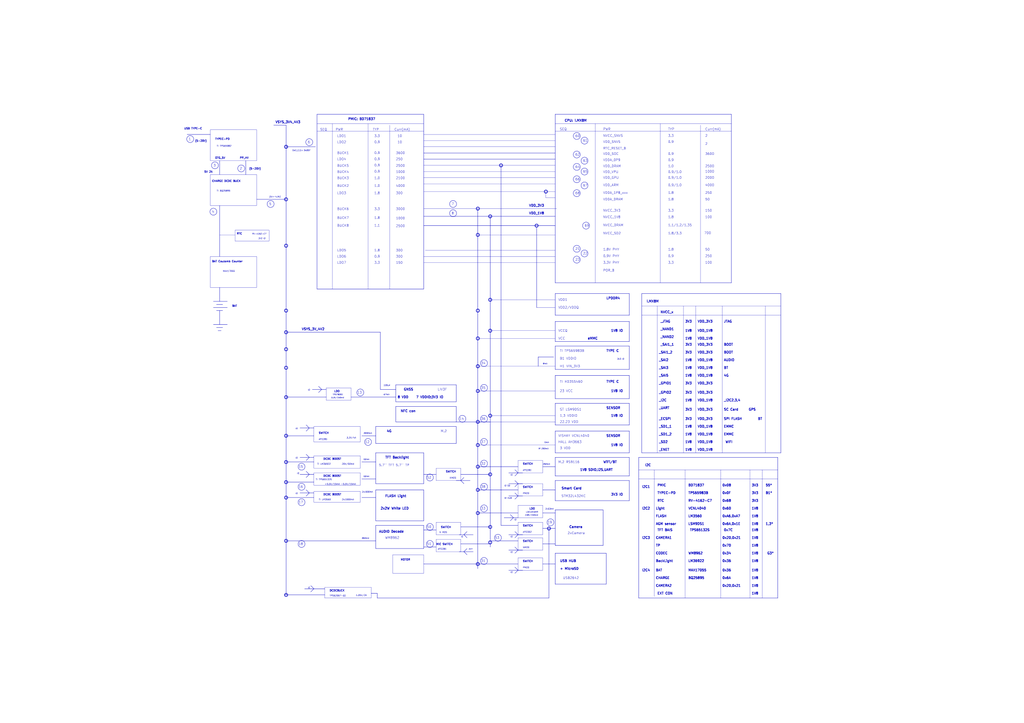
<source format=kicad_sch>
(kicad_sch
	(version 20231120)
	(generator "eeschema")
	(generator_version "8.0")
	(uuid "634d8d8d-e331-4b16-a738-12745a42c643")
	(paper "A1")
	(title_block
		(title "Librem 5 Mainboard")
		(date "2024-03-21")
		(rev "v1.0.6")
		(company "Purism SPC")
		(comment 1 "GNU GPLv3+")
		(comment 2 "Copyright")
	)
	(lib_symbols)
	(polyline
		(pts
			(xy 516.89 284.48) (xy 516.89 303.53)
		)
		(stroke
			(width 0.254)
			(type solid)
		)
		(uuid "00b28971-4d3f-41af-89bb-55560e476e8f")
	)
	(polyline
		(pts
			(xy 261.62 317.5) (xy 264.16 320.04)
		)
		(stroke
			(width 0.254)
			(type solid)
		)
		(uuid "0120a722-8dbc-4637-9aef-29edb0ccae77")
	)
	(polyline
		(pts
			(xy 295.91 398.78) (xy 257.81 398.78)
		)
		(stroke
			(width 0)
			(type solid)
		)
		(uuid "01a8e576-fed6-4160-a694-0852a61c9cec")
	)
	(polyline
		(pts
			(xy 257.81 483.87) (xy 255.27 486.41)
		)
		(stroke
			(width 0.254)
			(type solid)
		)
		(uuid "02c9f266-a96f-42d2-802b-64ba6b409c12")
	)
	(polyline
		(pts
			(xy 455.93 354.33) (xy 516.89 354.33)
		)
		(stroke
			(width 0.254)
			(type solid)
		)
		(uuid "0427e569-3d16-43a7-960c-0ef152e7aef8")
	)
	(polyline
		(pts
			(xy 234.95 444.5) (xy 308.61 444.5)
		)
		(stroke
			(width 0.254)
			(type solid)
		)
		(uuid "053b9bcf-322c-4c7a-82cd-1d17ed026357")
	)
	(polyline
		(pts
			(xy 455.93 232.41) (xy 455.93 93.98)
		)
		(stroke
			(width 0.254)
			(type solid)
		)
		(uuid "062402fb-3e53-471c-ab3d-59902afc0873")
	)
	(polyline
		(pts
			(xy 172.72 236.22) (xy 172.72 210.82)
		)
		(stroke
			(width 0)
			(type solid)
		)
		(uuid "06c21a33-c889-46f0-a8f5-569c9758767d")
	)
	(polyline
		(pts
			(xy 234.95 102.87) (xy 234.95 488.95)
		)
		(stroke
			(width 0.254)
			(type solid)
		)
		(uuid "0716fa80-174c-4767-aebf-3a98fb441fca")
	)
	(polyline
		(pts
			(xy 628.65 251.46) (xy 628.65 372.11)
		)
		(stroke
			(width 0)
			(type solid)
		)
		(uuid "07263ccd-0a4a-41cf-9ae9-c0439a5b9966")
	)
	(polyline
		(pts
			(xy 425.45 452.12) (xy 425.45 441.96)
		)
		(stroke
			(width 0)
			(type solid)
		)
		(uuid "081c4bcc-6932-4a2e-9a34-343a22e52787")
	)
	(polyline
		(pts
			(xy 429.26 468.63) (xy 417.83 468.63)
		)
		(stroke
			(width 0.254)
			(type solid)
		)
		(uuid "0873de11-feae-47d3-8aa1-0cd52469d82a")
	)
	(polyline
		(pts
			(xy 260.35 237.49) (xy 260.35 93.98)
		)
		(stroke
			(width 0.254)
			(type solid)
		)
		(uuid "089a5fb4-fa40-4a2c-870e-ae30308e3bcb")
	)
	(polyline
		(pts
			(xy 358.14 389.89) (xy 347.98 389.89)
		)
		(stroke
			(width 0.254)
			(type solid)
		)
		(uuid "09486010-52a6-43a3-a775-3b3ffb8c5e63")
	)
	(polyline
		(pts
			(xy 308.61 397.51) (xy 308.61 372.11)
		)
		(stroke
			(width 0.254)
			(type solid)
		)
		(uuid "0a7cb6bc-ba61-4505-8019-e5f89a9a0d99")
	)
	(polyline
		(pts
			(xy 257.81 405.13) (xy 246.38 405.13)
		)
		(stroke
			(width 0.254)
			(type solid)
		)
		(uuid "0b8ae61d-4ab2-4737-a6f4-3a4cb4d67012")
	)
	(polyline
		(pts
			(xy 445.77 407.67) (xy 425.45 407.67)
		)
		(stroke
			(width 0)
			(type solid)
		)
		(uuid "0bbf3a64-900b-4f47-82ef-c61cfc45ddd2")
	)
	(polyline
		(pts
			(xy 347.98 171.45) (xy 457.2 171.45)
		)
		(stroke
			(width 0)
			(type solid)
		)
		(uuid "0c40a910-96a9-4ad2-9589-e38b8e013cb3")
	)
	(polyline
		(pts
			(xy 429.26 452.12) (xy 417.83 452.12)
		)
		(stroke
			(width 0.254)
			(type solid)
		)
		(uuid "0c61ee66-d470-416c-8613-9c0e64631c18")
	)
	(polyline
		(pts
			(xy 374.65 394.97) (xy 386.08 394.97)
		)
		(stroke
			(width 0.254)
			(type solid)
		)
		(uuid "0d39ea97-f643-4c8f-b903-9825a4ac979c")
	)
	(polyline
		(pts
			(xy 455.93 157.48) (xy 347.98 157.48)
		)
		(stroke
			(width 0)
			(type solid)
		)
		(uuid "0d42d82b-74d8-447c-8602-d2bbf50ae5fb")
	)
	(polyline
		(pts
			(xy 383.54 450.85) (xy 381 453.39)
		)
		(stroke
			(width 0.254)
			(type solid)
		)
		(uuid "0d645123-5e0b-4583-9398-c81a21a50b18")
	)
	(polyline
		(pts
			(xy 347.98 177.8) (xy 455.93 177.8)
		)
		(stroke
			(width 0.254)
			(type solid)
		)
		(uuid "11e4b251-249f-4cda-81b8-5037a062f30a")
	)
	(polyline
		(pts
			(xy 455.93 284.48) (xy 516.89 284.48)
		)
		(stroke
			(width 0.254)
			(type solid)
		)
		(uuid "139ea82d-3a99-4276-ae48-957021d65cd5")
	)
	(polyline
		(pts
			(xy 378.46 429.26) (xy 378.46 439.42)
		)
		(stroke
			(width 0)
			(type solid)
		)
		(uuid "15a2ec74-58d1-423f-9a50-fefbe0727e80")
	)
	(polyline
		(pts
			(xy 349.25 205.74) (xy 455.93 205.74)
		)
		(stroke
			(width 0)
			(type solid)
		)
		(uuid "16bfae75-ef8e-44d8-a838-7747bf91bc4c")
	)
	(polyline
		(pts
			(xy 455.93 454.66) (xy 497.84 454.66)
		)
		(stroke
			(width 0.254)
			(type solid)
		)
		(uuid "17675e76-17da-4dd5-8cda-68f022fd3872")
	)
	(polyline
		(pts
			(xy 445.77 429.26) (xy 445.77 439.42)
		)
		(stroke
			(width 0)
			(type solid)
		)
		(uuid "17bcc41a-0b47-4028-8371-cf76661fe7c7")
	)
	(polyline
		(pts
			(xy 575.31 102.87) (xy 575.31 232.41)
		)
		(stroke
			(width 0)
			(type solid)
		)
		(uuid "17d07bb8-e745-474d-b93e-222664cd37d4")
	)
	(polyline
		(pts
			(xy 445.77 415.29) (xy 425.45 415.29)
		)
		(stroke
			(width 0)
			(type solid)
		)
		(uuid "19f5039d-08e6-4774-849e-fa7e1cc42369")
	)
	(polyline
		(pts
			(xy 288.29 318.77) (xy 288.29 328.93)
		)
		(stroke
			(width 0)
			(type solid)
		)
		(uuid "1a086e2f-5aab-43dd-a04f-3f1f3589003c")
	)
	(polyline
		(pts
			(xy 264.16 320.04) (xy 261.62 322.58)
		)
		(stroke
			(width 0.254)
			(type solid)
		)
		(uuid "1cb39754-7b7b-485c-8cd3-84c81c35763f")
	)
	(polyline
		(pts
			(xy 422.91 466.09) (xy 425.45 468.63)
		)
		(stroke
			(width 0.254)
			(type solid)
		)
		(uuid "1f96543d-f4a6-4d79-8986-3e4107f4eda7")
	)
	(polyline
		(pts
			(xy 497.84 454.66) (xy 497.84 480.06)
		)
		(stroke
			(width 0.254)
			(type solid)
		)
		(uuid "22f8258b-0ccf-4847-b84a-1664ba81afa6")
	)
	(polyline
		(pts
			(xy 175.26 252.73) (xy 186.69 252.73)
		)
		(stroke
			(width 0.254)
			(type solid)
		)
		(uuid "2337ac7c-9274-4e6e-b1d0-4cd847119c81")
	)
	(polyline
		(pts
			(xy 425.45 468.63) (xy 425.45 458.47)
		)
		(stroke
			(width 0)
			(type solid)
		)
		(uuid "23d4fc8b-103d-4202-b47b-e2734f232a07")
	)
	(polyline
		(pts
			(xy 455.93 480.06) (xy 455.93 454.66)
		)
		(stroke
			(width 0.254)
			(type solid)
		)
		(uuid "23df7aac-61c7-4d5d-b271-ef4ea1cc0929")
	)
	(polyline
		(pts
			(xy 257.81 350.52) (xy 295.91 350.52)
		)
		(stroke
			(width 0)
			(type solid)
		)
		(uuid "247b7d0a-3c3b-4ddd-bd8f-95229bf447a4")
	)
	(polyline
		(pts
			(xy 308.61 431.8) (xy 347.98 431.8)
		)
		(stroke
			(width 0.254)
			(type solid)
		)
		(uuid "256a4200-8c77-4ed0-9d61-6e124f32edbe")
	)
	(polyline
		(pts
			(xy 516.89 391.16) (xy 455.93 391.16)
		)
		(stroke
			(width 0.254)
			(type solid)
		)
		(uuid "26077202-5197-44a6-a09a-b5460c6ab000")
	)
	(polyline
		(pts
			(xy 425.45 425.45) (xy 445.77 425.45)
		)
		(stroke
			(width 0)
			(type solid)
		)
		(uuid "296f7549-84c1-4392-85c2-477d8f84c7e4")
	)
	(polyline
		(pts
			(xy 425.45 441.96) (xy 445.77 441.96)
		)
		(stroke
			(width 0)
			(type solid)
		)
		(uuid "2b3bcc1d-e847-4cb6-b92f-1cbc081b1a83")
	)
	(polyline
		(pts
			(xy 180.34 266.7) (xy 180.34 255.27)
		)
		(stroke
			(width 0.254)
			(type solid)
		)
		(uuid "2bddfffb-38d3-4910-adda-4a044262dc78")
	)
	(polyline
		(pts
			(xy 516.89 372.11) (xy 455.93 372.11)
		)
		(stroke
			(width 0.254)
			(type solid)
		)
		(uuid "2c09cd91-b6e6-469d-b15e-93f84f98a2ad")
	)
	(polyline
		(pts
			(xy 615.95 386.08) (xy 615.95 491.49)
		)
		(stroke
			(width 0)
			(type solid)
		)
		(uuid "2c65da7d-2bec-4b3c-8a0b-477de366eeaf")
	)
	(polyline
		(pts
			(xy 257.81 384.81) (xy 257.81 374.65)
		)
		(stroke
			(width 0)
			(type solid)
		)
		(uuid "2d0a1d4d-0187-4e0b-a404-a9ed65699f7e")
	)
	(polyline
		(pts
			(xy 516.89 354.33) (xy 516.89 372.11)
		)
		(stroke
			(width 0.254)
			(type solid)
		)
		(uuid "2dd85aef-356b-4751-b6e1-7818f049741f")
	)
	(polyline
		(pts
			(xy 516.89 331.47) (xy 516.89 349.25)
		)
		(stroke
			(width 0.254)
			(type solid)
		)
		(uuid "2ebd0c7b-7e3c-45bb-ab95-90130cdf3ae1")
	)
	(polyline
		(pts
			(xy 308.61 350.52) (xy 374.65 350.52)
		)
		(stroke
			(width 0.254)
			(type solid)
		)
		(uuid "2ef0d7c5-101c-4a3c-a61c-ffc1a393e213")
	)
	(polyline
		(pts
			(xy 392.43 463.55) (xy 347.98 463.55)
		)
		(stroke
			(width 0.254)
			(type solid)
		)
		(uuid "3043d4f5-1a58-457d-b002-0a1432495924")
	)
	(polyline
		(pts
			(xy 325.12 334.01) (xy 374.65 334.01)
		)
		(stroke
			(width 0.254)
			(type solid)
		)
		(uuid "30ada90f-889e-4a85-9b89-06ecc75aaa2f")
	)
	(polyline
		(pts
			(xy 626.11 386.08) (xy 626.11 491.49)
		)
		(stroke
			(width 0)
			(type solid)
		)
		(uuid "338f6809-98ec-4863-b4da-5a610ef3024d")
	)
	(polyline
		(pts
			(xy 358.14 453.39) (xy 358.14 443.23)
		)
		(stroke
			(width 0)
			(type solid)
		)
		(uuid "359fd00a-c8ce-458e-8d89-f8a58ac54e11")
	)
	(polyline
		(pts
			(xy 429.26 397.51) (xy 417.83 397.51)
		)
		(stroke
			(width 0.254)
			(type solid)
		)
		(uuid "35d7fc38-b28d-420e-88ae-e8d6d328c743")
	)
	(polyline
		(pts
			(xy 358.14 443.23) (xy 378.46 443.23)
		)
		(stroke
			(width 0)
			(type solid)
		)
		(uuid "35ef8f9c-c469-4946-a26b-34a194bd22c3")
	)
	(polyline
		(pts
			(xy 322.58 455.93) (xy 347.98 455.93)
		)
		(stroke
			(width 0)
			(type solid)
		)
		(uuid "3695814c-fa45-4fbb-9b92-b969391e58c0")
	)
	(polyline
		(pts
			(xy 309.88 491.49) (xy 450.85 491.49)
		)
		(stroke
			(width 0.254)
			(type solid)
		)
		(uuid "37a729a2-cdc2-4a80-898c-bf098ff3b206")
	)
	(polyline
		(pts
			(xy 455.93 411.48) (xy 455.93 394.97)
		)
		(stroke
			(width 0.254)
			(type solid)
		)
		(uuid "39283a9b-5e09-4f6e-bbc6-881a55121871")
	)
	(polyline
		(pts
			(xy 347.98 210.82) (xy 455.93 210.82)
		)
		(stroke
			(width 0)
			(type solid)
		)
		(uuid "39c4e717-69ed-4974-aa29-8c1359b5a4f0")
	)
	(polyline
		(pts
			(xy 347.98 397.51) (xy 308.61 397.51)
		)
		(stroke
			(width 0.254)
			(type solid)
		)
		(uuid "3aa9972f-5b7e-4459-a510-98eeff80d278")
	)
	(polyline
		(pts
			(xy 210.82 210.82) (xy 210.82 236.22)
		)
		(stroke
			(width 0)
			(type solid)
		)
		(uuid "3cf21995-86d5-4654-9d78-f54aa7ffb432")
	)
	(polyline
		(pts
			(xy 347.98 455.93) (xy 347.98 471.17)
		)
		(stroke
			(width 0)
			(type solid)
		)
		(uuid "3d3027cc-4686-4178-a12f-e57246452f96")
	)
	(polyline
		(pts
			(xy 295.91 374.65) (xy 295.91 384.81)
		)
		(stroke
			(width 0)
			(type solid)
		)
		(uuid "3db44478-7839-4474-a67b-18c0111ade9d")
	)
	(polyline
		(pts
			(xy 295.91 403.86) (xy 295.91 412.75)
		)
		(stroke
			(width 0)
			(type solid)
		)
		(uuid "3e8b667d-5f7b-4e19-9ff2-3783291f086c")
	)
	(polyline
		(pts
			(xy 497.84 480.06) (xy 455.93 480.06)
		)
		(stroke
			(width 0.254)
			(type solid)
		)
		(uuid "3f22adef-9a66-4f1b-9fef-a1720c37bbec")
	)
	(polyline
		(pts
			(xy 445.77 383.54) (xy 455.93 383.54)
		)
		(stroke
			(width 0.254)
			(type solid)
		)
		(uuid "408462d9-f2cf-44b3-9add-295d28fa6c22")
	)
	(polyline
		(pts
			(xy 425.45 468.63) (xy 422.91 471.17)
		)
		(stroke
			(width 0.254)
			(type solid)
		)
		(uuid "4106baf3-2f99-4b34-97a6-6e6b28d1d2b8")
	)
	(polyline
		(pts
			(xy 179.07 271.78) (xy 181.61 271.78)
		)
		(stroke
			(width 0.254)
			(type solid)
		)
		(uuid "41252940-49e8-49d3-b9a4-e302855c822d")
	)
	(polyline
		(pts
			(xy 425.45 431.8) (xy 411.48 431.8)
		)
		(stroke
			(width 0.254)
			(type solid)
		)
		(uuid "418e1400-e3bd-4e6e-a8ed-989a5b8b77b8")
	)
	(polyline
		(pts
			(xy 347.98 185.42) (xy 455.93 185.42)
		)
		(stroke
			(width 0.254)
			(type solid)
		)
		(uuid "42a74de9-9c74-4810-9da1-60d021e4ca9a")
	)
	(polyline
		(pts
			(xy 288.29 328.93) (xy 267.97 328.93)
		)
		(stroke
			(width 0)
			(type solid)
		)
		(uuid "432da265-8724-4138-9674-62c4a7d2b979")
	)
	(polyline
		(pts
			(xy 445.77 468.63) (xy 425.45 468.63)
		)
		(stroke
			(width 0)
			(type solid)
		)
		(uuid "43419986-4720-461d-ac39-6bc1119260b5")
	)
	(polyline
		(pts
			(xy 257.81 396.24) (xy 234.95 396.24)
		)
		(stroke
			(width 0.254)
			(type solid)
		)
		(uuid "455ff976-fb7e-4372-acb7-51ca677a15f8")
	)
	(polyline
		(pts
			(xy 180.34 247.65) (xy 180.34 236.22)
		)
		(stroke
			(width 0.254)
			(type solid)
		)
		(uuid "4655c15e-ec06-47f4-a507-0741479a1e41")
	)
	(polyline
		(pts
			(xy 455.93 448.31) (xy 455.93 419.1)
		)
		(stroke
			(width 0.254)
			(type solid)
		)
		(uuid "46bf1440-4268-48b4-9722-290e8e441798")
	)
	(polyline
		(pts
			(xy 254 375.92) (xy 251.46 378.46)
		)
		(stroke
			(width 0.254)
			(type solid)
		)
		(uuid "4826f212-81c8-4761-8972-54e4551ee32a")
	)
	(polyline
		(pts
			(xy 325.12 316.23) (xy 374.65 316.23)
		)
		(stroke
			(width 0.254)
			(type solid)
		)
		(uuid "4965598e-3411-4e97-877b-e3e877e4fd1d")
	)
	(polyline
		(pts
			(xy 347.98 130.81) (xy 455.93 130.81)
		)
		(stroke
			(width 0.254)
			(type solid)
		)
		(uuid "49c40e8c-064a-46cc-b87e-6bef3df5ede5")
	)
	(polyline
		(pts
			(xy 455.93 447.04) (xy 445.77 447.04)
		)
		(stroke
			(width 0.254)
			(type solid)
		)
		(uuid "4af396e7-3815-4834-9b57-f1ecae508769")
	)
	(polyline
		(pts
			(xy 347.98 435.61) (xy 358.14 435.61)
		)
		(stroke
			(width 0.254)
			(type solid)
		)
		(uuid "4cf7578a-2d92-42f1-baa0-fa20989ddf38")
	)
	(polyline
		(pts
			(xy 257.81 412.75) (xy 257.81 403.86)
		)
		(stroke
			(width 0)
			(type solid)
		)
		(uuid "4e375760-439d-4eeb-8276-5089de77400f")
	)
	(polyline
		(pts
			(xy 210.82 168.91) (xy 172.72 168.91)
		)
		(stroke
			(width 0)
			(type solid)
		)
		(uuid "4fa72e74-865a-4a47-831e-c9a2e56c71c7")
	)
	(polyline
		(pts
			(xy 257.81 363.22) (xy 257.81 350.52)
		)
		(stroke
			(width 0)
			(type solid)
		)
		(uuid "50218f2f-a108-4f5a-98b4-1e20dffa232e")
	)
	(polyline
		(pts
			(xy 571.5 251.46) (xy 571.5 372.11)
		)
		(stroke
			(width 0)
			(type solid)
		)
		(uuid "50a9fefa-de6f-41e5-8f8d-fa047edf7ea3")
	)
	(polyline
		(pts
			(xy 402.59 389.89) (xy 378.46 389.89)
		)
		(stroke
			(width 0.254)
			(type solid)
		)
		(uuid "511795f4-1ccf-49bb-bfca-61ed5cead2e2")
	)
	(polyline
		(pts
			(xy 425.45 378.46) (xy 445.77 378.46)
		)
		(stroke
			(width 0)
			(type solid)
		)
		(uuid "522c1c3b-e33a-44ab-9dcd-ff80ab4c3a53")
	)
	(polyline
		(pts
			(xy 267.97 326.39) (xy 234.95 326.39)
		)
		(stroke
			(width 0.254)
			(type solid)
		)
		(uuid "523af647-b342-4094-88eb-4637bbb96daf")
	)
	(polyline
		(pts
			(xy 440.69 252.73) (xy 440.69 186.69)
		)
		(stroke
			(width 0.254)
			(type solid)
		)
		(uuid "53cf553b-6437-4196-b2fc-c331c34b68b9")
	)
	(polyline
		(pts
			(xy 378.46 443.23) (xy 378.46 453.39)
		)
		(stroke
			(width 0)
			(type solid)
		)
		(uuid "5407a8a8-b24d-4380-9479-585db940245d")
	)
	(polyline
		(pts
			(xy 257.81 389.89) (xy 246.38 389.89)
		)
		(stroke
			(width 0.254)
			(type solid)
		)
		(uuid "5536efa0-c4eb-44b3-bd00-d583dc7e035c")
	)
	(polyline
		(pts
			(xy 378.46 439.42) (xy 358.14 439.42)
		)
		(stroke
			(width 0)
			(type solid)
		)
		(uuid "5618929a-fbaf-4e5c-b88e-2865b420ab7f")
	)
	(polyline
		(pts
			(xy 378.46 394.97) (xy 378.46 384.81)
		)
		(stroke
			(width 0)
			(type solid)
		)
		(uuid "5731aad7-e077-4dde-9d0c-50aedd841e4c")
	)
	(polyline
		(pts
			(xy 381 392.43) (xy 378.46 394.97)
		)
		(stroke
			(width 0.254)
			(type solid)
		)
		(uuid "588cdb6f-adf2-4b9d-b142-7558f4d61bfa")
	)
	(polyline
		(pts
			(xy 308.61 427.99) (xy 308.61 402.59)
		)
		(stroke
			(width 0.254)
			(type solid)
		)
		(uuid "59bf2774-457d-4a8b-aa97-b75aeadebdd0")
	)
	(polyline
		(pts
			(xy 445.77 425.45) (xy 445.77 415.29)
		)
		(stroke
			(width 0)
			(type solid)
		)
		(uuid "5a7eb40b-a73f-4c4c-9f27-11d370cf7002")
	)
	(polyline
		(pts
			(xy 425.45 415.29) (xy 425.45 425.45)
		)
		(stroke
			(width 0)
			(type solid)
		)
		(uuid "5ac52a22-0e0d-434e-986c-b43878f88b10")
	)
	(polyline
		(pts
			(xy 455.93 278.13) (xy 392.43 278.13)
		)
		(stroke
			(width 0)
			(type solid)
		)
		(uuid "5ccbd7d4-df34-4846-a2fa-c5a85cdcb99a")
	)
	(polyline
		(pts
			(xy 488.95 101.6) (xy 488.95 232.41)
		)
		(stroke
			(width 0)
			(type solid)
		)
		(uuid "5e4dd7b2-9b63-4ae6-a41a-dbaa3c9c66cc")
	)
	(polyline
		(pts
			(xy 445.77 397.51) (xy 445.77 407.67)
		)
		(stroke
			(width 0)
			(type solid)
		)
		(uuid "5eaa4811-198b-4f1a-b901-04b056f615dd")
	)
	(polyline
		(pts
			(xy 297.18 379.73) (xy 308.61 379.73)
		)
		(stroke
			(width 0.254)
			(type solid)
		)
		(uuid "5eca93fc-c54f-4999-9ad9-3e8ffc69bbb7")
	)
	(polyline
		(pts
			(xy 445.77 388.62) (xy 425.45 388.62)
		)
		(stroke
			(width 0)
			(type solid)
		)
		(uuid "5f7384e7-9af4-402e-9f33-59e1e0ebd57d")
	)
	(polyline
		(pts
			(xy 455.93 101.6) (xy 600.71 101.6)
		)
		(stroke
			(width 0)
			(type solid)
		)
		(uuid "5f9f01fd-b5fd-4fd6-99cf-ddd30fbafeec")
	)
	(polyline
		(pts
			(xy 516.89 259.08) (xy 455.93 259.08)
		)
		(stroke
			(width 0.254)
			(type solid)
		)
		(uuid "5fd0cc4c-0187-4c97-9a11-f2a4d73cffa2")
	)
	(polyline
		(pts
			(xy 260.35 101.6) (xy 347.98 101.6)
		)
		(stroke
			(width 0)
			(type solid)
		)
		(uuid "605048b8-4450-43e0-bbde-33032762389d")
	)
	(polyline
		(pts
			(xy 455.93 434.34) (xy 445.77 434.34)
		)
		(stroke
			(width 0.254)
			(type solid)
		)
		(uuid "60ed5049-ea0c-427a-a24d-59af8fa0b6c8")
	)
	(polyline
		(pts
			(xy 267.97 318.77) (xy 288.29 318.77)
		)
		(stroke
			(width 0)
			(type solid)
		)
		(uuid "62021641-5602-42fd-88d6-8c9c469d2e4e")
	)
	(polyline
		(pts
			(xy 422.91 405.13) (xy 425.45 407.67)
		)
		(stroke
			(width 0.254)
			(type solid)
		)
		(uuid "6230ac4d-1e40-4e72-941c-4d32f014e2db")
	)
	(polyline
		(pts
			(xy 455.93 110.49) (xy 347.98 110.49)
		)
		(stroke
			(width 0)
			(type solid)
		)
		(uuid "6461b320-bf75-4435-af47-d565de710b2d")
	)
	(polyline
		(pts
			(xy 180.34 210.82) (xy 180.34 168.91)
		)
		(stroke
			(width 0.254)
			(type solid)
		)
		(uuid "64f5fc6a-48cd-4b6d-82a0-8bb476a7d6c2")
	)
	(polyline
		(pts
			(xy 455.93 146.05) (xy 347.98 146.05)
		)
		(stroke
			(width 0)
			(type solid)
		)
		(uuid "6623041c-f3a1-4107-8983-754da5fee4ec")
	)
	(polyline
		(pts
			(xy 172.72 132.08) (xy 172.72 106.68)
		)
		(stroke
			(width 0)
			(type solid)
		)
		(uuid "66687f99-5286-4b1f-ae1c-7e3e93b4446b")
	)
	(polyline
		(pts
			(xy 210.82 236.22) (xy 172.72 236.22)
		)
		(stroke
			(width 0)
			(type solid)
		)
		(uuid "68957bc1-0c87-47f5-a695-7a3140364a44")
	)
	(polyline
		(pts
			(xy 254 351.79) (xy 251.46 354.33)
		)
		(stroke
			(width 0.254)
			(type solid)
		)
		(uuid "68f73fff-3773-4172-80d4-155508c13edc")
	)
	(polyline
		(pts
			(xy 347.98 372.11) (xy 347.98 397.51)
		)
		(stroke
			(width 0.254)
			(type solid)
		)
		(uuid "6913dab6-7178-43ed-93f0-4f2373ea08f5")
	)
	(polyline
		(pts
			(xy 425.45 452.12) (xy 422.91 454.66)
		)
		(stroke
			(width 0.254)
			(type solid)
		)
		(uuid "69c0532b-6298-4903-8047-1a7309de6507")
	)
	(polyline
		(pts
			(xy 516.89 308.61) (xy 516.89 327.66)
		)
		(stroke
			(width 0.254)
			(type solid)
		)
		(uuid "6a24c5fb-2b75-442e-b424-e7213c09b45b")
	)
	(polyline
		(pts
			(xy 255.27 481.33) (xy 257.81 483.87)
		)
		(stroke
			(width 0.254)
			(type solid)
		)
		(uuid "6ac0d9c9-392c-4aa6-98f9-627faf097bd2")
	)
	(polyline
		(pts
			(xy 445.77 378.46) (xy 445.77 388.62)
		)
		(stroke
			(width 0)
			(type solid)
		)
		(uuid "6c216698-db68-462d-8703-0a233512da2f")
	)
	(polyline
		(pts
			(xy 257.81 379.73) (xy 234.95 379.73)
		)
		(stroke
			(width 0.254)
			(type solid)
		)
		(uuid "6c438017-3408-45e8-95a2-628f2cccf92a")
	)
	(polyline
		(pts
			(xy 358.14 429.26) (xy 378.46 429.26)
		)
		(stroke
			(width 0)
			(type solid)
		)
		(uuid "6c6868e4-c079-42a6-92d1-e61bd917418a")
	)
	(polyline
		(pts
			(xy 193.04 198.12) (xy 193.04 189.23)
		)
		(stroke
			(width 0)
			(type solid)
		)
		(uuid "6c9abf23-3680-4bef-b0e1-c7b9c99c2ea4")
	)
	(polyline
		(pts
			(xy 425.45 388.62) (xy 425.45 378.46)
		)
		(stroke
			(width 0)
			(type solid)
		)
		(uuid "6cecebaa-aafa-4e4b-ba1d-740cee9afc8d")
	)
	(polyline
		(pts
			(xy 347.98 215.9) (xy 455.93 215.9)
		)
		(stroke
			(width 0)
			(type solid)
		)
		(uuid "6df80b7b-471d-4a14-b37f-25262afd0299")
	)
	(polyline
		(pts
			(xy 600.71 93.98) (xy 600.71 232.41)
		)
		(stroke
			(width 0.254)
			(type solid)
		)
		(uuid "6e12bef0-97d6-4f8b-9d38-0b63a5b12a9d")
	)
	(polyline
		(pts
			(xy 638.81 491.49) (xy 524.51 491.49)
		)
		(stroke
			(width 0.254)
			(type solid)
		)
		(uuid "6ec02902-2b8f-478d-a434-a87797a7c746")
	)
	(polyline
		(pts
			(xy 374.65 346.71) (xy 325.12 346.71)
		)
		(stroke
			(width 0.254)
			(type solid)
		)
		(uuid "74e2a181-c4ee-45c3-a0dd-dec4e3ffc17e")
	)
	(polyline
		(pts
			(xy 402.59 177.8) (xy 402.59 449.58)
		)
		(stroke
			(width 0.254)
			(type solid)
		)
		(uuid "75dc9557-7185-4db0-97dc-3834c1d79125")
	)
	(polyline
		(pts
			(xy 527.05 259.08) (xy 641.35 259.08)
		)
		(stroke
			(width 0)
			(type solid)
		)
		(uuid "7659a0fd-0fc5-47f3-b843-729020d1304e")
	)
	(polyline
		(pts
			(xy 374.65 346.71) (xy 402.59 346.71)
		)
		(stroke
			(width 0.254)
			(type solid)
		)
		(uuid "780506cd-76bf-4158-877d-7ca2628984e2")
	)
	(polyline
		(pts
			(xy 308.61 364.49) (xy 308.61 350.52)
		)
		(stroke
			(width 0.254)
			(type solid)
		)
		(uuid "78f15214-c031-4255-b9d7-ef3f0527f11b")
	)
	(polyline
		(pts
			(xy 455.93 391.16) (xy 455.93 375.92)
		)
		(stroke
			(width 0.254)
			(type solid)
		)
		(uuid "7a57a31e-1fad-4f17-9c1e-a24e82efc8a8")
	)
	(polyline
		(pts
			(xy 325.12 330.2) (xy 325.12 316.23)
		)
		(stroke
			(width 0.254)
			(type solid)
		)
		(uuid "7a9edc4c-6c16-4184-ae38-d6768250bdb9")
	)
	(polyline
		(pts
			(xy 220.98 189.23) (xy 220.98 198.12)
		)
		(stroke
			(width 0)
			(type solid)
		)
		(uuid "7b1649a9-8f29-4a50-a6fa-1ea5f3553533")
	)
	(polyline
		(pts
			(xy 257.81 374.65) (xy 295.91 374.65)
		)
		(stroke
			(width 0)
			(type solid)
		)
		(uuid "7bab2624-0469-404a-a273-b2ab8e0ad312")
	)
	(polyline
		(pts
			(xy 297.18 358.14) (xy 308.61 358.14)
		)
		(stroke
			(width 0.254)
			(type solid)
		)
		(uuid "7c8ad47d-6f8b-4cf1-b1fd-ea71e2f36c77")
	)
	(polyline
		(pts
			(xy 374.65 330.2) (xy 325.12 330.2)
		)
		(stroke
			(width 0.254)
			(type solid)
		)
		(uuid "7ccd7d65-ca16-4215-b0b1-373bc842722f")
	)
	(polyline
		(pts
			(xy 455.93 115.57) (xy 347.98 115.57)
		)
		(stroke
			(width 0)
			(type solid)
		)
		(uuid "7cfc105c-83ff-4d5a-a0c5-555d0e85e68d")
	)
	(polyline
		(pts
			(xy 297.18 393.7) (xy 308.61 393.7)
		)
		(stroke
			(width 0.254)
			(type solid)
		)
		(uuid "7e50205a-d6bd-491a-a092-442c3cfbb9bb")
	)
	(polyline
		(pts
			(xy 445.77 402.59) (xy 455.93 402.59)
		)
		(stroke
			(width 0.254)
			(type solid)
		)
		(uuid "7e548fe5-e1c8-4296-9918-2d4c24ec1db0")
	)
	(polyline
		(pts
			(xy 419.1 422.91) (xy 421.64 425.45)
		)
		(stroke
			(width 0.254)
			(type solid)
		)
		(uuid "7e7ba503-7353-4473-baa5-7fb4f327e432")
	)
	(polyline
		(pts
			(xy 358.14 394.97) (xy 378.46 394.97)
		)
		(stroke
			(width 0)
			(type solid)
		)
		(uuid "7ed109f2-5514-40e1-aa2a-aab0e3e59286")
	)
	(polyline
		(pts
			(xy 309.88 487.68) (xy 309.88 491.49)
		)
		(stroke
			(width 0.254)
			(type solid)
		)
		(uuid "7ee82d16-f23e-4199-a12a-30caf8c6c019")
	)
	(polyline
		(pts
			(xy 516.89 394.97) (xy 516.89 411.48)
		)
		(stroke
			(width 0.254)
			(type solid)
		)
		(uuid "7f016d9f-5e45-491b-811c-09eb2dc82700")
	)
	(polyline
		(pts
			(xy 402.59 246.38) (xy 455.93 246.38)
		)
		(stroke
			(width 0)
			(type solid)
		)
		(uuid "7f650294-4181-46e3-a038-bf03b917645e")
	)
	(polyline
		(pts
			(xy 516.89 411.48) (xy 455.93 411.48)
		)
		(stroke
			(width 0.254)
			(type solid)
		)
		(uuid "801996d2-c087-4276-8bc6-1baddedc070b")
	)
	(polyline
		(pts
			(xy 347.98 427.99) (xy 308.61 427.99)
		)
		(stroke
			(width 0.254)
			(type solid)
		)
		(uuid "803b81de-e2f2-497b-b012-061582222c1d")
	)
	(polyline
		(pts
			(xy 402.59 341.63) (xy 455.93 341.63)
		)
		(stroke
			(width 0)
			(type solid)
		)
		(uuid "808eb74b-d876-4719-a4b2-ffdb80c1f0be")
	)
	(polyline
		(pts
			(xy 641.35 241.3) (xy 641.35 372.11)
		)
		(stroke
			(width 0.254)
			(type solid)
		)
		(uuid "8093143a-31be-40c9-ab55-914af886e2a4")
	)
	(polyline
		(pts
			(xy 422.91 394.97) (xy 425.45 397.51)
		)
		(stroke
			(width 0.254)
			(type solid)
		)
		(uuid "80af261a-08ae-43f7-96cf-eddba646265d")
	)
	(polyline
		(pts
			(xy 411.48 135.89) (xy 411.48 431.8)
		)
		(stroke
			(width 0.254)
			(type solid)
		)
		(uuid "812f8f37-e2d5-4a32-9ddb-26b4888eefe8")
	)
	(polyline
		(pts
			(xy 455.93 300.99) (xy 392.43 300.99)
		)
		(stroke
			(width 0)
			(type solid)
		)
		(uuid "824d1b4a-fe41-4d96-8bc0-65f8e2fe2524")
	)
	(polyline
		(pts
			(xy 180.34 193.04) (xy 193.04 193.04)
		)
		(stroke
			(width 0)
			(type solid)
		)
		(uuid "8257349b-1922-4883-9095-d0025fb94df3")
	)
	(polyline
		(pts
			(xy 429.26 439.42) (xy 417.83 439.42)
		)
		(stroke
			(width 0.254)
			(type solid)
		)
		(uuid "8270a5f3-e57a-48a4-987e-e7dd65d29db7")
	)
	(polyline
		(pts
			(xy 251.46 349.25) (xy 254 351.79)
		)
		(stroke
			(width 0.254)
			(type solid)
		)
		(uuid "84efef94-d17e-4d04-aa18-22d4f8070e24")
	)
	(polyline
		(pts
			(xy 425.45 421.64) (xy 392.43 421.64)
		)
		(stroke
			(width 0.254)
			(type solid)
		)
		(uuid "88ced65b-f67d-452a-ad8d-a93cf5d99441")
	)
	(polyline
		(pts
			(xy 422.91 436.88) (xy 425.45 439.42)
		)
		(stroke
			(width 0.254)
			(type solid)
		)
		(uuid "88e9a999-65f1-4a35-a9c7-f8a32aff0cdd")
	)
	(polyline
		(pts
			(xy 374.65 316.23) (xy 374.65 330.2)
		)
		(stroke
			(width 0.254)
			(type solid)
		)
		(uuid "8948515a-6d62-4816-838d-6f85ed7b19fd")
	)
	(polyline
		(pts
			(xy 524.51 393.7) (xy 638.81 393.7)
		)
		(stroke
			(width 0)
			(type solid)
		)
		(uuid "89b186b4-4c49-450c-a5f5-eedbf9a73959")
	)
	(polyline
		(pts
			(xy 450.85 491.49) (xy 450.85 434.34)
		)
		(stroke
			(width 0.254)
			(type solid)
		)
		(uuid "8a7500a6-2849-48b6-8e95-74f6fb21ca1e")
	)
	(polyline
		(pts
			(xy 425.45 458.47) (xy 445.77 458.47)
		)
		(stroke
			(width 0)
			(type solid)
		)
		(uuid "8b160fc1-c229-414f-b7ea-8a834454333d")
	)
	(polyline
		(pts
			(xy 257.81 375.92) (xy 246.38 375.92)
		)
		(stroke
			(width 0.254)
			(type solid)
		)
		(uuid "8c2753da-b5d8-4794-bb28-7866e445bbed")
	)
	(polyline
		(pts
			(xy 425.45 388.62) (xy 422.91 391.16)
		)
		(stroke
			(width 0.254)
			(type solid)
		)
		(uuid "8c9b0ef5-2a37-4005-81fd-44febd9868f3")
	)
	(polyline
		(pts
			(xy 177.8 269.24) (xy 182.88 269.24)
		)
		(stroke
			(width 0.254)
			(type solid)
		)
		(uuid "8cfc36f8-5f5d-41f1-a8e0-32648dd8c384")
	)
	(polyline
		(pts
			(xy 422.91 449.58) (xy 425.45 452.12)
		)
		(stroke
			(width 0.254)
			(type solid)
		)
		(uuid "8d5c00eb-6853-4647-bfda-53b48e42b907")
	)
	(polyline
		(pts
			(xy 495.3 419.1) (xy 495.3 448.31)
		)
		(stroke
			(width 0.254)
			(type solid)
		)
		(uuid "8e9a0879-33ef-40c1-9815-94d8d5e6dbca")
	)
	(polyline
		(pts
			(xy 425.45 407.67) (xy 425.45 397.51)
		)
		(stroke
			(width 0)
			(type solid)
		)
		(uuid "8ec3652f-e69f-4b9d-a8de-4b705081d794")
	)
	(polyline
		(pts
			(xy 561.34 251.46) (xy 561.34 372.11)
		)
		(stroke
			(width 0)
			(type solid)
		)
		(uuid "8f129a5f-d6ff-4c23-b49b-64b4ebb007b2")
	)
	(polyline
		(pts
			(xy 425.45 397.51) (xy 445.77 397.51)
		)
		(stroke
			(width 0)
			(type solid)
		)
		(uuid "8f4d92bd-c5bb-4220-9e4c-e9a1d34ac70f")
	)
	(polyline
		(pts
			(xy 295.91 388.62) (xy 295.91 398.78)
		)
		(stroke
			(width 0)
			(type solid)
		)
		(uuid "8f9b4a92-6302-4ec9-884e-e8ebcdcc787f")
	)
	(polyline
		(pts
			(xy 260.35 93.98) (xy 347.98 93.98)
		)
		(stroke
			(width 0.254)
			(type solid)
		)
		(uuid "92822104-36a3-4447-9efb-c762381aa8de")
	)
	(polyline
		(pts
			(xy 448.31 162.56) (xy 455.93 162.56)
		)
		(stroke
			(width 0)
			(type solid)
		)
		(uuid "94bc0ee6-511e-40b1-89bf-a00f615d7afc")
	)
	(polyline
		(pts
			(xy 175.26 266.7) (xy 186.69 266.7)
		)
		(stroke
			(width 0.254)
			(type solid)
		)
		(uuid "9519e1cd-5b46-4306-814e-4356c19641bd")
	)
	(polyline
		(pts
			(xy 425.45 439.42) (xy 425.45 429.26)
		)
		(stroke
			(width 0)
			(type solid)
		)
		(uuid "95404640-85b3-491a-9aed-4bbc4bbd2833")
	)
	(polyline
		(pts
			(xy 347.98 93.98) (xy 347.98 237.49)
		)
		(stroke
			(width 0.254)
			(type solid)
		)
		(uuid "9583e71f-ea65-4584-b9ae-af5ec2c0a242")
	)
	(polyline
		(pts
			(xy 210.82 163.83) (xy 234.95 163.83)
		)
		(stroke
			(width 0.254)
			(type solid)
		)
		(uuid "963e0f98-1f59-4e24-8997-7206cfe1dcb6")
	)
	(polyline
		(pts
			(xy 374.65 334.01) (xy 374.65 346.71)
		)
		(stroke
			(width 0.254)
			(type solid)
		)
		(uuid "96ad83b9-2448-41a9-9852-efb985198919")
	)
	(polyline
		(pts
			(xy 455.93 372.11) (xy 455.93 354.33)
		)
		(stroke
			(width 0.254)
			(type solid)
		)
		(uuid "96b93f63-e294-4cec-be3b-aa02362c60ec")
	)
	(polyline
		(pts
			(xy 392.43 383.54) (xy 425.45 383.54)
		)
		(stroke
			(width 0.254)
			(type solid)
		)
		(uuid "96e81d06-59cf-4400-8232-f70f5237c710")
	)
	(polyline
		(pts
			(xy 527.05 241.3) (xy 641.35 241.3)
		)
		(stroke
			(width 0.254)
			(type solid)
		)
		(uuid "973330dc-16f5-431f-b025-82434dbca369")
	)
	(polyline
		(pts
			(xy 257.81 358.14) (xy 234.95 358.14)
		)
		(stroke
			(width 0.254)
			(type solid)
		)
		(uuid "97d6d61b-eb60-494e-ac9a-5aa23736d17d")
	)
	(polyline
		(pts
			(xy 455.93 375.92) (xy 516.89 375.92)
		)
		(stroke
			(width 0.254)
			(type solid)
		)
		(uuid "9805b2ad-8021-4403-8749-b24813d5fe79")
	)
	(polyline
		(pts
			(xy 455.93 280.67) (xy 455.93 264.16)
		)
		(stroke
			(width 0.254)
			(type solid)
		)
		(uuid "98fea4ba-8a39-49ca-88dd-ade27b87bf94")
	)
	(polyline
		(pts
			(xy 455.93 331.47) (xy 516.89 331.47)
		)
		(stroke
			(width 0.254)
			(type solid)
		)
		(uuid "9963627b-f27f-43e4-8709-1259870426c6")
	)
	(polyline
		(pts
			(xy 172.72 143.51) (xy 210.82 143.51)
		)
		(stroke
			(width 0)
			(type solid)
		)
		(uuid "9bcfdae8-626d-4ff1-945a-ea7df5690782")
	)
	(polyline
		(pts
			(xy 251.46 373.38) (xy 254 375.92)
		)
		(stroke
			(width 0.254)
			(type solid)
		)
		(uuid "9bd425c4-69b6-4374-a795-72c1a59ae2a6")
	)
	(polyline
		(pts
			(xy 537.21 386.08) (xy 537.21 490.22)
		)
		(stroke
			(width 0)
			(type solid)
		)
		(uuid "9cc7ee57-4a9a-4532-8d44-839df575bc83")
	)
	(polyline
		(pts
			(xy 251.46 402.59) (xy 254 405.13)
		)
		(stroke
			(width 0.254)
			(type solid)
		)
		(uuid "9d33f3c1-572a-4785-9a9c-c39f04a4a655")
	)
	(polyline
		(pts
			(xy 425.45 407.67) (xy 422.91 410.21)
		)
		(stroke
			(width 0.254)
			(type solid)
		)
		(uuid "9e563b29-769c-4268-9230-f4760ae4b448")
	)
	(polyline
		(pts
			(xy 455.93 151.13) (xy 347.98 151.13)
		)
		(stroke
			(width 0)
			(type solid)
		)
		(uuid "9fbf53bb-f519-4c44-8038-3588e0edd554")
	)
	(polyline
		(pts
			(xy 266.7 482.6) (xy 304.8 482.6)
		)
		(stroke
			(width 0)
			(type solid)
		)
		(uuid "a014fd59-eb2b-45af-b4b7-133f1814863f")
	)
	(polyline
		(pts
			(xy 455.93 303.53) (xy 455.93 284.48)
		)
		(stroke
			(width 0.254)
			(type solid)
		)
		(uuid "a0226a66-07b0-4557-969f-e4aec9646b47")
	)
	(polyline
		(pts
			(xy 347.98 125.73) (xy 455.93 125.73)
		)
		(stroke
			(width 0.254)
			(type solid)
		)
		(uuid "a107f02c-743d-40c8-bcf5-cf165db538c9")
	)
	(polyline
		(pts
			(xy 455.93 252.73) (xy 440.69 252.73)
		)
		(stroke
			(width 0)
			(type solid)
		)
		(uuid "a221cb6b-7524-48b8-b5ff-501b8e62824e")
	)
	(polyline
		(pts
			(xy 516.89 349.25) (xy 455.93 349.25)
		)
		(stroke
			(width 0.254)
			(type solid)
		)
		(uuid "a43e9565-a839-485e-92e5-020147e98010")
	)
	(polyline
		(pts
			(xy 455.93 394.97) (xy 516.89 394.97)
		)
		(stroke
			(width 0.254)
			(type solid)
		)
		(uuid "a50bdbaf-9ecf-42a6-9e50-f49643f02825")
	)
	(polyline
		(pts
			(xy 201.93 143.51) (xy 201.93 132.08)
		)
		(stroke
			(width 0.254)
			(type solid)
		)
		(uuid "a5b42ce1-34cf-4fb0-adc3-df85b4405713")
	)
	(polyline
		(pts
			(xy 234.95 273.05) (xy 312.42 273.05)
		)
		(stroke
			(width 0.254)
			(type solid)
		)
		(uuid "a60ed01f-6309-40a6-b592-960353690c1b")
	)
	(polyline
		(pts
			(xy 267.97 320.04) (xy 256.54 320.04)
		)
		(stroke
			(width 0.254)
			(type solid)
		)
		(uuid "a640a3d7-564b-4ae7-b256-b33bfac7842e")
	)
	(polyline
		(pts
			(xy 153.67 110.49) (xy 172.72 110.49)
		)
		(stroke
			(width 0.254)
			(type solid)
		)
		(uuid "a71bea2d-016a-4679-8d0a-b3e8a65ffde7")
	)
	(polyline
		(pts
			(xy 378.46 447.04) (xy 402.59 447.04)
		)
		(stroke
			(width 0.254)
			(type solid)
		)
		(uuid "a7327e33-2a4e-4065-85d2-c1e0d90533f1")
	)
	(polyline
		(pts
			(xy 378.46 394.97) (xy 381 397.51)
		)
		(stroke
			(width 0.254)
			(type solid)
		)
		(uuid "a8b5d5a6-d45a-4772-810f-664c5bc70123")
	)
	(polyline
		(pts
			(xy 455.93 93.98) (xy 600.71 93.98)
		)
		(stroke
			(width 0.254)
			(type solid)
		)
		(uuid "a8fbac5a-0f96-49c5-a785-00a28c9b06e6")
	)
	(polyline
		(pts
			(xy 425.45 429.26) (xy 445.77 429.26)
		)
		(stroke
			(width 0)
			(type solid)
		)
		(uuid "a9b3ceaf-1d42-4866-ae36-e51d2b7dc96a")
	)
	(polyline
		(pts
			(xy 172.72 168.91) (xy 172.72 143.51)
		)
		(stroke
			(width 0)
			(type solid)
		)
		(uuid "aa266deb-6075-4d56-ada3-f9def3632f7c")
	)
	(polyline
		(pts
			(xy 392.43 402.59) (xy 425.45 402.59)
		)
		(stroke
			(width 0.254)
			(type solid)
		)
		(uuid "aae1f073-427e-4c78-ba91-a866cc0b0836")
	)
	(polyline
		(pts
			(xy 295.91 350.52) (xy 295.91 363.22)
		)
		(stroke
			(width 0)
			(type solid)
		)
		(uuid "ab170e14-8c21-48ec-a7bb-85dcd8d46839")
	)
	(polyline
		(pts
			(xy 392.43 193.04) (xy 455.93 193.04)
		)
		(stroke
			(width 0)
			(type solid)
		)
		(uuid "ac096538-14d9-4910-9594-f36ae0e63aea")
	)
	(polyline
		(pts
			(xy 392.43 463.55) (xy 425.45 463.55)
		)
		(stroke
			(width 0.254)
			(type solid)
		)
		(uuid "ac80e912-a626-4fb5-83a9-a063621046f2")
	)
	(polyline
		(pts
			(xy 388.62 453.39) (xy 377.19 453.39)
		)
		(stroke
			(width 0.254)
			(type solid)
		)
		(uuid "aca3de5f-850c-4961-a3cd-dd4b3d2c5687")
	)
	(polyline
		(pts
			(xy 193.04 189.23) (xy 220.98 189.23)
		)
		(stroke
			(width 0)
			(type solid)
		)
		(uuid "ad2548b0-e35f-43bd-bf48-62a287a963b3")
	)
	(polyline
		(pts
			(xy 441.96 293.37) (xy 441.96 300.99)
		)
		(stroke
			(width 0.254)
			(type solid)
		)
		(uuid "ad9c3971-da2d-4f25-a211-8ae7678ce046")
	)
	(polyline
		(pts
			(xy 524.51 375.92) (xy 638.81 375.92)
		)
		(stroke
			(width 0.254)
			(type solid)
		)
		(uuid "aea6b922-7844-4273-893d-ef39d4fd4c80")
	)
	(polyline
		(pts
			(xy 308.61 372.11) (xy 347.98 372.11)
		)
		(stroke
			(width 0.254)
			(type solid)
		)
		(uuid "aee45472-f85e-48be-bd5f-efc10f6e05bc")
	)
	(polyline
		(pts
			(xy 429.26 407.67) (xy 417.83 407.67)
		)
		(stroke
			(width 0.254)
			(type solid)
		)
		(uuid "b0115445-dcf3-4de7-a954-31c1b1c4aad2")
	)
	(polyline
		(pts
			(xy 455.93 135.89) (xy 347.98 135.89)
		)
		(stroke
			(width 0)
			(type solid)
		)
		(uuid "b1565039-18b6-4515-a621-6909c83df951")
	)
	(polyline
		(pts
			(xy 516.89 280.67) (xy 455.93 280.67)
		)
		(stroke
			(width 0.254)
			(type solid)
		)
		(uuid "b29b8b29-db98-4643-8637-a3adcf632ca5")
	)
	(polyline
		(pts
			(xy 429.26 388.62) (xy 417.83 388.62)
		)
		(stroke
			(width 0.254)
			(type solid)
		)
		(uuid "b2c04b74-a58e-4e66-a50e-b26256e85bd5")
	)
	(polyline
		(pts
			(xy 320.04 102.87) (xy 320.04 237.49)
		)
		(stroke
			(width 0)
			(type solid)
		)
		(uuid "b2f46549-48f2-4032-9634-50aad63eb6af")
	)
	(polyline
		(pts
			(xy 308.61 402.59) (xy 347.98 402.59)
		)
		(stroke
			(width 0.254)
			(type solid)
		)
		(uuid "b55e1dac-c979-41bd-8a85-19800482ca33")
	)
	(polyline
		(pts
			(xy 455.93 421.64) (xy 445.77 421.64)
		)
		(stroke
			(width 0.254)
			(type solid)
		)
		(uuid "b57108f5-39c1-4056-91fe-270a55bc8e7b")
	)
	(polyline
		(pts
			(xy 210.82 143.51) (xy 210.82 168.91)
		)
		(stroke
			(width 0)
			(type solid)
		)
		(uuid "b6d14509-ffbc-40f1-ab45-c2953558842e")
	)
	(polyline
		(pts
			(xy 295.91 363.22) (xy 257.81 363.22)
		)
		(stroke
			(width 0)
			(type solid)
		)
		(uuid "b6e58a65-6032-49cd-8259-62fa2a4773e2")
	)
	(polyline
		(pts
			(xy 210.82 106.68) (xy 210.82 132.08)
		)
		(stroke
			(width 0)
			(type solid)
		)
		(uuid "b7180275-9b9d-4b5e-bddc-9eead48cc630")
	)
	(polyline
		(pts
			(xy 325.12 346.71) (xy 325.12 334.01)
		)
		(stroke
			(width 0.254)
			(type solid)
		)
		(uuid "b7666feb-0001-47e6-8074-7c3e438252d9")
	)
	(polyline
		(pts
			(xy 638.81 375.92) (xy 638.81 491.49)
		)
		(stroke
			(width 0.254)
			(type solid)
		)
		(uuid "b7acc6c3-1c53-467f-ab38-60ca19d7bf5c")
	)
	(polyline
		(pts
			(xy 455.93 349.25) (xy 455.93 331.47)
		)
		(stroke
			(width 0.254)
			(type solid)
		)
		(uuid "b7b5f8e2-d653-4661-9537-9191183457bc")
	)
	(polyline
		(pts
			(xy 425.45 397.51) (xy 422.91 400.05)
		)
		(stroke
			(width 0.254)
			(type solid)
		)
		(uuid "b87752a6-0369-42c9-bc72-f523023a362e")
	)
	(polyline
		(pts
			(xy 172.72 106.68) (xy 210.82 106.68)
		)
		(stroke
			(width 0)
			(type solid)
		)
		(uuid "b90cc4e9-fa94-4567-b83e-2fafac9f6848")
	)
	(polyline
		(pts
			(xy 347.98 450.85) (xy 308.61 450.85)
		)
		(stroke
			(width 0.254)
			(type solid)
		)
		(uuid "b9aabf83-2c24-4867-b349-588a762e46a0")
	)
	(polyline
		(pts
			(xy 425.45 444.5) (xy 402.59 444.5)
		)
		(stroke
			(width 0.254)
			(type solid)
		)
		(uuid "ba05cae9-5023-456f-85db-facad9c37f33")
	)
	(polyline
		(pts
			(xy 381 439.42) (xy 383.54 441.96)
		)
		(stroke
			(width 0.254)
			(type solid)
		)
		(uuid "ba92ea5f-028f-4080-a293-864fdd5d9200")
	)
	(polyline
		(pts
			(xy 295.91 412.75) (xy 257.81 412.75)
		)
		(stroke
			(width 0)
			(type solid)
		)
		(uuid "bacdd99f-6bb8-4675-b820-9bf3010ce466")
	)
	(polyline
		(pts
			(xy 421.64 425.45) (xy 419.1 427.99)
		)
		(stroke
			(width 0.254)
			(type solid)
		)
		(uuid "bc7c6ea6-5718-4f30-9e87-2c7a3b473e3f")
	)
	(polyline
		(pts
			(xy 422.91 386.08) (xy 425.45 388.62)
		)
		(stroke
			(width 0.254)
			(type solid)
		)
		(uuid "bca3db92-ef27-48b5-94de-4828fc3e4647")
	)
	(polyline
		(pts
			(xy 312.42 273.05) (xy 312.42 320.04)
		)
		(stroke
			(width 0.254)
			(type solid)
		)
		(uuid "be42f066-8b8c-4554-9c1c-afafe5103cd7")
	)
	(polyline
		(pts
			(xy 254 389.89) (xy 251.46 392.43)
		)
		(stroke
			(width 0.254)
			(type solid)
		)
		(uuid "be6fed31-2642-4b0f-ac25-65a231584150")
	)
	(polyline
		(pts
			(xy 455.93 140.97) (xy 347.98 140.97)
		)
		(stroke
			(width 0)
			(type solid)
		)
		(uuid "bef66b8a-a65e-423f-8d4f-8df29979f31c")
	)
	(polyline
		(pts
			(xy 455.93 419.1) (xy 495.3 419.1)
		)
		(stroke
			(width 0.254)
			(type solid)
		)
		(uuid "bf22b8a6-f821-4211-bd90-c8abf01bcce8")
	)
	(polyline
		(pts
			(xy 524.51 491.49) (xy 524.51 375.92)
		)
		(stroke
			(width 0.254)
			(type solid)
		)
		(uuid "bf694fa6-5940-4c3c-8aa1-6e393fe9c90f")
	)
	(polyline
		(pts
			(xy 374.65 364.49) (xy 308.61 364.49)
		)
		(stroke
			(width 0.254)
			(type solid)
		)
		(uuid "bfa41dd2-7b4c-4bcb-a5fc-854c4b9bd19c")
	)
	(polyline
		(pts
			(xy 347.98 402.59) (xy 347.98 427.99)
		)
		(stroke
			(width 0.254)
			(type solid)
		)
		(uuid "bff4a679-ec70-41ae-921b-b9ef4f6e0738")
	)
	(polyline
		(pts
			(xy 455.93 365.76) (xy 392.43 365.76)
		)
		(stroke
			(width 0)
			(type solid)
		)
		(uuid "c076205e-e9fe-49a9-9aed-317b97933692")
	)
	(polyline
		(pts
			(xy 210.82 132.08) (xy 172.72 132.08)
		)
		(stroke
			(width 0)
			(type solid)
		)
		(uuid "c1454c7f-866f-461c-b06d-a2c4e359ae78")
	)
	(polyline
		(pts
			(xy 562.61 386.08) (xy 562.61 491.49)
		)
		(stroke
			(width 0)
			(type solid)
		)
		(uuid "c2367139-9006-421d-815f-4e95abe43b89")
	)
	(polyline
		(pts
			(xy 267.97 328.93) (xy 267.97 318.77)
		)
		(stroke
			(width 0)
			(type solid)
		)
		(uuid "c27dd5ed-4c57-40c2-b4e3-ad0443b53e9b")
	)
	(polyline
		(pts
			(xy 266.7 491.49) (xy 266.7 482.6)
		)
		(stroke
			(width 0)
			(type solid)
		)
		(uuid "c28dd669-8046-4558-8da1-97622274fa11")
	)
	(polyline
		(pts
			(xy 257.81 388.62) (xy 295.91 388.62)
		)
		(stroke
			(width 0)
			(type solid)
		)
		(uuid "c2da6a05-c1d2-4440-a531-0f654aa1c6f8")
	)
	(polyline
		(pts
			(xy 591.82 386.08) (xy 591.82 491.49)
		)
		(stroke
			(width 0)
			(type solid)
		)
		(uuid "c2f13176-2573-4a5a-a4dc-4fae3f9bd3da")
	)
	(polyline
		(pts
			(xy 455.93 259.08) (xy 455.93 241.3)
		)
		(stroke
			(width 0.254)
			(type solid)
		)
		(uuid "c32c5e16-8e88-4dbd-9d64-f9812a07cddd")
	)
	(polyline
		(pts
			(xy 455.93 327.66) (xy 455.93 308.61)
		)
		(stroke
			(width 0.254)
			(type solid)
		)
		(uuid "c3a350fd-f17d-4743-80ef-d5db007cbbe7")
	)
	(polyline
		(pts
			(xy 257.81 351.79) (xy 246.38 351.79)
		)
		(stroke
			(width 0.254)
			(type solid)
		)
		(uuid "c5033811-47b8-4b76-b19a-5cd4087ed2b3")
	)
	(polyline
		(pts
			(xy 251.46 387.35) (xy 254 389.89)
		)
		(stroke
			(width 0.254)
			(type solid)
		)
		(uuid "c5245cfc-fbdd-4108-b674-bcde2764a980")
	)
	(polyline
		(pts
			(xy 308.61 450.85) (xy 308.61 431.8)
		)
		(stroke
			(width 0.254)
			(type solid)
		)
		(uuid "c833850e-d62e-4d82-b781-a0062ac9eea0")
	)
	(polyline
		(pts
			(xy 542.29 101.6) (xy 542.29 232.41)
		)
		(stroke
			(width 0)
			(type solid)
		)
		(uuid "c958db97-668c-4c75-9dd8-ad453f3a4c61")
	)
	(polyline
		(pts
			(xy 180.34 143.51) (xy 180.34 132.08)
		)
		(stroke
			(width 0.254)
			(type solid)
		)
		(uuid "c9ea1e52-783a-48e3-92f3-d1cb166a9c46")
	)
	(polyline
		(pts
			(xy 378.46 453.39) (xy 358.14 453.39)
		)
		(stroke
			(width 0)
			(type solid)
		)
		(uuid "c9fb5877-aeb0-4e8f-9e6a-53569e58d7d0")
	)
	(polyline
		(pts
			(xy 273.05 101.6) (xy 273.05 237.49)
		)
		(stroke
			(width 0)
			(type solid)
		)
		(uuid "ca2d9136-192f-445d-96ed-422a5610eae6")
	)
	(polyline
		(pts
			(xy 524.51 386.08) (xy 638.81 386.08)
		)
		(stroke
			(width 0)
			(type solid)
		)
		(uuid "ca8fdf91-20ca-4917-9aac-40c78244c98b")
	)
	(polyline
		(pts
			(xy 516.89 264.16) (xy 516.89 280.67)
		)
		(stroke
			(width 0.254)
			(type solid)
		)
		(uuid "cb445c86-f756-479e-ae21-55e589586bf2")
	)
	(polyline
		(pts
			(xy 177.8 250.19) (xy 182.88 250.19)
		)
		(stroke
			(width 0.254)
			(type solid)
		)
		(uuid "cc397a4a-0981-4f0d-92a4-dc2f3946ca1e")
	)
	(polyline
		(pts
			(xy 266.7 483.87) (xy 250.19 483.87)
		)
		(stroke
			(width 0.254)
			(type solid)
		)
		(uuid "cc3d1948-b4cc-4e14-aff1-97da0fc965a4")
	)
	(polyline
		(pts
			(xy 593.09 251.46) (xy 593.09 372.11)
		)
		(stroke
			(width 0)
			(type solid)
		)
		(uuid "cc4d03b4-555b-40ea-90b2-4a05de22e55b")
	)
	(polyline
		(pts
			(xy 455.93 346.71) (xy 392.43 346.71)
		)
		(stroke
			(width 0)
			(type solid)
		)
		(uuid "cd24840f-f26b-4676-9c3f-68100524c7d0")
	)
	(polyline
		(pts
			(xy 322.58 471.17) (xy 322.58 455.93)
		)
		(stroke
			(width 0)
			(type solid)
		)
		(uuid "cd4d56a3-5af9-4df9-a0a2-c1653c40d407")
	)
	(polyline
		(pts
			(xy 402.59 271.78) (xy 455.93 271.78)
		)
		(stroke
			(width 0)
			(type solid)
		)
		(uuid "cf668a4c-a564-4577-bdc8-1bffec701e54")
	)
	(polyline
		(pts
			(xy 257.81 403.86) (xy 295.91 403.86)
		)
		(stroke
			(width 0)
			(type solid)
		)
		(uuid "d0efefcc-ed70-4cea-8fec-0605fee858f9")
	)
	(polyline
		(pts
			(xy 425.45 425.45) (xy 414.02 425.45)
		)
		(stroke
			(width 0.254)
			(type solid)
		)
		(uuid "d1200281-608d-410d-8c8c-9360e81a4018")
	)
	(polyline
		(pts
			(xy 358.14 439.42) (xy 358.14 429.26)
		)
		(stroke
			(width 0)
			(type solid)
		)
		(uuid "d2de1691-6d18-4e1d-8510-4ae94b024e98")
	)
	(polyline
		(pts
			(xy 266.7 488.95) (xy 233.68 488.95)
		)
		(stroke
			(width 0.254)
			(type solid)
		)
		(uuid "d308c300-e5dc-46ef-bc8e-b34eb11feb3c")
	)
	(polyline
		(pts
			(xy 302.26 101.6) (xy 302.26 237.49)
		)
		(stroke
			(width 0)
			(type solid)
		)
		(uuid "d3a6a347-2e0f-4e44-b761-598065eb31f0")
	)
	(polyline
		(pts
			(xy 177.8 255.27) (xy 182.88 255.27)
		)
		(stroke
			(width 0.254)
			(type solid)
		)
		(uuid "d3d1e5e4-bc41-4781-8917-1abb1088d18d")
	)
	(polyline
		(pts
			(xy 455.93 321.31) (xy 392.43 321.31)
		)
		(stroke
			(width 0)
			(type solid)
		)
		(uuid "d4dd06f0-c9fd-4418-985b-fc809b867843")
	)
	(polyline
		(pts
			(xy 388.62 439.42) (xy 377.19 439.42)
		)
		(stroke
			(width 0.254)
			(type solid)
		)
		(uuid "d4fa3034-6631-4c4b-9384-3bbf70be5faa")
	)
	(polyline
		(pts
			(xy 445.77 458.47) (xy 445.77 468.63)
		)
		(stroke
			(width 0)
			(type solid)
		)
		(uuid "d5d65169-b92e-4b7a-af00-30d1eadbedfc")
	)
	(polyline
		(pts
			(xy 445.77 463.55) (xy 455.93 463.55)
		)
		(stroke
			(width 0.254)
			(type solid)
		)
		(uuid "d61ce4f1-7a1c-4d75-81c8-f5821bd5990c")
	)
	(polyline
		(pts
			(xy 516.89 375.92) (xy 516.89 391.16)
		)
		(stroke
			(width 0.254)
			(type solid)
		)
		(uuid "d655c988-8c53-4b23-b68f-5938809bdec0")
	)
	(polyline
		(pts
			(xy 455.93 308.61) (xy 516.89 308.61)
		)
		(stroke
			(width 0.254)
			(type solid)
		)
		(uuid "d665b2e5-978a-4360-8b83-cce66d8852d2")
	)
	(polyline
		(pts
			(xy 347.98 449.58) (xy 358.14 449.58)
		)
		(stroke
			(width 0.254)
			(type solid)
		)
		(uuid "d72610c3-e7fd-4ca0-9b88-0b1d3fbc8286")
	)
	(polyline
		(pts
			(xy 600.71 232.41) (xy 455.93 232.41)
		)
		(stroke
			(width 0.254)
			(type solid)
		)
		(uuid "d733a301-cf71-472b-9ffe-494f3ef87a52")
	)
	(polyline
		(pts
			(xy 516.89 327.66) (xy 455.93 327.66)
		)
		(stroke
			(width 0.254)
			(type solid)
		)
		(uuid "d7c249a0-35f9-41d7-b09d-29f273e0fc00")
	)
	(polyline
		(pts
			(xy 455.93 107.95) (xy 600.71 107.95)
		)
		(stroke
			(width 0)
			(type solid)
		)
		(uuid "d80168bc-536e-4037-9a2d-bc8f725014ab")
	)
	(polyline
		(pts
			(xy 295.91 384.81) (xy 257.81 384.81)
		)
		(stroke
			(width 0)
			(type solid)
		)
		(uuid "d84dff88-b078-456a-a3a9-4ccc2364b199")
	)
	(polyline
		(pts
			(xy 260.35 107.95) (xy 347.98 107.95)
		)
		(stroke
			(width 0)
			(type solid)
		)
		(uuid "d9234bd3-1b25-4ae2-b9ae-7b762f806536")
	)
	(polyline
		(pts
			(xy 172.72 210.82) (xy 210.82 210.82)
		)
		(stroke
			(width 0)
			(type solid)
		)
		(uuid "db863322-0de2-42d2-93bd-124390d0fb10")
	)
	(polyline
		(pts
			(xy 381 453.39) (xy 383.54 455.93)
		)
		(stroke
			(width 0.254)
			(type solid)
		)
		(uuid "dbc12d71-a0b0-422a-808e-9b83c950f676")
	)
	(polyline
		(pts
			(xy 312.42 320.04) (xy 325.12 320.04)
		)
		(stroke
			(width 0.254)
			(type solid)
		)
		(uuid "de5ccb35-1b01-449e-ba23-f3499c3d7eae")
	)
	(polyline
		(pts
			(xy 527.05 251.46) (xy 641.35 251.46)
		)
		(stroke
			(width 0)
			(type solid)
		)
		(uuid "ded17e02-a0c6-4c4f-870a-85ce1ece1509")
	)
	(polyline
		(pts
			(xy 425.45 439.42) (xy 422.91 441.96)
		)
		(stroke
			(width 0.254)
			(type solid)
		)
		(uuid "dfa7bbd3-1e7d-4d46-bfa2-8431d5f2b813")
	)
	(polyline
		(pts
			(xy 259.08 120.65) (xy 234.95 120.65)
		)
		(stroke
			(width 0.254)
			(type solid)
		)
		(uuid "e265708e-4281-4e9d-8309-3974700198cf")
	)
	(polyline
		(pts
			(xy 347.98 471.17) (xy 322.58 471.17)
		)
		(stroke
			(width 0)
			(type solid)
		)
		(uuid "e28d97cb-f535-40c6-9e5d-0a5f4da51f02")
	)
	(polyline
		(pts
			(xy 224.79 102.87) (xy 234.95 102.87)
		)
		(stroke
			(width 0.254)
			(type solid)
		)
		(uuid "e2f8b951-c262-4044-8907-5d6c1e120e39")
	)
	(polyline
		(pts
			(xy 448.31 157.48) (xy 448.31 162.56)
		)
		(stroke
			(width 0)
			(type solid)
		)
		(uuid "e3c9d0b7-7bd4-4d68-a004-1cc139a7d166")
	)
	(polyline
		(pts
			(xy 378.46 433.07) (xy 402.59 433.07)
		)
		(stroke
			(width 0.254)
			(type solid)
		)
		(uuid "e3f3f185-410f-4d61-bd05-d3f9f16866b5")
	)
	(polyline
		(pts
			(xy 383.54 436.88) (xy 381 439.42)
		)
		(stroke
			(width 0.254)
			(type solid)
		)
		(uuid "e460834b-f37a-4909-8282-eaff848c9978")
	)
	(polyline
		(pts
			(xy 257.81 398.78) (xy 257.81 388.62)
		)
		(stroke
			(width 0)
			(type solid)
		)
		(uuid "e4fd4140-2196-45e2-b149-c27967b8c472")
	)
	(polyline
		(pts
			(xy 455.93 241.3) (xy 516.89 241.3)
		)
		(stroke
			(width 0.254)
			(type solid)
		)
		(uuid "e5360d88-e9fb-42ef-853c-01a14356e6f2")
	)
	(polyline
		(pts
			(xy 358.14 384.81) (xy 358.14 394.97)
		)
		(stroke
			(width 0)
			(type solid)
		)
		(uuid "e58a126f-ada3-49bd-ab8c-48f259b92d2a")
	)
	(polyline
		(pts
			(xy 175.26 247.65) (xy 186.69 247.65)
		)
		(stroke
			(width 0.254)
			(type solid)
		)
		(uuid "e5b3c39f-7248-49c7-b706-e7e04bb17683")
	)
	(polyline
		(pts
			(xy 220.98 198.12) (xy 193.04 198.12)
		)
		(stroke
			(width 0)
			(type solid)
		)
		(uuid "e6235bc6-64b8-4f1c-b57d-835ebc1f0d1b")
	)
	(polyline
		(pts
			(xy 455.93 120.65) (xy 347.98 120.65)
		)
		(stroke
			(width 0)
			(type solid)
		)
		(uuid "e62aca84-2d42-4841-b5c2-31228308aa80")
	)
	(polyline
		(pts
			(xy 254 405.13) (xy 251.46 407.67)
		)
		(stroke
			(width 0.254)
			(type solid)
		)
		(uuid "e9a457f2-bcee-4c39-a670-253c342aaf41")
	)
	(polyline
		(pts
			(xy 304.8 487.68) (xy 309.88 487.68)
		)
		(stroke
			(width 0.254)
			(type solid)
		)
		(uuid "eb0b241b-0b2f-4e39-8a94-9c70860d586c")
	)
	(polyline
		(pts
			(xy 297.18 408.94) (xy 308.61 408.94)
		)
		(stroke
			(width 0.254)
			(type solid)
		)
		(uuid "ec02042f-4b30-495b-9220-63ac89353b7a")
	)
	(polyline
		(pts
			(xy 641.35 372.11) (xy 527.05 372.11)
		)
		(stroke
			(width 0.254)
			(type solid)
		)
		(uuid "ec965126-1fbd-4121-9a33-9c4ad5dfae49")
	)
	(polyline
		(pts
			(xy 445.77 452.12) (xy 425.45 452.12)
		)
		(stroke
			(width 0)
			(type solid)
		)
		(uuid "edbee5b6-3c68-4079-a7f7-f61609cf0357")
	)
	(polyline
		(pts
			(xy 516.89 303.53) (xy 455.93 303.53)
		)
		(stroke
			(width 0.254)
			(type solid)
		)
		(uuid "f1d5d217-abdd-4e53-9f23-3423afe1eaac")
	)
	(polyline
		(pts
			(xy 454.66 293.37) (xy 441.96 293.37)
		)
		(stroke
			(width 0.254)
			(type solid)
		)
		(uuid "f2a108db-e278-4d24-8ebf-8c088b770fb1")
	)
	(polyline
		(pts
			(xy 455.93 264.16) (xy 516.89 264.16)
		)
		(stroke
			(width 0.254)
			(type solid)
		)
		(uuid "f2c17921-7996-4f93-bd35-8cb7034176f5")
	)
	(polyline
		(pts
			(xy 378.46 384.81) (xy 358.14 384.81)
		)
		(stroke
			(width 0)
			(type solid)
		)
		(uuid "f51774d6-314b-43ff-93a1-5a3ec6c36afa")
	)
	(polyline
		(pts
			(xy 257.81 408.94) (xy 234.95 408.94)
		)
		(stroke
			(width 0.254)
			(type solid)
		)
		(uuid "f6798a34-b961-44ec-9db3-ba852ba6e88d")
	)
	(polyline
		(pts
			(xy 288.29 326.39) (xy 325.12 326.39)
		)
		(stroke
			(width 0.254)
			(type solid)
		)
		(uuid "f6db06fb-8a40-4a16-9ef0-df07f3454b46")
	)
	(polyline
		(pts
			(xy 445.77 441.96) (xy 445.77 452.12)
		)
		(stroke
			(width 0)
			(type solid)
		)
		(uuid "f713ba3f-c5ff-44e0-8747-4e4483f00eea")
	)
	(polyline
		(pts
			(xy 304.8 491.49) (xy 266.7 491.49)
		)
		(stroke
			(width 0)
			(type solid)
		)
		(uuid "f7178310-40d0-4395-aa43-4e22e010890f")
	)
	(polyline
		(pts
			(xy 304.8 482.6) (xy 304.8 491.49)
		)
		(stroke
			(width 0)
			(type solid)
		)
		(uuid "f72c8c59-9fa9-4d11-95a1-d4e28ca1a028")
	)
	(polyline
		(pts
			(xy 495.3 448.31) (xy 455.93 448.31)
		)
		(stroke
			(width 0.254)
			(type solid)
		)
		(uuid "f8608a2a-ecfc-496e-b6fd-b8ea354cdeba")
	)
	(polyline
		(pts
			(xy 347.98 431.8) (xy 347.98 450.85)
		)
		(stroke
			(width 0.254)
			(type solid)
		)
		(uuid "f9d9ca5c-580a-4970-993b-af7ce75962e9")
	)
	(polyline
		(pts
			(xy 516.89 241.3) (xy 516.89 259.08)
		)
		(stroke
			(width 0.254)
			(type solid)
		)
		(uuid "fa2340b9-82ca-4c1c-b787-de9254b94141")
	)
	(polyline
		(pts
			(xy 527.05 372.11) (xy 527.05 241.3)
		)
		(stroke
			(width 0.254)
			(type solid)
		)
		(uuid "faad8c23-5593-437e-8954-5d263a02d9e1")
	)
	(polyline
		(pts
			(xy 392.43 467.36) (xy 392.43 171.45)
		)
		(stroke
			(width 0.254)
			(type solid)
		)
		(uuid "fb6b55bb-2f00-4414-b5cc-72eceff90f34")
	)
	(polyline
		(pts
			(xy 347.98 237.49) (xy 260.35 237.49)
		)
		(stroke
			(width 0.254)
			(type solid)
		)
		(uuid "fb861955-6b56-4bdf-b000-f4fd355fddb2")
	)
	(polyline
		(pts
			(xy 445.77 439.42) (xy 425.45 439.42)
		)
		(stroke
			(width 0)
			(type solid)
		)
		(uuid "fd151670-5161-43d0-bec7-fd2e3d0bc2b5")
	)
	(polyline
		(pts
			(xy 539.75 251.46) (xy 539.75 372.11)
		)
		(stroke
			(width 0)
			(type solid)
		)
		(uuid "fd532e0c-b025-4ac0-a5ff-607abe9bf869")
	)
	(polyline
		(pts
			(xy 374.65 350.52) (xy 374.65 364.49)
		)
		(stroke
			(width 0.254)
			(type solid)
		)
		(uuid "fd53e4b9-6195-4699-8d4f-0df738690dfb")
	)
	(circle
		(center 372.11 167.64)
		(radius 2.845)
		(stroke
			(width 0.254)
			(type solid)
		)
		(fill
			(type none)
		)
		(uuid 00d81f15-517f-437e-b8f1-2dd18342859a)
	)
	(circle
		(center 402.59 445.77)
		(radius 1.27)
		(stroke
			(width 0.508)
			(type solid)
		)
		(fill
			(type none)
		)
		(uuid 06d30d9b-0639-4812-b02a-8eeda3d0e3d3)
	)
	(circle
		(center 247.65 400.05)
		(radius 2.845)
		(stroke
			(width 0.254)
			(type solid)
		)
		(fill
			(type none)
		)
		(uuid 0a1816fe-fdb7-4239-b3f8-dff326025be1)
	)
	(circle
		(center 392.43 402.59)
		(radius 1.27)
		(stroke
			(width 0.508)
			(type solid)
		)
		(fill
			(type none)
		)
		(uuid 14b94c1d-23f5-4dad-a0e5-5b7d115518d3)
	)
	(circle
		(center 392.43 463.55)
		(radius 1.27)
		(stroke
			(width 0.508)
			(type solid)
		)
		(fill
			(type none)
		)
		(uuid 174ef699-6b9a-4ebb-97a9-388143793ff4)
	)
	(circle
		(center 234.95 273.05)
		(radius 1.27)
		(stroke
			(width 0.508)
			(type solid)
		)
		(fill
			(type none)
		)
		(uuid 1eeae41d-c294-4fb2-aefd-021c72a42547)
	)
	(circle
		(center 353.06 392.43)
		(radius 2.845)
		(stroke
			(width 0.254)
			(type solid)
		)
		(fill
			(type none)
		)
		(uuid 203688e8-9bd9-4c2b-b7a6-91400ce7db9e)
	)
	(circle
		(center 402.59 433.07)
		(radius 1.27)
		(stroke
			(width 0.508)
			(type solid)
		)
		(fill
			(type none)
		)
		(uuid 21bf8bcc-26a0-40c5-b8d3-32c03672bd2a)
	)
	(circle
		(center 397.51 461.01)
		(radius 2.845)
		(stroke
			(width 0.254)
			(type solid)
		)
		(fill
			(type none)
		)
		(uuid 2661000c-17dd-44a9-8dc6-09e628548cc6)
	)
	(circle
		(center 480.06 208.28)
		(radius 2.845)
		(stroke
			(width 0.254)
			(type solid)
		)
		(fill
			(type none)
		)
		(uuid 273d2302-9abf-42e5-a2bd-e80600708e44)
	)
	(circle
		(center 473.71 213.36)
		(radius 2.845)
		(stroke
			(width 0.254)
			(type solid)
		)
		(fill
			(type none)
		)
		(uuid 286a3dc8-625c-4b1f-8d25-308b87b9d4c6)
	)
	(circle
		(center 402.59 389.89)
		(radius 1.27)
		(stroke
			(width 0.508)
			(type solid)
		)
		(fill
			(type none)
		)
		(uuid 28b40ad3-235d-4da8-a3c2-620eb2d92a7e)
	)
	(circle
		(center 411.48 135.89)
		(radius 1.27)
		(stroke
			(width 0.508)
			(type solid)
		)
		(fill
			(type none)
		)
		(uuid 2a9b5ac0-4d48-4f75-93ac-fdcefe214354)
	)
	(circle
		(center 353.06 447.04)
		(radius 2.845)
		(stroke
			(width 0.254)
			(type solid)
		)
		(fill
			(type none)
		)
		(uuid 2af1c752-eda3-41c6-b112-5f3fe8470ffa)
	)
	(circle
		(center 234.95 201.93)
		(radius 1.27)
		(stroke
			(width 0.508)
			(type solid)
		)
		(fill
			(type none)
		)
		(uuid 2e3263fe-ea42-4666-b25e-3d771169f0d7)
	)
	(circle
		(center 480.06 115.57)
		(radius 2.845)
		(stroke
			(width 0.254)
			(type solid)
		)
		(fill
			(type none)
		)
		(uuid 30ae217d-9abf-4459-ab13-6d993a8b883d)
	)
	(circle
		(center 402.59 271.78)
		(radius 1.27)
		(stroke
			(width 0.508)
			(type solid)
		)
		(fill
			(type none)
		)
		(uuid 37fb7592-2bbc-463b-82de-2bdcc5b78035)
	)
	(circle
		(center 392.43 300.99)
		(radius 1.27)
		(stroke
			(width 0)
			(type solid)
		)
		(fill
			(type none)
		)
		(uuid 3b58d0ed-1c2b-464b-af14-efd4cd316c67)
	)
	(circle
		(center 397.51 298.45)
		(radius 2.845)
		(stroke
			(width 0.254)
			(type solid)
		)
		(fill
			(type none)
		)
		(uuid 3c716946-7395-48d2-9884-34c246659b08)
	)
	(circle
		(center 247.65 412.75)
		(radius 2.845)
		(stroke
			(width 0.254)
			(type solid)
		)
		(fill
			(type none)
		)
		(uuid 3e42051c-291c-40d1-8cfd-b28d20abe4c8)
	)
	(circle
		(center 392.43 300.99)
		(radius 1.27)
		(stroke
			(width 0.508)
			(type solid)
		)
		(fill
			(type none)
		)
		(uuid 46185eb5-ff9e-4472-8e53-882136124639)
	)
	(circle
		(center 234.95 163.83)
		(radius 1.27)
		(stroke
			(width 0.508)
			(type solid)
		)
		(fill
			(type none)
		)
		(uuid 52213269-55ae-4dbb-88e1-58e93dcf219d)
	)
	(circle
		(center 440.69 185.42)
		(radius 1.27)
		(stroke
			(width 0.508)
			(type solid)
		)
		(fill
			(type none)
		)
		(uuid 54fb7164-ee55-4b26-b767-65159dc71f37)
	)
	(circle
		(center 480.06 132.08)
		(radius 2.845)
		(stroke
			(width 0.254)
			(type solid)
		)
		(fill
			(type none)
		)
		(uuid 56855ee4-eb5c-4f03-99c3-9afa480162e4)
	)
	(circle
		(center 234.95 444.5)
		(radius 1.27)
		(stroke
			(width 0.508)
			(type solid)
		)
		(fill
			(type none)
		)
		(uuid 577d3fc7-b714-4935-b95a-e8ef5cd10293)
	)
	(circle
		(center 302.26 363.22)
		(radius 2.845)
		(stroke
			(width 0.254)
			(type solid)
		)
		(fill
			(type none)
		)
		(uuid 610299d3-5c28-4586-b038-7f81ade150f8)
	)
	(circle
		(center 473.71 147.32)
		(radius 2.845)
		(stroke
			(width 0.254)
			(type solid)
		)
		(fill
			(type none)
		)
		(uuid 66dc4d95-7024-4d79-86d3-2149337c052d)
	)
	(circle
		(center 402.59 341.63)
		(radius 1.27)
		(stroke
			(width 0.508)
			(type solid)
		)
		(fill
			(type none)
		)
		(uuid 6bd62d7a-3c49-41e8-afe5-878c8a5350f7)
	)
	(circle
		(center 481.33 185.42)
		(radius 2.845)
		(stroke
			(width 0.254)
			(type solid)
		)
		(fill
			(type none)
		)
		(uuid 6f5525c8-3bb2-4c4e-a7aa-0c406c1a1cca)
	)
	(circle
		(center 408.94 441.96)
		(radius 2.845)
		(stroke
			(width 0.254)
			(type solid)
		)
		(fill
			(type none)
		)
		(uuid 7a13c5c2-e3bb-483e-b7fc-f07c05c0f9e1)
	)
	(circle
		(center 448.31 157.48)
		(radius 1.27)
		(stroke
			(width 0.508)
			(type solid)
		)
		(fill
			(type none)
		)
		(uuid 7b77e0b1-b82b-4241-8f39-384c31742806)
	)
	(circle
		(center 473.71 137.16)
		(radius 2.845)
		(stroke
			(width 0.254)
			(type solid)
		)
		(fill
			(type none)
		)
		(uuid 80044933-6e29-480b-b432-5a82ce2342c7)
	)
	(circle
		(center 234.95 120.65)
		(radius 1.27)
		(stroke
			(width 0)
			(type solid)
		)
		(fill
			(type none)
		)
		(uuid 8219fee0-5be2-4017-9c8b-46b579ff1fda)
	)
	(circle
		(center 234.95 358.14)
		(radius 1.27)
		(stroke
			(width 0.508)
			(type solid)
		)
		(fill
			(type none)
		)
		(uuid 822e2366-014e-48cb-9cb3-aa9b3044e413)
	)
	(circle
		(center 397.51 344.17)
		(radius 2.845)
		(stroke
			(width 0.254)
			(type solid)
		)
		(fill
			(type none)
		)
		(uuid 86f10cd7-9d07-4057-a533-ec8a13610796)
	)
	(circle
		(center 392.43 171.45)
		(radius 1.27)
		(stroke
			(width 0.508)
			(type solid)
		)
		(fill
			(type none)
		)
		(uuid 874bbd13-1875-4f59-bd06-4fe415bf4534)
	)
	(circle
		(center 392.43 321.31)
		(radius 1.27)
		(stroke
			(width 0.508)
			(type solid)
		)
		(fill
			(type none)
		)
		(uuid 8adce6a7-9442-4b69-95d1-536caaba1232)
	)
	(circle
		(center 397.51 417.83)
		(radius 2.845)
		(stroke
			(width 0.254)
			(type solid)
		)
		(fill
			(type none)
		)
		(uuid 8f870233-8edf-4d5c-801b-9789d9ceaadf)
	)
	(circle
		(center 234.95 396.24)
		(radius 1.27)
		(stroke
			(width 0.508)
			(type solid)
		)
		(fill
			(type none)
		)
		(uuid 919e64d9-1037-45bb-b55e-44071dc77b06)
	)
	(circle
		(center 397.51 400.05)
		(radius 2.845)
		(stroke
			(width 0.254)
			(type solid)
		)
		(fill
			(type none)
		)
		(uuid 91b2ec0e-62da-4566-ba89-af90c83dc949)
	)
	(circle
		(center 372.11 175.26)
		(radius 2.845)
		(stroke
			(width 0.254)
			(type solid)
		)
		(fill
			(type none)
		)
		(uuid 922795d6-a82e-4deb-8490-4cc0e801258f)
	)
	(circle
		(center 480.06 140.97)
		(radius 2.845)
		(stroke
			(width 0.254)
			(type solid)
		)
		(fill
			(type none)
		)
		(uuid 935a5913-a67a-46c8-8c79-b0a2aa5497af)
	)
	(circle
		(center 402.59 246.38)
		(radius 1.27)
		(stroke
			(width 0.508)
			(type solid)
		)
		(fill
			(type none)
		)
		(uuid 95db02df-f1a2-4e03-ae22-c12eb913f977)
	)
	(circle
		(center 480.06 152.4)
		(radius 2.845)
		(stroke
			(width 0.254)
			(type solid)
		)
		(fill
			(type none)
		)
		(uuid 97e9fa97-8dbf-4115-90eb-63dff4185e9f)
	)
	(circle
		(center 473.71 111.76)
		(radius 2.845)
		(stroke
			(width 0.254)
			(type solid)
		)
		(fill
			(type none)
		)
		(uuid 9cabc407-e556-4b17-871b-2d8b08af24b5)
	)
	(circle
		(center 353.06 433.07)
		(radius 2.845)
		(stroke
			(width 0.254)
			(type solid)
		)
		(fill
			(type none)
		)
		(uuid a03da3ab-f92f-4fe8-97d7-4cfd52ff1d2f)
	)
	(circle
		(center 473.71 127)
		(radius 2.845)
		(stroke
			(width 0.254)
			(type solid)
		)
		(fill
			(type none)
		)
		(uuid a6224ff5-959e-49df-ad7a-b3c55c30479a)
	)
	(circle
		(center 379.73 344.17)
		(radius 2.845)
		(stroke
			(width 0.254)
			(type solid)
		)
		(fill
			(type none)
		)
		(uuid a7604cf8-dcda-4eb7-9442-662b633aa757)
	)
	(circle
		(center 222.25 167.64)
		(radius 2.845)
		(stroke
			(width 0.254)
			(type solid)
		)
		(fill
			(type none)
		)
		(uuid ab1883a2-ce10-4ad6-a4ba-09f78be892ea)
	)
	(circle
		(center 234.95 287.02)
		(radius 1.27)
		(stroke
			(width 0.508)
			(type solid)
		)
		(fill
			(type none)
		)
		(uuid acea30b7-f8ce-4cb6-889d-8234ad48f82b)
	)
	(circle
		(center 234.95 379.73)
		(radius 1.27)
		(stroke
			(width 0.508)
			(type solid)
		)
		(fill
			(type none)
		)
		(uuid b17d1d88-5e6c-4b4d-ad0e-db9c4586d0d9)
	)
	(circle
		(center 392.43 346.71)
		(radius 1.27)
		(stroke
			(width 0.508)
			(type solid)
		)
		(fill
			(type none)
		)
		(uuid b626b53b-da55-460c-a902-4500cf094e2b)
	)
	(circle
		(center 392.43 278.13)
		(radius 1.27)
		(stroke
			(width 0.508)
			(type solid)
		)
		(fill
			(type none)
		)
		(uuid b691f337-6cb7-4d85-ad73-8f2c5d2c3977)
	)
	(circle
		(center 450.85 434.34)
		(radius 1.27)
		(stroke
			(width 0.508)
			(type solid)
		)
		(fill
			(type none)
		)
		(uuid b80d5157-5acf-47f2-bbf9-c299e0b6ea77)
	)
	(circle
		(center 392.43 421.64)
		(radius 1.27)
		(stroke
			(width 0.508)
			(type solid)
		)
		(fill
			(type none)
		)
		(uuid b8473f47-ab16-4fb6-bb74-98c7d66a4453)
	)
	(circle
		(center 295.91 322.58)
		(radius 2.845)
		(stroke
			(width 0.254)
			(type solid)
		)
		(fill
			(type none)
		)
		(uuid b95a54fd-91a6-4945-9588-33c95c149d7c)
	)
	(circle
		(center 175.26 173.99)
		(radius 2.845)
		(stroke
			(width 0.254)
			(type solid)
		)
		(fill
			(type none)
		)
		(uuid ba60aaa5-bce7-44ae-bd25-e8f33c911c83)
	)
	(circle
		(center 234.95 255.27)
		(radius 1.27)
		(stroke
			(width 0.508)
			(type solid)
		)
		(fill
			(type none)
		)
		(uuid bc11bc3c-4f88-4504-a984-ca7a5ec4c23e)
	)
	(circle
		(center 402.59 177.8)
		(radius 1.27)
		(stroke
			(width 0.508)
			(type solid)
		)
		(fill
			(type none)
		)
		(uuid be7d94cf-5683-4d61-b4e8-09af72fd2ead)
	)
	(circle
		(center 254 116.84)
		(radius 2.845)
		(stroke
			(width 0.254)
			(type solid)
		)
		(fill
			(type none)
		)
		(uuid bf2df75e-3f44-41b2-ac14-b5b59e1766d8)
	)
	(circle
		(center 452.12 429.26)
		(radius 2.845)
		(stroke
			(width 0.254)
			(type solid)
		)
		(fill
			(type none)
		)
		(uuid c5a7487e-bb30-419c-bbc7-0f080ce5381d)
	)
	(circle
		(center 392.43 255.27)
		(radius 1.27)
		(stroke
			(width 0.508)
			(type solid)
		)
		(fill
			(type none)
		)
		(uuid c688cd5b-bb23-4e36-a06d-0a0b880cc744)
	)
	(circle
		(center 234.95 408.94)
		(radius 1.27)
		(stroke
			(width 0.508)
			(type solid)
		)
		(fill
			(type none)
		)
		(uuid c6dcfe47-0188-44ef-9714-0e44443b0c60)
	)
	(circle
		(center 473.71 204.47)
		(radius 2.845)
		(stroke
			(width 0.254)
			(type solid)
		)
		(fill
			(type none)
		)
		(uuid c71df89b-f949-40ec-9f1c-767153127a7b)
	)
	(circle
		(center 397.51 381)
		(radius 2.845)
		(stroke
			(width 0.254)
			(type solid)
		)
		(fill
			(type none)
		)
		(uuid c91151b9-f864-4be8-a6ad-d819dbc3fb77)
	)
	(circle
		(center 392.43 365.76)
		(radius 1.27)
		(stroke
			(width 0.508)
			(type solid)
		)
		(fill
			(type none)
		)
		(uuid d0c08dc4-5d88-4f58-ad83-87952a59f0ff)
	)
	(circle
		(center 392.43 383.54)
		(radius 1.27)
		(stroke
			(width 0.508)
			(type solid)
		)
		(fill
			(type none)
		)
		(uuid d4295b8a-ab38-408c-9127-09306f67cace)
	)
	(circle
		(center 234.95 120.65)
		(radius 1.27)
		(stroke
			(width 0.508)
			(type solid)
		)
		(fill
			(type none)
		)
		(uuid da368b5c-76e8-42c9-b57c-2f3b83f0b19e)
	)
	(circle
		(center 392.43 321.31)
		(radius 1.27)
		(stroke
			(width 0)
			(type solid)
		)
		(fill
			(type none)
		)
		(uuid dda9f8c0-8c07-49a2-b61e-aed8a67da006)
	)
	(circle
		(center 247.65 447.04)
		(radius 2.845)
		(stroke
			(width 0.254)
			(type solid)
		)
		(fill
			(type none)
		)
		(uuid dfc136da-e757-4d2b-bd43-065af732bbc3)
	)
	(circle
		(center 198.12 138.43)
		(radius 2.845)
		(stroke
			(width 0.254)
			(type solid)
		)
		(fill
			(type none)
		)
		(uuid e14579d0-6e06-420b-940e-a33ef6c494df)
	)
	(circle
		(center 392.43 193.04)
		(radius 1.27)
		(stroke
			(width 0.508)
			(type solid)
		)
		(fill
			(type none)
		)
		(uuid e365fe9d-f1c9-4f24-8ef7-d61be4517638)
	)
	(circle
		(center 234.95 326.39)
		(radius 1.27)
		(stroke
			(width 0.508)
			(type solid)
		)
		(fill
			(type none)
		)
		(uuid e5e5d6b6-7a1e-4dce-863f-c507067959b4)
	)
	(circle
		(center 247.65 383.54)
		(radius 2.845)
		(stroke
			(width 0.254)
			(type solid)
		)
		(fill
			(type none)
		)
		(uuid eb8debb1-a1e3-4b22-b998-d9ed5602dcd5)
	)
	(circle
		(center 234.95 488.95)
		(radius 1.27)
		(stroke
			(width 0.508)
			(type solid)
		)
		(fill
			(type none)
		)
		(uuid ecebf137-84b3-4e52-946c-c7288aab3057)
	)
	(circle
		(center 234.95 302.26)
		(radius 1.27)
		(stroke
			(width 0.508)
			(type solid)
		)
		(fill
			(type none)
		)
		(uuid edc3293a-efc8-444c-827a-2eefc4c1b4d2)
	)
	(circle
		(center 156.21 114.3)
		(radius 2.845)
		(stroke
			(width 0.254)
			(type solid)
		)
		(fill
			(type none)
		)
		(uuid f496fa28-81ec-4c4f-832c-cb231b66cead)
	)
	(circle
		(center 176.53 135.89)
		(radius 2.845)
		(stroke
			(width 0.254)
			(type solid)
		)
		(fill
			(type none)
		)
		(uuid f8086760-e96b-4caa-87fe-3006706440ad)
	)
	(circle
		(center 473.71 158.75)
		(radius 2.845)
		(stroke
			(width 0.254)
			(type solid)
		)
		(fill
			(type none)
		)
		(uuid fc0a23c3-0e3d-4982-86b5-3c2047f9ac8c)
	)
	(circle
		(center 397.51 363.22)
		(radius 2.845)
		(stroke
			(width 0.254)
			(type solid)
		)
		(fill
			(type none)
		)
		(uuid fd464eb2-9afe-4c07-a4e6-fbc14ed943e8)
	)
	(circle
		(center 397.51 318.77)
		(radius 2.845)
		(stroke
			(width 0.254)
			(type solid)
		)
		(fill
			(type none)
		)
		(uuid ff41177e-3c8a-4a0b-8fc7-04914d780d4c)
	)
	(text "1.8"
		(exclude_from_sim no)
		(at 307.34 180.289 0)
		(effects
			(font
				(size 1.905 1.905)
			)
			(justify left bottom)
		)
		(uuid "00b70627-0316-4933-8f3b-ab0ea51f6248")
	)
	(text "VDD_3V3"
		(exclude_from_sim no)
		(at 572.77 316.23 0)
		(effects
			(font
				(size 1.905 1.905)
				(bold yes)
			)
			(justify left bottom)
		)
		(uuid "01090108-bba0-495b-adbd-9f1848691b58")
	)
	(text "SWITCH"
		(exclude_from_sim no)
		(at 429.26 401.32 0)
		(effects
			(font
				(size 1.524 1.524)
				(bold yes)
			)
			(justify left bottom)
		)
		(uuid "011fbbcd-72f9-46a3-a60c-663ac25c14cb")
	)
	(text "TI LM36922"
		(exclude_from_sim no)
		(at 260.35 382.27 0)
		(effects
			(font
				(size 1.27 1.27)
				(italic yes)
			)
			(justify left bottom)
		)
		(uuid "0206f762-f21d-4568-92de-c0a0d3fb914e")
	)
	(text "USB TYPE-C"
		(exclude_from_sim no)
		(at 151.13 106.68 0)
		(effects
			(font
				(size 1.524 1.524)
				(bold yes)
			)
			(justify left bottom)
		)
		(uuid "02af47cf-61e9-42c0-b66a-cbbc2e42cb1f")
	)
	(text "BUCK7"
		(exclude_from_sim no)
		(at 276.86 180.34 0)
		(effects
			(font
				(size 1.905 1.905)
			)
			(justify left bottom)
		)
		(uuid "03feb1a2-40af-4189-99f1-712bf0246b9f")
	)
	(text "1.1"
		(exclude_from_sim no)
		(at 307.34 186.639 0)
		(effects
			(font
				(size 1.905 1.905)
			)
			(justify left bottom)
		)
		(uuid "04d0111c-9214-43d5-a904-63714278178b")
	)
	(text "Camera"
		(exclude_from_sim no)
		(at 467.36 434.34 0)
		(effects
			(font
				(size 1.905 1.905)
				(bold yes)
			)
			(justify left bottom)
		)
		(uuid "0572b1cf-041c-41f9-be34-c77a2aa75f62")
	)
	(text "_SAI2"
		(exclude_from_sim no)
		(at 541.02 297.18 0)
		(effects
			(font
				(size 1.905 1.905)
				(bold yes)
			)
			(justify left bottom)
		)
		(uuid "06906d79-6230-4946-9260-088330c96d88")
	)
	(text "21"
		(exclude_from_sim no)
		(at 472.44 205.74 0)
		(effects
			(font
				(size 1.905 1.905)
			)
			(justify left bottom)
		)
		(uuid "07aaf6c6-dd39-478e-9cdf-5368fd59795f")
	)
	(text "1.0"
		(exclude_from_sim no)
		(at 307.34 147.625 0)
		(effects
			(font
				(size 1.905 1.905)
			)
			(justify left bottom)
		)
		(uuid "07f7cde7-ec8a-4332-86d5-fd79ce61c7ed")
	)
	(text "TI TPS65132S"
		(exclude_from_sim no)
		(at 259.08 394.97 0)
		(effects
			(font
				(size 1.27 1.27)
				(italic yes)
			)
			(justify left bottom)
		)
		(uuid "080728c2-7109-4fef-b73c-381a2073fb10")
	)
	(text "3V3"
		(exclude_from_sim no)
		(at 562.61 345.44 0)
		(effects
			(font
				(size 1.905 1.905)
				(bold yes)
			)
			(justify left bottom)
		)
		(uuid "08671483-102d-48e1-b58b-959ca11a4205")
	)
	(text "50"
		(exclude_from_sim no)
		(at 350.52 434.34 0)
		(effects
			(font
				(size 1.905 1.905)
			)
			(justify left bottom)
		)
		(uuid "0952fce6-e69e-48be-bfa6-422a3f9b06b7")
	)
	(text "1.05V/2A"
		(exclude_from_sim no)
		(at 292.1 490.22 0)
		(effects
			(font
				(size 1.27 1.27)
				(italic yes)
			)
			(justify left bottom)
		)
		(uuid "0ba68992-065d-4c1c-b371-a03457bd20be")
	)
	(text "1V8 IO"
		(exclude_from_sim no)
		(at 501.65 273.05 0)
		(effects
			(font
				(size 1.905 1.905)
				(bold yes)
			)
			(justify left bottom)
		)
		(uuid "0bb814b8-4c6f-4ff2-8150-71f18835a1b2")
	)
	(text "3.3"
		(exclude_from_sim no)
		(at 548.64 217.068 0)
		(effects
			(font
				(size 1.905 1.905)
			)
			(justify left bottom)
		)
		(uuid "0bf3702c-1595-445a-8f16-21943f0cc4d6")
	)
	(text "N MOS"
		(exclude_from_sim no)
		(at 360.68 438.404 0)
		(effects
			(font
				(size 1.27 1.27)
				(italic yes)
			)
			(justify left bottom)
		)
		(uuid "0d77c690-0774-40e1-921a-345e7fac0cd4")
	)
	(text "VDD_1V8"
		(exclude_from_sim no)
		(at 572.77 273.05 0)
		(effects
			(font
				(size 1.905 1.905)
				(bold yes)
			)
			(justify left bottom)
		)
		(uuid "0e46b399-51ee-4b3c-93ab-c925e60e9f77")
	)
	(text "_NAND1"
		(exclude_from_sim no)
		(at 542.29 271.78 0)
		(effects
			(font
				(size 1.905 1.905)
				(bold yes)
			)
			(justify left bottom)
		)
		(uuid "0e4ea685-b68c-4e7a-aaab-59ff099cd7a4")
	)
	(text "ST LSM9DS1"
		(exclude_from_sim no)
		(at 459.74 337.82 0)
		(effects
			(font
				(size 1.905 1.905)
			)
			(justify left bottom)
		)
		(uuid "0e97fbb7-b9f0-4d6b-bb3a-b67686dc970c")
	)
	(text "MAX17055"
		(exclude_from_sim no)
		(at 565.15 469.9 0)
		(effects
			(font
				(size 1.905 1.905)
				(bold yes)
			)
			(justify left bottom)
		)
		(uuid "0ecaa913-6890-44a9-ad4f-10ddf000719d")
	)
	(text "1.8"
		(exclude_from_sim no)
		(at 548.64 206.299 0)
		(effects
			(font
				(size 1.905 1.905)
			)
			(justify left bottom)
		)
		(uuid "102f6d7c-7636-433f-80dc-72c7078c70cf")
	)
	(text "IO"
		(exclude_from_sim no)
		(at 242.57 406.4 0)
		(effects
			(font
				(size 1.143 1.143)
				(italic yes)
			)
			(justify left bottom)
		)
		(uuid "10a7880d-c90d-4723-b821-df91e2e84aa2")
	)
	(text "100uA"
		(exclude_from_sim no)
		(at 314.96 317.5 0)
		(effects
			(font
				(size 1.143 1.143)
				(italic yes)
			)
			(justify left bottom)
		)
		(uuid "13a3d5e7-b9b0-436f-b2fe-ed0f8920f99d")
	)
	(text "1V8"
		(exclude_from_sim no)
		(at 617.22 443.23 0)
		(effects
			(font
				(size 1.905 1.905)
				(bold yes)
			)
			(justify left bottom)
		)
		(uuid "1579aa02-66d1-4aa8-a332-9c76a6a3c79d")
	)
	(text "SEQ"
		(exclude_from_sim no)
		(at 262.89 107.696 0)
		(effects
			(font
				(size 1.905 1.905)
			)
			(justify left bottom)
		)
		(uuid "159c7738-2321-4b74-8da2-c4a7c13f0659")
	)
	(text "250"
		(exclude_from_sim no)
		(at 325.12 132.08 0)
		(effects
			(font
				(size 1.905 1.905)
			)
			(justify left bottom)
		)
		(uuid "15b3b3aa-dfd1-41e4-bd42-2ff48a0ad416")
	)
	(text "5"
		(exclude_from_sim no)
		(at 220.98 168.91 0)
		(effects
			(font
				(size 1.905 1.905)
			)
			(justify left bottom)
		)
		(uuid "15dead93-6d89-4c1c-aaec-3e369b564641")
	)
	(text "SW1,2,3,4 SWBST"
		(exclude_from_sim no)
		(at 240.03 124.46 0)
		(effects
			(font
				(size 1.143 1.143)
				(italic yes)
			)
			(justify left bottom)
		)
		(uuid "1621581f-d600-41f8-a528-7b9154a5c3ad")
	)
	(text "3V3"
		(exclude_from_sim no)
		(at 562.61 316.23 0)
		(effects
			(font
				(size 1.905 1.905)
				(bold yes)
			)
			(justify left bottom)
		)
		(uuid "1632d644-acf5-4219-ac04-04305407956d")
	)
	(text "23 VCC"
		(exclude_from_sim no)
		(at 459.74 322.58 0)
		(effects
			(font
				(size 1.905 1.905)
			)
			(justify left bottom)
		)
		(uuid "16eeaa3b-ccb6-42c5-80d7-39d87540f966")
	)
	(text "23"
		(exclude_from_sim no)
		(at 472.44 214.63 0)
		(effects
			(font
				(size 1.905 1.905)
			)
			(justify left bottom)
		)
		(uuid "17816f9e-54ae-4082-9093-13a6a4a47866")
	)
	(text "IR 200mA"
		(exclude_from_sim no)
		(at 441.96 369.57 0)
		(effects
			(font
				(size 1.143 1.143)
				(italic yes)
			)
			(justify left bottom)
		)
		(uuid "17ec270c-7f76-41ef-b121-49c7d9e48aae")
	)
	(text "52"
		(exclude_from_sim no)
		(at 350.52 393.7 0)
		(effects
			(font
				(size 1.905 1.905)
			)
			(justify left bottom)
		)
		(uuid "1813fa67-a831-4eaa-a4fb-2881c29a1ca7")
	)
	(text "3000"
		(exclude_from_sim no)
		(at 325.12 173.025 0)
		(effects
			(font
				(size 1.905 1.905)
			)
			(justify left bottom)
		)
		(uuid "18914bcb-3a1b-49f4-ba28-3ae4f66f7f64")
	)
	(text "50"
		(exclude_from_sim no)
		(at 579.12 165.1 0)
		(effects
			(font
				(size 1.905 1.905)
			)
			(justify left bottom)
		)
		(uuid "1911b4ef-7d6c-4dcd-8d33-e8f71d77c96f")
	)
	(text "61"
		(exclude_from_sim no)
		(at 478.79 116.84 0)
		(effects
			(font
				(size 1.905 1.905)
			)
			(justify left bottom)
		)
		(uuid "194ee025-6fe9-401a-8fa2-4463f23e5fff")
	)
	(text "2000"
		(exclude_from_sim no)
		(at 579.12 147.32 0)
		(effects
			(font
				(size 1.905 1.905)
			)
			(justify left bottom)
		)
		(uuid "197dc871-1ace-4836-ba15-2e1672c56365")
	)
	(text "7 VDDIO;3V3 IO"
		(exclude_from_sim no)
		(at 341.63 327.66 0)
		(effects
			(font
				(size 1.905 1.905)
				(bold yes)
			)
			(justify left bottom)
		)
		(uuid "1a7cd9f7-4ebb-4586-8243-247b7f0829ce")
	)
	(text "BT"
		(exclude_from_sim no)
		(at 622.3 345.44 0)
		(effects
			(font
				(size 1.905 1.905)
				(bold yes)
			)
			(justify left bottom)
		)
		(uuid "1ad37069-4561-4181-853f-0400873aff60")
	)
	(text "64"
		(exclude_from_sim no)
		(at 472.44 138.43 0)
		(effects
			(font
				(size 1.905 1.905)
			)
			(justify left bottom)
		)
		(uuid "1b381c4d-0d50-4fba-af98-cc27d2397e1d")
	)
	(text "SENSOR"
		(exclude_from_sim no)
		(at 497.84 359.41 0)
		(effects
			(font
				(size 1.905 1.905)
				(bold yes)
			)
			(justify left bottom)
		)
		(uuid "1b98328d-860a-464e-8e3f-bcf1b66ae5fb")
	)
	(text "2.8V/150mA"
		(exclude_from_sim no)
		(at 441.96 424.18 0)
		(effects
			(font
				(size 1.143 1.143)
				(italic yes)
			)
			(justify right bottom)
		)
		(uuid "1cbf6a37-131a-44dc-aaa9-dd5de50fddbb")
	)
	(text "5V 2A"
		(exclude_from_sim no)
		(at 167.64 142.24 0)
		(effects
			(font
				(size 1.524 1.524)
				(bold yes)
			)
			(justify left bottom)
		)
		(uuid "1eba6314-d964-4fb4-8da8-d4f42638d8be")
	)
	(text "TI HD3SS460"
		(exclude_from_sim no)
		(at 459.74 314.96 0)
		(effects
			(font
				(size 1.905 1.905)
			)
			(justify left bottom)
		)
		(uuid "203b3d21-7281-40ec-8f2e-06def91fad39")
	)
	(text "M.2 RS9116"
		(exclude_from_sim no)
		(at 458.47 381 0)
		(effects
			(font
				(size 1.905 1.905)
			)
			(justify left bottom)
		)
		(uuid "222818f2-d00a-447d-91d0-c447b9633e64")
	)
	(text "_ENET"
		(exclude_from_sim no)
		(at 541.02 370.84 0)
		(effects
			(font
				(size 1.905 1.905)
				(bold yes)
			)
			(justify left bottom)
		)
		(uuid "224c00b9-da96-4996-8faf-6a747ebbdae7")
	)
	(text "WM8962"
		(exclude_from_sim no)
		(at 316.23 443.23 0)
		(effects
			(font
				(size 1.905 1.905)
			)
			(justify left bottom)
		)
		(uuid "22cabbcb-3230-49cd-9de5-e4d37ce17f6a")
	)
	(text "3V3 IO"
		(exclude_from_sim no)
		(at 212.09 196.85 0)
		(effects
			(font
				(size 1.143 1.143)
				(italic yes)
			)
			(justify left bottom)
		)
		(uuid "234ecadc-54b0-4368-849d-dab7b9ce78e6")
	)
	(text "1V8"
		(exclude_from_sim no)
		(at 617.22 419.1 0)
		(effects
			(font
				(size 1.905 1.905)
				(bold yes)
			)
			(justify left bottom)
		)
		(uuid "23e681bc-16d1-409e-890f-205cf23439b8")
	)
	(text "BUCK3"
		(exclude_from_sim no)
		(at 276.86 147.625 0)
		(effects
			(font
				(size 1.905 1.905)
			)
			(justify left bottom)
		)
		(uuid "24fa9e48-5c7e-4083-a63e-16e2adc35efb")
	)
	(text "BT"
		(exclude_from_sim no)
		(at 594.36 303.53 0)
		(effects
			(font
				(size 1.905 1.905)
				(bold yes)
			)
			(justify left bottom)
		)
		(uuid "254c1f36-1efc-4122-9672-c8fe1c5895c7")
	)
	(text "260mA"
		(exclude_from_sim no)
		(at 445.77 382.27 0)
		(effects
			(font
				(size 1.143 1.143)
				(italic yes)
			)
			(justify left bottom)
		)
		(uuid "265ca581-58ee-4685-a711-7d26f225fca0")
	)
	(text "LDO6"
		(exclude_from_sim no)
		(at 276.86 212.039 0)
		(effects
			(font
				(size 1.905 1.905)
			)
			(justify left bottom)
		)
		(uuid "266eb9bf-4e13-424b-8d70-d3859b717313")
	)
	(text "NVCC_DRAM"
		(exclude_from_sim no)
		(at 495.3 186.334 0)
		(effects
			(font
				(size 1.905 1.905)
			)
			(justify left bottom)
		)
		(uuid "26965922-78da-436f-b1b9-ab768b9d0204")
	)
	(text "MOTOR"
		(exclude_from_sim no)
		(at 328.93 461.01 0)
		(effects
			(font
				(size 1.524 1.524)
				(bold yes)
			)
			(justify left bottom)
		)
		(uuid "26994208-ff46-4948-bdca-380247e3150c")
	)
	(text "IO"
		(exclude_from_sim no)
		(at 419.1 441.96 0)
		(effects
			(font
				(size 1.143 1.143)
				(italic yes)
			)
			(justify left bottom)
		)
		(uuid "26e7fbcd-f5e9-43c7-95f9-16b2c0e6b088")
	)
	(text "JTAG"
		(exclude_from_sim no)
		(at 594.36 265.43 0)
		(effects
			(font
				(size 1.905 1.905)
				(bold yes)
			)
			(justify left bottom)
		)
		(uuid "29ef09a1-3622-402a-9efe-5dbbaea98339")
	)
	(text "2xCamera"
		(exclude_from_sim no)
		(at 466.09 439.42 0)
		(effects
			(font
				(size 1.905 1.905)
			)
			(justify left bottom)
		)
		(uuid "2a816e32-9778-46eb-920a-b5b432b2b5f0")
	)
	(text "0x34"
		(exclude_from_sim no)
		(at 593.09 455.93 0)
		(effects
			(font
				(size 1.905 1.905)
				(bold yes)
			)
			(justify left bottom)
		)
		(uuid "2b426f6a-8069-4185-a913-33c97cde8d22")
	)
	(text "MAX17055"
		(exclude_from_sim no)
		(at 182.88 223.774 0)
		(effects
			(font
				(size 1.27 1.27)
				(italic yes)
			)
			(justify left bottom)
		)
		(uuid "2bc70115-cd61-4c37-a794-99d9fbd5c309")
	)
	(text "22,23 VDD"
		(exclude_from_sim no)
		(at 459.74 347.98 0)
		(effects
			(font
				(size 1.905 1.905)
			)
			(justify left bottom)
		)
		(uuid "2c0bce72-f413-433b-baf3-58894294e1d7")
	)
	(text "LM3560"
		(exclude_from_sim no)
		(at 565.15 425.45 0)
		(effects
			(font
				(size 1.905 1.905)
				(bold yes)
			)
			(justify left bottom)
		)
		(uuid "2d8a5554-8fd8-4d5f-8fd0-e2d4b6207f67")
	)
	(text "IO"
		(exclude_from_sim no)
		(at 242.57 353.06 0)
		(effects
			(font
				(size 1.143 1.143)
				(italic yes)
			)
			(justify left bottom)
		)
		(uuid "2e4ccdff-be6d-4ff4-ace1-dda4bb08326f")
	)
	(text "I2C4"
		(exclude_from_sim no)
		(at 527.05 469.9 0)
		(effects
			(font
				(size 1.905 1.905)
				(bold yes)
			)
			(justify left bottom)
		)
		(uuid "2e868680-1065-47a6-8852-91cd83b53394")
	)
	(text "NVCC_1V8"
		(exclude_from_sim no)
		(at 495.3 179.68 0)
		(effects
			(font
				(size 1.905 1.905)
			)
			(justify left bottom)
		)
		(uuid "2eb0adc6-efeb-49b6-ad98-78317914cdb9")
	)
	(text "100"
		(exclude_from_sim no)
		(at 579.12 217.068 0)
		(effects
			(font
				(size 1.905 1.905)
			)
			(justify left bottom)
		)
		(uuid "2f00b80c-8ff8-445b-8603-55bbf4cf3b9e")
	)
	(text "WiFi/BT"
		(exclude_from_sim no)
		(at 495.3 381 0)
		(effects
			(font
				(size 1.905 1.905)
				(bold yes)
			)
			(justify left bottom)
		)
		(uuid "2f3cdcee-4ebd-45e6-bf7d-82e0e6f9be09")
	)
	(text "5mA"
		(exclude_from_sim no)
		(at 447.04 364.49 0)
		(effects
			(font
				(size 1.143 1.143)
				(italic yes)
			)
			(justify left bottom)
		)
		(uuid "2f84c281-1f09-4fc6-ac65-e4c8fa6abaac")
	)
	(text "8 VDD"
		(exclude_from_sim no)
		(at 326.39 327.66 0)
		(effects
			(font
				(size 1.905 1.905)
				(bold yes)
			)
			(justify left bottom)
		)
		(uuid "2fef8a94-b1ac-44fd-8676-6dd6d2d2592e")
	)
	(text "3.3V PHY"
		(exclude_from_sim no)
		(at 495.3 217.068 0)
		(effects
			(font
				(size 1.905 1.905)
			)
			(justify left bottom)
		)
		(uuid "2ffe035a-27cb-418d-acdb-40e1b50d76e3")
	)
	(text "BUCK6"
		(exclude_from_sim no)
		(at 276.86 173.025 0)
		(effects
			(font
				(size 1.905 1.905)
			)
			(justify left bottom)
		)
		(uuid "308be38d-5ba3-4542-83c6-02d2ccdb18c9")
	)
	(text "TYPEC-PD"
		(exclude_from_sim no)
		(at 539.75 406.4 0)
		(effects
			(font
				(size 1.905 1.905)
				(bold yes)
			)
			(justify left bottom)
		)
		(uuid "31c4b5eb-3137-45b0-bb47-29ef200b6293")
	)
	(text "LDO5"
		(exclude_from_sim no)
		(at 276.86 206.959 0)
		(effects
			(font
				(size 1.905 1.905)
			)
			(justify left bottom)
		)
		(uuid "32130f0b-cf13-483f-af2f-eb951d6f3a40")
	)
	(text "0.9"
		(exclude_from_sim no)
		(at 307.34 126.949 0)
		(effects
			(font
				(size 1.905 1.905)
			)
			(justify left bottom)
		)
		(uuid "328fcb37-87ae-4098-bdb7-3c09d38a6b65")
	)
	(text "I2C1"
		(exclude_from_sim no)
		(at 527.05 401.32 0)
		(effects
			(font
				(size 1.905 1.905)
				(bold yes)
			)
			(justify left bottom)
		)
		(uuid "332e2897-8e6b-43ac-96eb-f2ba40cdd530")
	)
	(text "VDD_3V3"
		(exclude_from_sim no)
		(at 572.77 284.48 0)
		(effects
			(font
				(size 1.905 1.905)
				(bold yes)
			)
			(justify left bottom)
		)
		(uuid "336b5005-7d00-4be2-bb11-98dd0319bc22")
	)
	(text "LDO4"
		(exclude_from_sim no)
		(at 276.86 132.08 0)
		(effects
			(font
				(size 1.905 1.905)
			)
			(justify left bottom)
		)
		(uuid "33bed879-e9d4-48c6-997c-925cb3ab6fcc")
	)
	(text "NMOS"
		(exclude_from_sim no)
		(at 429.26 450.85 0)
		(effects
			(font
				(size 1.27 1.27)
				(italic yes)
			)
			(justify left bottom)
		)
		(uuid "341ca6d5-7e5a-4afa-8883-10ab7a222699")
	)
	(text "TI TPS65982"
		(exclude_from_sim no)
		(at 177.8 120.904 0)
		(effects
			(font
				(size 1.27 1.27)
				(italic yes)
			)
			(justify left bottom)
		)
		(uuid "345f5cc0-1054-4bb3-a766-ec4552d3e42e")
	)
	(text "VDD_3V3"
		(exclude_from_sim no)
		(at 434.34 170.18 0)
		(effects
			(font
				(size 1.905 1.905)
				(bold yes)
			)
			(justify left bottom)
		)
		(uuid "3465d00a-2916-482b-b04c-26a6358c2e16")
	)
	(text "67"
		(exclude_from_sim no)
		(at 478.79 153.67 0)
		(effects
			(font
				(size 1.905 1.905)
			)
			(justify left bottom)
		)
		(uuid "34faa8b1-e165-41e3-8085-be33c9094cdb")
	)
	(text "0x70"
		(exclude_from_sim no)
		(at 593.09 449.58 0)
		(effects
			(font
				(size 1.905 1.905)
				(bold yes)
			)
			(justify left bottom)
		)
		(uuid "3605d017-da78-42fd-8ca7-a4d0a1b97575")
	)
	(text "TYPEC-PD"
		(exclude_from_sim no)
		(at 176.53 115.316 0)
		(effects
			(font
				(size 1.524 1.524)
				(bold yes)
			)
			(justify left bottom)
		)
		(uuid "363b2156-6ac1-41c3-8886-ea2df7d1bd44")
	)
	(text "53"
		(exclude_from_sim no)
		(at 406.4 443.23 0)
		(effects
			(font
				(size 1.905 1.905)
			)
			(justify left bottom)
		)
		(uuid "37e22135-282e-4f91-b1b7-09ea072b55a6")
	)
	(text "1V8 IO"
		(exclude_from_sim no)
		(at 501.65 367.03 0)
		(effects
			(font
				(size 1.905 1.905)
				(bold yes)
			)
			(justify left bottom)
		)
		(uuid "385dc865-48ee-483e-8f7c-5d7bc1a5dffd")
	)
	(text "EMMC"
		(exclude_from_sim no)
		(at 594.36 358.14 0)
		(effects
			(font
				(size 1.905 1.905)
				(bold yes)
			)
			(justify left bottom)
		)
		(uuid "3a2fe311-b4a1-4396-97b5-423e645887ca")
	)
	(text "TI LM3560"
		(exclude_from_sim no)
		(at 261.62 411.48 0)
		(effects
			(font
				(size 1.27 1.27)
				(italic yes)
			)
			(justify left bottom)
		)
		(uuid "3a529776-85f2-4c47-aa10-78eee12277b0")
	)
	(text "CAMERA2"
		(exclude_from_sim no)
		(at 538.48 482.6 0)
		(effects
			(font
				(size 1.905 1.905)
				(bold yes)
			)
			(justify left bottom)
		)
		(uuid "3a5f4aba-ea49-4cd2-b3ec-34e259533f46")
	)
	(text "SWITCH"
		(exclude_from_sim no)
		(at 261.62 356.87 0)
		(effects
			(font
				(size 1.524 1.524)
				(bold yes)
			)
			(justify left bottom)
		)
		(uuid "3ba66350-e717-4661-b70e-488638e76683")
	)
	(text "8mA"
		(exclude_from_sim no)
		(at 445.77 299.72 0)
		(effects
			(font
				(size 1.143 1.143)
				(italic yes)
			)
			(justify left bottom)
		)
		(uuid "3bf19e47-1624-494a-820e-9d45038a2467")
	)
	(text "NVCC_3V3"
		(exclude_from_sim no)
		(at 495.3 174.295 0)
		(effects
			(font
				(size 1.905 1.905)
			)
			(justify left bottom)
		)
		(uuid "3bf447c6-fe92-4f1c-a1e5-5058b0d2dd83")
	)
	(text "TPS62067-Q1"
		(exclude_from_sim no)
		(at 270.51 490.474 0)
		(effects
			(font
				(size 1.27 1.27)
				(italic yes)
			)
			(justify left bottom)
		)
		(uuid "3c4e0e4e-d508-4522-941b-88232fdbd027")
	)
	(text "WIFI"
		(exclude_from_sim no)
		(at 595.63 364.49 0)
		(effects
			(font
				(size 1.905 1.905)
				(bold yes)
			)
			(justify left bottom)
		)
		(uuid "3c68d0c0-9cdc-4376-bf2d-c27b9486662b")
	)
	(text "0x6A"
		(exclude_from_sim no)
		(at 593.09 476.25 0)
		(effects
			(font
				(size 1.905 1.905)
				(bold yes)
			)
			(justify left bottom)
		)
		(uuid "3d3fa779-b4aa-4cdf-8326-0c9e3a0f97a1")
	)
	(text "1V8"
		(exclude_from_sim no)
		(at 562.61 351.79 0)
		(effects
			(font
				(size 1.905 1.905)
				(bold yes)
			)
			(justify left bottom)
		)
		(uuid "3d538a8d-39da-4bab-bef9-98f70ad72bdf")
	)
	(text "STM32L432KC"
		(exclude_from_sim no)
		(at 461.01 408.94 0)
		(effects
			(font
				(size 1.905 1.905)
			)
			(justify left bottom)
		)
		(uuid "3e50a90b-3408-4677-8540-6547a43151fe")
	)
	(text "3.3"
		(exclude_from_sim no)
		(at 307.34 173.025 0)
		(effects
			(font
				(size 1.905 1.905)
			)
			(justify left bottom)
		)
		(uuid "3fa23e05-4f1b-4bb8-8614-f9f37bcccf47")
	)
	(text "VDDA_0P9"
		(exclude_from_sim no)
		(at 495.3 132.791 0)
		(effects
			(font
				(size 1.905 1.905)
			)
			(justify left bottom)
		)
		(uuid "402f2b85-50c6-405f-90f9-60581a7f74a9")
	)
	(text "TYP"
		(exclude_from_sim no)
		(at 548.64 107.442 0)
		(effects
			(font
				(size 1.905 1.905)
			)
			(justify left bottom)
		)
		(uuid "4057b07d-f301-4cd3-bbe6-5e3413f14100")
	)
	(text "LDCL015MR"
		(exclude_from_sim no)
		(at 441.96 421.64 0)
		(effects
			(font
				(size 1.143 1.143)
				(italic yes)
			)
			(justify right bottom)
		)
		(uuid "40af3e86-fc8c-410d-8152-b2d3f5cc40a8")
	)
	(text "SC Card"
		(exclude_from_sim no)
		(at 594.36 337.82 0)
		(effects
			(font
				(size 1.905 1.905)
				(bold yes)
			)
			(justify left bottom)
		)
		(uuid "426b36f7-2a5d-48ea-913b-b6e340e4064f")
	)
	(text "PMOS"
		(exclude_from_sim no)
		(at 429.26 467.36 0)
		(effects
			(font
				(size 1.27 1.27)
				(italic yes)
			)
			(justify left bottom)
		)
		(uuid "42c398e3-5b36-4c64-9ef7-37958a254e2b")
	)
	(text "66"
		(exclude_from_sim no)
		(at 472.44 148.59 0)
		(effects
			(font
				(size 1.905 1.905)
			)
			(justify left bottom)
		)
		(uuid "42f70d84-39f0-4b73-b78c-c4f16688d95d")
	)
	(text "1V8"
		(exclude_from_sim no)
		(at 562.61 297.18 0)
		(effects
			(font
				(size 1.905 1.905)
				(bold yes)
			)
			(justify left bottom)
		)
		(uuid "4335e554-a9d5-4414-92a8-62f790822b21")
	)
	(text "VDD_SNVS"
		(exclude_from_sim no)
		(at 495.3 117.856 0)
		(effects
			(font
				(size 1.905 1.905)
			)
			(justify left bottom)
		)
		(uuid "43d21799-3764-423d-8e50-57485cb416dd")
	)
	(text "17"
		(exclude_from_sim no)
		(at 245.11 414.02 0)
		(effects
			(font
				(size 1.905 1.905)
			)
			(justify left bottom)
		)
		(uuid "44456f0b-1185-43bb-a1bb-c01983d682b4")
	)
	(text "1V8"
		(exclude_from_sim no)
		(at 562.61 309.88 0)
		(effects
			(font
				(size 1.905 1.905)
				(bold yes)
			)
			(justify left bottom)
		)
		(uuid "44ca30db-bebd-454d-8ad5-2a6140c1fe13")
	)
	(text "15"
		(exclude_from_sim no)
		(at 245.11 384.81 0)
		(effects
			(font
				(size 1.905 1.905)
			)
			(justify left bottom)
		)
		(uuid "4555115b-a72a-4dbe-abb9-f12ea92090e1")
	)
	(text "IO"
		(exclude_from_sim no)
		(at 243.84 389.89 0)
		(effects
			(font
				(size 1.143 1.143)
				(italic yes)
			)
			(justify left bottom)
		)
		(uuid "45e70194-2d9b-4774-bf22-303dea5307fc")
	)
	(text "1V8"
		(exclude_from_sim no)
		(at 617.22 488.95 0)
		(effects
			(font
				(size 1.905 1.905)
				(bold yes)
			)
			(justify left bottom)
		)
		(uuid "46aa525c-1289-418a-8c80-fedf0a33cd71")
	)
	(text "IO"
		(exclude_from_sim no)
		(at 419.1 471.17 0)
		(effects
			(font
				(size 1.143 1.143)
				(italic yes)
			)
			(justify left bottom)
		)
		(uuid "475bc1af-5743-4d35-bc3c-44d2596677a4")
	)
	(text "BAT Coulomb Counter"
		(exclude_from_sim no)
		(at 173.99 215.9 0)
		(effects
			(font
				(size 1.524 1.524)
				(bold yes)
			)
			(justify left bottom)
		)
		(uuid "478e37d6-3840-4fe9-b9d5-aebacc303316")
	)
	(text "1.0"
		(exclude_from_sim no)
		(at 307.34 153.975 0)
		(effects
			(font
				(size 1.905 1.905)
			)
			(justify left bottom)
		)
		(uuid "487926d2-3165-4a64-9bc8-4aff6067ec88")
	)
	(text "1.8"
		(exclude_from_sim no)
		(at 548.64 165.1 0)
		(effects
			(font
				(size 1.905 1.905)
			)
			(justify left bottom)
		)
		(uuid "497b910d-6d3f-41f9-9466-8286b74644d1")
	)
	(text "1000"
		(exclude_from_sim no)
		(at 579.12 142.24 0)
		(effects
			(font
				(size 1.905 1.905)
			)
			(justify left bottom)
		)
		(uuid "4a8683b8-5750-4352-9bc9-8df19681eb45")
	)
	(text "0x60"
		(exclude_from_sim no)
		(at 593.09 419.1 0)
		(effects
			(font
				(size 1.905 1.905)
				(bold yes)
			)
			(justify left bottom)
		)
		(uuid "4a8b1507-a1b0-4159-af7f-a948eeff240c")
	)
	(text "VDD_3V3"
		(exclude_from_sim no)
		(at 572.77 345.44 0)
		(effects
			(font
				(size 1.905 1.905)
				(bold yes)
			)
			(justify left bottom)
		)
		(uuid "4bbe9207-5022-4db0-896d-b27fea2f7275")
	)
	(text "2x53mA"
		(exclude_from_sim no)
		(at 454.66 419.1 0)
		(effects
			(font
				(size 1.143 1.143)
				(italic yes)
			)
			(justify right bottom)
		)
		(uuid "4d1c0d0e-8bc9-4068-8e48-f911426f1781")
	)
	(text "TYP"
		(exclude_from_sim no)
		(at 306.07 107.696 0)
		(effects
			(font
				(size 1.905 1.905)
			)
			(justify left bottom)
		)
		(uuid "4d76f32e-e5ee-497e-9889-10383bbb20ba")
	)
	(text "(3.4-4.3V)"
		(exclude_from_sim no)
		(at 220.98 162.56 0)
		(effects
			(font
				(size 1.143 1.143)
				(italic yes)
			)
			(justify left bottom)
		)
		(uuid "4e5b538e-4b55-4cdd-8359-40e790802e5b")
	)
	(text "VISHAY VCNL4040"
		(exclude_from_sim no)
		(at 458.47 359.41 0)
		(effects
			(font
				(size 1.905 1.905)
			)
			(justify left bottom)
		)
		(uuid "4edd0d37-3857-4ef5-b925-ec24844a3cbc")
	)
	(text "IO"
		(exclude_from_sim no)
		(at 378.46 441.96 0)
		(effects
			(font
				(size 1.143 1.143)
				(italic yes)
			)
			(justify left bottom)
		)
		(uuid "4f157b8c-b7ca-4bb1-9933-11b10fc1c2c8")
	)
	(text "SWITCH"
		(exclude_from_sim no)
		(at 361.95 434.34 0)
		(effects
			(font
				(size 1.524 1.524)
				(bold yes)
			)
			(justify left bottom)
		)
		(uuid "4f4fecea-58d8-4be8-a3d0-c071e7fc8f39")
	)
	(text "DCDC BOOST"
		(exclude_from_sim no)
		(at 265.43 378.206 0)
		(effects
			(font
				(size 1.524 1.524)
				(bold yes)
			)
			(justify left bottom)
		)
		(uuid "4f701145-e9d9-47ae-ab64-2963490d06d6")
	)
	(text "BOOT"
		(exclude_from_sim no)
		(at 594.36 290.83 0)
		(effects
			(font
				(size 1.905 1.905)
				(bold yes)
			)
			(justify left bottom)
		)
		(uuid "4fc23e6a-cdc9-4e5b-bb30-3a2760960bd3")
	)
	(text "_NAND2"
		(exclude_from_sim no)
		(at 542.29 278.13 0)
		(effects
			(font
				(size 1.905 1.905)
				(bold yes)
			)
			(justify left bottom)
		)
		(uuid "50fc3922-72cc-47e0-87a3-2b6b0df917b1")
	)
	(text "TI BQ25895"
		(exclude_from_sim no)
		(at 177.8 157.734 0)
		(effects
			(font
				(size 1.27 1.27)
				(italic yes)
			)
			(justify left bottom)
		)
		(uuid "51286504-5870-492d-93d9-8f64ba8e1cbe")
	)
	(text "_SD2"
		(exclude_from_sim no)
		(at 541.02 364.49 0)
		(effects
			(font
				(size 1.905 1.905)
				(bold yes)
			)
			(justify left bottom)
		)
		(uuid "52b6a15c-0399-415d-96cc-a0a854755cdf")
	)
	(text "VCCQ"
		(exclude_from_sim no)
		(at 458.47 273.05 0)
		(effects
			(font
				(size 1.905 1.905)
			)
			(justify left bottom)
		)
		(uuid "52bc5ccf-d1ac-46cf-856a-17e64ba563bf")
	)
	(text "1V8"
		(exclude_from_sim no)
		(at 562.61 273.05 0)
		(effects
			(font
				(size 1.905 1.905)
				(bold yes)
			)
			(justify left bottom)
		)
		(uuid "532cef9a-6884-4e56-9e32-b877a01b8b8a")
	)
	(text "PMIC: BD71837"
		(exclude_from_sim no)
		(at 285.75 99.06 0)
		(effects
			(font
				(size 1.905 1.905)
				(bold yes)
			)
			(justify left bottom)
		)
		(uuid "5331a77b-42a8-4d88-85b7-8d1a9a92849e")
	)
	(text "2x2W White LED"
		(exclude_from_sim no)
		(at 312.42 419.1 0)
		(effects
			(font
				(size 1.905 1.905)
				(bold yes)
			)
			(justify left bottom)
		)
		(uuid "55dcaf67-581e-4100-8762-920d38a3dd93")
	)
	(text "BQ25895"
		(exclude_from_sim no)
		(at 565.15 476.25 0)
		(effects
			(font
				(size 1.905 1.905)
				(bold yes)
			)
			(justify left bottom)
		)
		(uuid "56098ce8-8bab-4990-9623-2a18978b4bb5")
	)
	(text "35"
		(exclude_from_sim no)
		(at 394.97 320.04 0)
		(effects
			(font
				(size 1.905 1.905)
			)
			(justify left bottom)
		)
		(uuid "577707b2-8c8d-4257-960f-d51de390724b")
	)
	(text "0.9"
		(exclude_from_sim no)
		(at 307.34 132.029 0)
		(effects
			(font
				(size 1.905 1.905)
			)
			(justify left bottom)
		)
		(uuid "58ac65a6-aad6-47ec-822c-dede6ff2ec24")
	)
	(text "LDO"
		(exclude_from_sim no)
		(at 274.32 322.58 0)
		(effects
			(font
				(size 1.524 1.524)
				(bold yes)
			)
			(justify left bottom)
		)
		(uuid "59d29e32-2664-4739-8518-6cab6700b66b")
	)
	(text "36"
		(exclude_from_sim no)
		(at 394.97 345.44 0)
		(effects
			(font
				(size 1.905 1.905)
			)
			(justify left bottom)
		)
		(uuid "5a3b53b3-7b7a-4045-824d-ef4242db7f6c")
	)
	(text "0.9"
		(exclude_from_sim no)
		(at 548.64 211.684 0)
		(effects
			(font
				(size 1.905 1.905)
			)
			(justify left bottom)
		)
		(uuid "5afc10f1-ee01-43fe-a4b1-c3de171f89ad")
	)
	(text "20V/50mA"
		(exclude_from_sim no)
		(at 280.67 382.27 0)
		(effects
			(font
				(size 1.27 1.27)
				(italic yes)
			)
			(justify left bottom)
		)
		(uuid "5ca82ed5-14f6-48ff-8514-0c0efc6f56a1")
	)
	(text "3.3V/150mA"
		(exclude_from_sim no)
		(at 271.78 327.66 0)
		(effects
			(font
				(size 1.143 1.143)
				(italic yes)
			)
			(justify left bottom)
		)
		(uuid "5cbc9523-a6ff-431e-80e9-d50313d3b4f5")
	)
	(text "1V8"
		(exclude_from_sim no)
		(at 617.22 425.45 0)
		(effects
			(font
				(size 1.905 1.905)
				(bold yes)
			)
			(justify left bottom)
		)
		(uuid "5d869921-5ee0-4c10-a656-0b4b26e51271")
	)
	(text "WM8962"
		(exclude_from_sim no)
		(at 565.15 455.93 0)
		(effects
			(font
				(size 1.905 1.905)
				(bold yes)
			)
			(justify left bottom)
		)
		(uuid "5da6b1ab-db69-49c4-9681-6f776a5cc9d6")
	)
	(text "2"
		(exclude_from_sim no)
		(at 196.85 139.7 0)
		(effects
			(font
				(size 1.905 1.905)
			)
			(justify left bottom)
		)
		(uuid "5def2fbb-9aca-4d44-8e6f-abbe4a647a98")
	)
	(text "VDDA_1P8_xxx"
		(exclude_from_sim no)
		(at 495.3 159.715 0)
		(effects
			(font
				(size 1.905 1.905)
			)
			(justify left bottom)
		)
		(uuid "5effa999-18dc-4fed-8381-cc43604f71e7")
	)
	(text "4000"
		(exclude_from_sim no)
		(at 579.12 153.416 0)
		(effects
			(font
				(size 1.905 1.905)
			)
			(justify left bottom)
		)
		(uuid "5f153d50-d04b-4de7-aa72-7026e22fe7d7")
	)
	(text "2500"
		(exclude_from_sim no)
		(at 325.12 137.465 0)
		(effects
			(font
				(size 1.905 1.905)
			)
			(justify left bottom)
		)
		(uuid "5faf45fc-5456-4ec9-824e-7ff867301136")
	)
	(text "13"
		(exclude_from_sim no)
		(at 293.37 323.85 0)
		(effects
			(font
				(size 1.905 1.905)
			)
			(justify left bottom)
		)
		(uuid "6023bb94-ef55-44c5-b521-8384ffc974f7")
	)
	(text "300"
		(exclude_from_sim no)
		(at 325.12 159.969 0)
		(effects
			(font
				(size 1.905 1.905)
			)
			(justify left bottom)
		)
		(uuid "6028e46a-9f5b-414e-b8f1-e0b44bd0201e")
	)
	(text "I2C"
		(exclude_from_sim no)
		(at 529.59 383.54 0)
		(effects
			(font
				(size 1.905 1.905)
				(bold yes)
			)
			(justify left bottom)
		)
		(uuid "606f5496-4f2b-46b0-8c28-fafc11768f98")
	)
	(text "(5-20V)"
		(exclude_from_sim no)
		(at 160.02 116.84 0)
		(effects
			(font
				(size 1.524 1.524)
				(bold yes)
			)
			(justify left bottom)
		)
		(uuid "61d12dff-00f5-48f8-a695-f02c11ff56cd")
	)
	(text "AUDIO"
		(exclude_from_sim no)
		(at 594.36 297.18 0)
		(effects
			(font
				(size 1.905 1.905)
				(bold yes)
			)
			(justify left bottom)
		)
		(uuid "63642431-e77d-4af4-8893-a42eb8270c13")
	)
	(text "3V3"
		(exclude_from_sim no)
		(at 562.61 265.43 0)
		(effects
			(font
				(size 1.905 1.905)
				(bold yes)
			)
			(justify left bottom)
		)
		(uuid "636ca729-8805-4ca7-b252-75b798fe600f")
	)
	(text "300"
		(exclude_from_sim no)
		(at 325.12 212.09 0)
		(effects
			(font
				(size 1.905 1.905)
			)
			(justify left bottom)
		)
		(uuid "63878241-19ed-4d05-92c9-5d483b036474")
	)
	(text "USB2642"
		(exclude_from_sim no)
		(at 462.28 476.25 0)
		(effects
			(font
				(size 1.905 1.905)
			)
			(justify left bottom)
		)
		(uuid "63c9f4c7-30fe-4e75-8c4e-fbc4856d53b4")
	)
	(text "AUDIO Decode"
		(exclude_from_sim no)
		(at 311.15 438.15 0)
		(effects
			(font
				(size 1.905 1.905)
				(bold yes)
			)
			(justify left bottom)
		)
		(uuid "6463fd6d-fdbe-4982-9b5b-6d567bd0f852")
	)
	(text "SWITCH"
		(exclude_from_sim no)
		(at 429.26 445.77 0)
		(effects
			(font
				(size 1.524 1.524)
				(bold yes)
			)
			(justify left bottom)
		)
		(uuid "6524a5f7-323b-4d53-b95f-cc861c76158b")
	)
	(text "TPS65132S"
		(exclude_from_sim no)
		(at 566.42 436.88 0)
		(effects
			(font
				(size 1.905 1.905)
				(bold yes)
			)
			(justify left bottom)
		)
		(uuid "6549e6f1-d536-42e1-ae7b-c0539178aefd")
	)
	(text "0xA6,0xA7"
		(exclude_from_sim no)
		(at 593.09 425.45 0)
		(effects
			(font
				(size 1.905 1.905)
				(bold yes)
			)
			(justify left bottom)
		)
		(uuid "6584641c-ef8b-482a-b555-8645132e5873")
	)
	(text "1000"
		(exclude_from_sim no)
		(at 325.12 180.645 0)
		(effects
			(font
				(size 1.905 1.905)
			)
			(justify left bottom)
		)
		(uuid "659fe378-aed3-4cd2-a93b-85a40e659960")
	)
	(text "0.9/1.0"
		(exclude_from_sim no)
		(at 548.64 142.596 0)
		(effects
			(font
				(size 1.905 1.905)
			)
			(justify left bottom)
		)
		(uuid "65d2c193-48ec-4fe4-b104-fa84bfa6912e")
	)
	(text "0x36"
		(exclude_from_sim no)
		(at 593.09 469.9 0)
		(effects
			(font
				(size 1.905 1.905)
				(bold yes)
			)
			(justify left bottom)
		)
		(uuid "6678c61d-7e97-4972-9284-7be45b762cb4")
	)
	(text "+5.5V/15mA -5.5V/15mA"
		(exclude_from_sim no)
		(at 266.7 398.78 0)
		(effects
			(font
				(size 1.27 1.27)
				(italic yes)
			)
			(justify left bottom)
		)
		(uuid "66fdc1c0-1b04-407d-a6bc-25e237038aff")
	)
	(text "1V8"
		(exclude_from_sim no)
		(at 562.61 358.14 0)
		(effects
			(font
				(size 1.905 1.905)
				(bold yes)
			)
			(justify left bottom)
		)
		(uuid "69defbad-a9dc-479f-8e88-d2adbb987a9b")
	)
	(text "51"
		(exclude_from_sim no)
		(at 350.52 448.31 0)
		(effects
			(font
				(size 1.905 1.905)
			)
			(justify left bottom)
		)
		(uuid "69f5ad1e-52b5-4171-9c55-5a9b5ceeeacc")
	)
	(text "2x1000mA"
		(exclude_from_sim no)
		(at 280.67 411.48 0)
		(effects
			(font
				(size 1.27 1.27)
				(italic yes)
			)
			(justify left bottom)
		)
		(uuid "6a35775d-33f3-4cd1-98d9-384ad8125d18")
	)
	(text "34"
		(exclude_from_sim no)
		(at 394.97 299.72 0)
		(effects
			(font
				(size 1.905 1.905)
			)
			(justify left bottom)
		)
		(uuid "6ba3e51f-deb0-478d-ad2c-5ab57df0d551")
	)
	(text "33"
		(exclude_from_sim no)
		(at 394.97 419.1 0)
		(effects
			(font
				(size 1.905 1.905)
			)
			(justify left bottom)
		)
		(uuid "6c3a1c74-cfbf-4000-9503-f4ec523ebc81")
	)
	(text "3V3"
		(exclude_from_sim no)
		(at 617.22 406.4 0)
		(effects
			(font
				(size 1.905 1.905)
				(bold yes)
			)
			(justify left bottom)
		)
		(uuid "6cb9f028-011f-4a99-b529-16cddb2f47fc")
	)
	(text "VDD_1V8"
		(exclude_from_sim no)
		(at 572.77 297.18 0)
		(effects
			(font
				(size 1.905 1.905)
				(bold yes)
			)
			(justify left bottom)
		)
		(uuid "6d17909c-d52f-4e3a-8cff-14d9db003003")
	)
	(text "0.9"
		(exclude_from_sim no)
		(at 548.64 132.791 0)
		(effects
			(font
				(size 1.905 1.905)
			)
			(justify left bottom)
		)
		(uuid "6f8a1d0c-a700-48df-b073-6d3e54008972")
	)
	(text "1V8"
		(exclude_from_sim no)
		(at 617.22 469.9 0)
		(effects
			(font
				(size 1.905 1.905)
				(bold yes)
			)
			(justify left bottom)
		)
		(uuid "70069134-e9b9-40a0-81e0-bcefdf2ee63b")
	)
	(text "3600"
		(exclude_from_sim no)
		(at 325.12 127 0)
		(effects
			(font
				(size 1.905 1.905)
			)
			(justify left bottom)
		)
		(uuid "7089ccec-0cb7-453b-932f-4635e7fbba8c")
	)
	(text "TI TPS65983B"
		(exclude_from_sim no)
		(at 459.74 289.56 0)
		(effects
			(font
				(size 1.905 1.905)
			)
			(justify left bottom)
		)
		(uuid "70fe388e-c0ef-443e-85ca-c88edd43b669")
	)
	(text "0x68"
		(exclude_from_sim no)
		(at 593.09 412.75 0)
		(effects
			(font
				(size 1.905 1.905)
				(bold yes)
			)
			(justify left bottom)
		)
		(uuid "711fdf11-b6ed-4a8c-b772-4be05a4fb29c")
	)
	(text "_GPIO2"
		(exclude_from_sim no)
		(at 541.02 323.85 0)
		(effects
			(font
				(size 1.905 1.905)
				(bold yes)
			)
			(justify left bottom)
		)
		(uuid "7244ca63-362c-42e9-9958-6e854c66b50f")
	)
	(text "_SAI1_1"
		(exclude_from_sim no)
		(at 542.29 284.48 0)
		(effects
			(font
				(size 1.905 1.905)
				(bold yes)
			)
			(justify left bottom)
		)
		(uuid "72a5071b-5f24-4c0c-9a4b-39795439fb84")
	)
	(text "NVCC_SD2"
		(exclude_from_sim no)
		(at 495.3 192.989 0)
		(effects
			(font
				(size 1.905 1.905)
			)
			(justify left bottom)
		)
		(uuid "72ab5a2b-36bc-4299-9af9-0d7fad34a59c")
	)
	(text "3V3"
		(exclude_from_sim no)
		(at 562.61 284.48 0)
		(effects
			(font
				(size 1.905 1.905)
				(bold yes)
			)
			(justify left bottom)
		)
		(uuid "72ddaa32-e7bf-478d-930d-e50abca111af")
	)
	(text "31"
		(exclude_from_sim no)
		(at 394.97 462.28 0)
		(effects
			(font
				(size 1.905 1.905)
			)
			(justify left bottom)
		)
		(uuid "73ddf942-b598-43c7-8064-1c886b5a3e50")
	)
	(text "1V8 IO"
		(exclude_from_sim no)
		(at 501.65 322.58 0)
		(effects
			(font
				(size 1.905 1.905)
				(bold yes)
			)
			(justify left bottom)
		)
		(uuid "74123ea7-041e-401b-9eca-54e21fc1e4be")
	)
	(text "CPU: i.MX8M"
		(exclude_from_sim no)
		(at 463.55 100.33 0)
		(effects
			(font
				(size 1.905 1.905)
				(bold yes)
			)
			(justify left bottom)
		)
		(uuid "747d0b9c-8bd3-4ff9-8cb7-6d013cbf996a")
	)
	(text "DCDC BOOST"
		(exclude_from_sim no)
		(at 265.43 392.176 0)
		(effects
			(font
				(size 1.524 1.524)
				(bold yes)
			)
			(justify left bottom)
		)
		(uuid "75bb39a6-6fc8-4539-b083-62a945102cb1")
	)
	(text "NVCC_x"
		(exclude_from_sim no)
		(at 542.29 257.81 0)
		(effects
			(font
				(size 1.905 1.905)
				(bold yes)
			)
			(justify left bottom)
		)
		(uuid "75bbf212-e3d8-4c5d-90cd-7ef334aa7733")
	)
	(text "2500"
		(exclude_from_sim no)
		(at 325.12 186.995 0)
		(effects
			(font
				(size 1.905 1.905)
			)
			(justify left bottom)
		)
		(uuid "75fa32d4-bb25-4b8a-9e73-258c6e25ba6a")
	)
	(text "NMOS"
		(exclude_from_sim no)
		(at 374.65 393.7 0)
		(effects
			(font
				(size 1.27 1.27)
				(italic yes)
			)
			(justify right bottom)
		)
		(uuid "767fbd49-c676-4c49-98b7-7ce5a5177f76")
	)
	(text "1.1/1.2/1.35"
		(exclude_from_sim no)
		(at 548.64 186.334 0)
		(effects
			(font
				(size 1.905 1.905)
			)
			(justify left bottom)
		)
		(uuid "7690dd4d-e94d-44bd-8e38-9243914e0952")
	)
	(text "1V8"
		(exclude_from_sim no)
		(at 562.61 303.53 0)
		(effects
			(font
				(size 1.905 1.905)
				(bold yes)
			)
			(justify left bottom)
		)
		(uuid "76ef7b6a-041c-4d83-a5e5-078a933e02ec")
	)
	(text "1V8"
		(exclude_from_sim no)
		(at 617.22 431.8 0)
		(effects
			(font
				(size 1.905 1.905)
				(bold yes)
			)
			(justify left bottom)
		)
		(uuid "77560eb4-70a6-49b8-8a76-f15815ec7ca7")
	)
	(text "1V8 SDIO,I2S,UART"
		(exclude_from_sim no)
		(at 476.25 387.35 0)
		(effects
			(font
				(size 1.905 1.905)
				(bold yes)
			)
			(justify left bottom)
		)
		(uuid "780b4536-3da9-4f30-ba67-d91f419b4800")
	)
	(text "VDD_1V8"
		(exclude_from_sim no)
		(at 572.77 303.53 0)
		(effects
			(font
				(size 1.905 1.905)
				(bold yes)
			)
			(justify left bottom)
		)
		(uuid "78b58213-5220-4106-b46d-033013d3f37e")
	)
	(text "VDD_1V8"
		(exclude_from_sim no)
		(at 572.77 351.79 0)
		(effects
			(font
				(size 1.905 1.905)
				(bold yes)
			)
			(justify left bottom)
		)
		(uuid "7932c733-ccd5-4016-8182-1a0195eca1f8")
	)
	(text "_SD1_1"
		(exclude_from_sim no)
		(at 541.02 351.79 0)
		(effects
			(font
				(size 1.905 1.905)
				(bold yes)
			)
			(justify left bottom)
		)
		(uuid "798a1c93-47eb-4e47-9cd3-1533696c8d42")
	)
	(text "+ MicroSD"
		(exclude_from_sim no)
		(at 459.74 468.63 0)
		(effects
			(font
				(size 1.905 1.905)
				(bold yes)
			)
			(justify left bottom)
		)
		(uuid "79e1301c-088d-45fd-88f5-964e8217485f")
	)
	(text "IO SD"
		(exclude_from_sim no)
		(at 414.02 400.05 0)
		(effects
			(font
				(size 1.143 1.143)
				(italic yes)
			)
			(justify left bottom)
		)
		(uuid "7a23d58f-3a37-4e73-a1d4-c916b27c5228")
	)
	(text "3V3"
		(exclude_from_sim no)
		(at 617.22 400.05 0)
		(effects
			(font
				(size 1.905 1.905)
				(bold yes)
			)
			(justify left bottom)
		)
		(uuid "7a3161d9-c883-445e-8f08-651fd1a014d0")
	)
	(text "VDD_SOC"
		(exclude_from_sim no)
		(at 495.3 127.711 0)
		(effects
			(font
				(size 1.905 1.905)
			)
			(justify left bottom)
		)
		(uuid "7a73f68d-56be-4f7b-9c86-cbc4824bd917")
	)
	(text "1.8V PHY"
		(exclude_from_sim no)
		(at 495.3 206.299 0)
		(effects
			(font
				(size 1.905 1.905)
			)
			(justify left bottom)
		)
		(uuid "7ab3cc16-17f9-46c7-8c36-ae736ea48302")
	)
	(text "(5-20V)"
		(exclude_from_sim no)
		(at 204.47 139.7 0)
		(effects
			(font
				(size 1.524 1.524)
				(bold yes)
			)
			(justify left bottom)
		)
		(uuid "7b0839a1-6124-4b23-a4d8-0375e1cdf8ba")
	)
	(text "RTC_RESET_B"
		(exclude_from_sim no)
		(at 495.3 123.19 0)
		(effects
			(font
				(size 1.905 1.905)
			)
			(justify left bottom)
		)
		(uuid "7bd79981-f258-4208-9f52-f9d49ed9d99e")
	)
	(text "LIV3F"
		(exclude_from_sim no)
		(at 359.41 321.31 0)
		(effects
			(font
				(size 1.905 1.905)
			)
			(justify left bottom)
		)
		(uuid "7c57fe9c-bf38-4231-aea3-2477e12e90dc")
	)
	(text "BOOT"
		(exclude_from_sim no)
		(at 594.36 284.48 0)
		(effects
			(font
				(size 1.905 1.905)
				(bold yes)
			)
			(justify left bottom)
		)
		(uuid "7c74c8d3-40e0-4a77-835f-b642266e5ed1")
	)
	(text "63"
		(exclude_from_sim no)
		(at 478.79 133.35 0)
		(effects
			(font
				(size 1.905 1.905)
			)
			(justify left bottom)
		)
		(uuid "7eda2bc1-0aa7-49a6-90f2-8dcc2e2ece3e")
	)
	(text "TP"
		(exclude_from_sim no)
		(at 538.48 449.58 0)
		(effects
			(font
				(size 1.905 1.905)
				(bold yes)
			)
			(justify left bottom)
		)
		(uuid "7f2b64ea-3da4-4fa8-9448-e774815bba01")
	)
	(text "3.3"
		(exclude_from_sim no)
		(at 548.64 174.295 0)
		(effects
			(font
				(size 1.905 1.905)
			)
			(justify left bottom)
		)
		(uuid "7f2c4839-0a46-49eb-ad2d-aa54bc427164")
	)
	(text "1V8"
		(exclude_from_sim no)
		(at 562.61 364.49 0)
		(effects
			(font
				(size 1.905 1.905)
				(bold yes)
			)
			(justify left bottom)
		)
		(uuid "7f6d6fc4-3251-4f58-9af1-1d6c3c4c1f5b")
	)
	(text "CODEC"
		(exclude_from_sim no)
		(at 538.48 455.93 0)
		(effects
			(font
				(size 1.905 1.905)
				(bold yes)
			)
			(justify left bottom)
		)
		(uuid "7f9f2f27-c846-4b1e-a543-2d0f4134a5dd")
	)
	(text "LDO7"
		(exclude_from_sim no)
		(at 276.86 217.119 0)
		(effects
			(font
				(size 1.905 1.905)
			)
			(justify left bottom)
		)
		(uuid "802b960f-a979-45cb-b184-016c02ef5058")
	)
	(text "DCDC BOOST"
		(exclude_from_sim no)
		(at 265.43 407.416 0)
		(effects
			(font
				(size 1.524 1.524)
				(bold yes)
			)
			(justify left bottom)
		)
		(uuid "8208f3c8-8460-4078-af5b-3dcecfaf3877")
	)
	(text "BD71837"
		(exclude_from_sim no)
		(at 565.15 400.05 0)
		(effects
			(font
				(size 1.905 1.905)
				(bold yes)
			)
			(justify left bottom)
		)
		(uuid "83fbc50b-94ba-4f12-a4c7-f02a42151145")
	)
	(text "_SAI5"
		(exclude_from_sim no)
		(at 541.02 309.88 0)
		(effects
			(font
				(size 1.905 1.905)
				(bold yes)
			)
			(justify left bottom)
		)
		(uuid "84683bee-2d08-4d40-b977-581e7e350c4b")
	)
	(text "PP_HV"
		(exclude_from_sim no)
		(at 196.85 130.81 0)
		(effects
			(font
				(size 1.524 1.524)
				(bold yes)
			)
			(justify left bottom)
		)
		(uuid "846c789d-9243-44ae-9ab7-332600971671")
	)
	(text "3.3"
		(exclude_from_sim no)
		(at 307.34 113.03 0)
		(effects
			(font
				(size 1.905 1.905)
			)
			(justify left bottom)
		)
		(uuid "84d63fcc-61da-4dcd-9b8a-a9f3dac152bc")
	)
	(text "VDD_1V8"
		(exclude_from_sim no)
		(at 572.77 358.14 0)
		(effects
			(font
				(size 1.905 1.905)
				(bold yes)
			)
			(justify left bottom)
		)
		(uuid "86e7339b-9233-47c8-819f-8a0e0d5c3832")
	)
	(text "800mA"
		(exclude_from_sim no)
		(at 297.18 443.23 0)
		(effects
			(font
				(size 1.143 1.143)
				(italic yes)
			)
			(justify left bottom)
		)
		(uuid "86f18ed1-24bc-4b4b-8024-5996806a0fe5")
	)
	(text "Smart Card"
		(exclude_from_sim no)
		(at 461.01 402.59 0)
		(effects
			(font
				(size 1.905 1.905)
				(bold yes)
			)
			(justify left bottom)
		)
		(uuid "87c69bd7-8f2c-4001-991e-958ce65732d8")
	)
	(text "KEY"
		(exclude_from_sim no)
		(at 384.81 452.12 0)
		(effects
			(font
				(size 1.143 1.143)
				(italic yes)
			)
			(justify left bottom)
		)
		(uuid "883d365b-7916-4ed2-8736-d9681a0b5f04")
	)
	(text "IO"
		(exclude_from_sim no)
		(at 419.1 391.16 0)
		(effects
			(font
				(size 1.143 1.143)
				(italic yes)
			)
			(justify left bottom)
		)
		(uuid "88c65bd7-127e-44d1-aece-f5cbdf63b503")
	)
	(text "150"
		(exclude_from_sim no)
		(at 325.12 217.17 0)
		(effects
			(font
				(size 1.905 1.905)
			)
			(justify left bottom)
		)
		(uuid "894b678d-499e-4785-a80e-21399e19f22a")
	)
	(text "CHARGE DCDC BUCK"
		(exclude_from_sim no)
		(at 173.99 149.86 0)
		(effects
			(font
				(size 1.524 1.524)
				(bold yes)
			)
			(justify left bottom)
		)
		(uuid "89e80e8b-5152-410b-9246-25e50dc1d88c")
	)
	(text "GPS"
		(exclude_from_sim no)
		(at 614.68 337.82 0)
		(effects
			(font
				(size 1.905 1.905)
				(bold yes)
			)
			(justify left bottom)
		)
		(uuid "8a67a264-5402-4e13-a660-54cde70b4875")
	)
	(text "14"
		(exclude_from_sim no)
		(at 377.19 345.44 0)
		(effects
			(font
				(size 1.905 1.905)
			)
			(justify left bottom)
		)
		(uuid "8a964c03-8afe-42d9-b80d-8b4e81b9f209")
	)
	(text "4G"
		(exclude_from_sim no)
		(at 594.36 309.88 0)
		(effects
			(font
				(size 1.905 1.905)
				(bold yes)
			)
			(justify left bottom)
		)
		(uuid "8aea01d2-aa09-4a04-8e7c-cfad6831dced")
	)
	(text "1V8 IO"
		(exclude_from_sim no)
		(at 501.65 342.9 0)
		(effects
			(font
				(size 1.905 1.905)
				(bold yes)
			)
			(justify left bottom)
		)
		(uuid "8b8c49c1-3d9f-4956-b65e-102199225895")
	)
	(text "M.2"
		(exclude_from_sim no)
		(at 361.95 355.6 0)
		(effects
			(font
				(size 1.905 1.905)
			)
			(justify left bottom)
		)
		(uuid "8c4360d4-dce9-4fe5-900d-3f5d0a13a23c")
	)
	(text "0.9"
		(exclude_from_sim no)
		(at 307.34 142.189 0)
		(effects
			(font
				(size 1.905 1.905)
			)
			(justify left bottom)
		)
		(uuid "8e45bbf2-6ce3-4fc7-ace4-e988d135f185")
	)
	(text "1.8"
		(exclude_from_sim no)
		(at 307.34 159.969 0)
		(effects
			(font
				(size 1.905 1.905)
			)
			(justify left bottom)
		)
		(uuid "8ed318dc-ae55-47ff-a443-1fb27221f08d")
	)
	(text "1.8/3.3"
		(exclude_from_sim no)
		(at 548.64 192.989 0)
		(effects
			(font
				(size 1.905 1.905)
			)
			(justify left bottom)
		)
		(uuid "8f6891dd-3d07-4805-8a68-8aaffaa40eeb")
	)
	(text "TPS65983B"
		(exclude_from_sim no)
		(at 565.15 406.4 0)
		(effects
			(font
				(size 1.905 1.905)
				(bold yes)
			)
			(justify left bottom)
		)
		(uuid "8f9de1ab-e3dd-41dc-ac94-7aeb2be1e328")
	)
	(text "69"
		(exclude_from_sim no)
		(at 480.06 186.69 0)
		(effects
			(font
				(size 1.905 1.905)
			)
			(justify left bottom)
		)
		(uuid "9009da00-ea2e-45af-8bc8-ddb98f2ccbf0")
	)
	(text "VDD_3V3"
		(exclude_from_sim no)
		(at 572.77 265.43 0)
		(effects
			(font
				(size 1.905 1.905)
				(bold yes)
			)
			(justify left bottom)
		)
		(uuid "9037030a-0380-4bf8-b43e-292a97f23cb1")
	)
	(text "0.9"
		(exclude_from_sim no)
		(at 307.34 137.109 0)
		(effects
			(font
				(size 1.905 1.905)
			)
			(justify left bottom)
		)
		(uuid "91657a9f-c6ab-497c-b3ef-1f4957f9715a")
	)
	(text "i.MX8M"
		(exclude_from_sim no)
		(at 530.86 248.92 0)
		(effects
			(font
				(size 1.905 1.905)
				(bold yes)
			)
			(justify left bottom)
		)
		(uuid "917fbe16-73eb-4d50-a1b8-62007b69904d")
	)
	(text "_SAI1_2"
		(exclude_from_sim no)
		(at 541.02 290.83 0)
		(effects
			(font
				(size 1.905 1.905)
				(bold yes)
			)
			(justify left bottom)
		)
		(uuid "9182efd8-206e-4371-83d1-149e485620b5")
	)
	(text "SWITCH"
		(exclude_from_sim no)
		(at 429.26 433.07 0)
		(effects
			(font
				(size 1.524 1.524)
				(bold yes)
			)
			(justify left bottom)
		)
		(uuid "91c86d12-e11c-49d9-b10c-55f80f1b0ac5")
	)
	(text "DCDCBUCK"
		(exclude_from_sim no)
		(at 270.51 486.41 0)
		(effects
			(font
				(size 1.524 1.524)
				(bold yes)
			)
			(justify left bottom)
		)
		(uuid "930fa525-1d0c-48cf-a136-8e3cf3828b2d")
	)
	(text "250"
		(exclude_from_sim no)
		(at 579.12 211.684 0)
		(effects
			(font
				(size 1.905 1.905)
			)
			(justify left bottom)
		)
		(uuid "96f4ed17-81a2-40c6-a247-ecb545ebdd3c")
	)
	(text "3600"
		(exclude_from_sim no)
		(at 579.12 127.711 0)
		(effects
			(font
				(size 1.905 1.905)
			)
			(justify left bottom)
		)
		(uuid "97011aa4-90ad-42f5-820c-35a93e6d1e12")
	)
	(text "700"
		(exclude_from_sim no)
		(at 578.358 192.786 0)
		(effects
			(font
				(size 1.905 1.905)
			)
			(justify left bottom)
		)
		(uuid "970891cd-625a-4055-8500-4c22f58c821d")
	)
	(text "EXT CON"
		(exclude_from_sim no)
		(at 539.75 488.95 0)
		(effects
			(font
				(size 1.905 1.905)
				(bold yes)
			)
			(justify left bottom)
		)
		(uuid "974d2d8e-74bd-4faa-83de-1eed3257f2ec")
	)
	(text "IO"
		(exclude_from_sim no)
		(at 424.18 427.99 0)
		(effects
			(font
				(size 1.143 1.143)
				(italic yes)
			)
			(justify right bottom)
		)
		(uuid "97c00174-a095-4367-ae93-27da0b73a2ed")
	)
	(text "B1 VDDIO"
		(exclude_from_sim no)
		(at 459.74 295.91 0)
		(effects
			(font
				(size 1.905 1.905)
			)
			(justify left bottom)
		)
		(uuid "984ab690-771a-4217-a344-ed2713e87b58")
	)
	(text "32"
		(exclude_from_sim no)
		(at 394.97 382.27 0)
		(effects
			(font
				(size 1.905 1.905)
			)
			(justify left bottom)
		)
		(uuid "991eb924-8b5c-40dc-8dab-5924614962c2")
	)
	(text "3000mA"
		(exclude_from_sim no)
		(at 298.45 356.87 0)
		(effects
			(font
				(size 1.143 1.143)
				(italic yes)
			)
			(justify left bottom)
		)
		(uuid "9951d24c-6e12-40eb-a725-0201b5caf452")
	)
	(text "LDO3"
		(exclude_from_sim no)
		(at 276.86 159.969 0)
		(effects
			(font
				(size 1.905 1.905)
			)
			(justify left bottom)
		)
		(uuid "9957bd4c-beec-499a-a627-49c99f6e4727")
	)
	(text "1,3*"
		(exclude_from_sim no)
		(at 628.65 431.8 0)
		(effects
			(font
				(size 1.905 1.905)
				(bold yes)
			)
			(justify left bottom)
		)
		(uuid "99694f71-51ea-4a82-a1fb-f8f4158da4d8")
	)
	(text "SEQ"
		(exclude_from_sim no)
		(at 459.74 107.442 0)
		(effects
			(font
				(size 1.905 1.905)
			)
			(justify left bottom)
		)
		(uuid "99d20ba8-a0ef-4dec-9d0a-c838b09db99e")
	)
	(text "100"
		(exclude_from_sim no)
		(at 579.12 179.68 0)
		(effects
			(font
				(size 1.905 1.905)
			)
			(justify left bottom)
		)
		(uuid "9b9703a6-0754-436f-85a5-d8a9e883b52b")
	)
	(text "AGM sensor"
		(exclude_from_sim no)
		(at 538.48 431.8 0)
		(effects
			(font
				(size 1.905 1.905)
				(bold yes)
			)
			(justify left bottom)
		)
		(uuid "9cc0b4fb-b568-421c-8669-4c0828f31340")
	)
	(text "0.9"
		(exclude_from_sim no)
		(at 548.64 127.711 0)
		(effects
			(font
				(size 1.905 1.905)
			)
			(justify left bottom)
		)
		(uuid "9cedcb64-32f5-4497-a9e1-034277f31fd9")
	)
	(text "PMIC"
		(exclude_from_sim no)
		(at 539.75 400.05 0)
		(effects
			(font
				(size 1.905 1.905)
				(bold yes)
			)
			(justify left bottom)
		)
		(uuid "9d05b99f-7ed3-4393-9256-ded7a86c271c")
	)
	(text "2x1000mA"
		(exclude_from_sim no)
		(at 297.18 405.13 0)
		(effects
			(font
				(size 1.143 1.143)
				(italic yes)
			)
			(justify left bottom)
		)
		(uuid "a06a1ba7-6e8e-403b-8015-5429f1cb57c2")
	)
	(text "3.3"
		(exclude_from_sim no)
		(at 307.34 217.119 0)
		(effects
			(font
				(size 1.905 1.905)
			)
			(justify left bottom)
		)
		(uuid "a10f23b5-7331-4870-8f3e-c6b5af6113b0")
	)
	(text "IO"
		(exclude_from_sim no)
		(at 419.1 454.66 0)
		(effects
			(font
				(size 1.143 1.143)
				(italic yes)
			)
			(justify left bottom)
		)
		(uuid "a1529dba-6218-4299-8802-5e77ed1861f1")
	)
	(text "TFT Backlight"
		(exclude_from_sim no)
		(at 316.23 377.19 0)
		(effects
			(font
				(size 1.905 1.905)
				(bold yes)
			)
			(justify left bottom)
		)
		(uuid "a1e22444-39fe-43d0-8173-dfa82b16ab81")
	)
	(text "H1 VIN_3V3"
		(exclude_from_sim no)
		(at 459.74 302.26 0)
		(effects
			(font
				(size 1.905 1.905)
			)
			(justify left bottom)
		)
		(uuid "a1ff7830-ef5e-46db-bceb-3ca789ecaf3f")
	)
	(text "HALL AH3663"
		(exclude_from_sim no)
		(at 458.47 364.49 0)
		(effects
			(font
				(size 1.905 1.905)
			)
			(justify left bottom)
		)
		(uuid "a448d73c-ff6c-49a0-887d-970a237378b4")
	)
	(text "38"
		(exclude_from_sim no)
		(at 394.97 401.32 0)
		(effects
			(font
				(size 1.905 1.905)
			)
			(justify left bottom)
		)
		(uuid "a6289239-c8ee-4fff-9c8f-47f0c494ff19")
	)
	(text "0x0F"
		(exclude_from_sim no)
		(at 593.09 406.4 0)
		(effects
			(font
				(size 1.905 1.905)
				(bold yes)
			)
			(justify left bottom)
		)
		(uuid "a76cbb95-0228-4d94-b904-c026b9c90a14")
	)
	(text "VDD_1V8"
		(exclude_from_sim no)
		(at 572.77 309.88 0)
		(effects
			(font
				(size 1.905 1.905)
				(bold yes)
			)
			(justify left bottom)
		)
		(uuid "a7fe50ca-5a1c-4b80-9768-9f3122edcfec")
	)
	(text "300"
		(exclude_from_sim no)
		(at 325.12 207.01 0)
		(effects
			(font
				(size 1.905 1.905)
			)
			(justify left bottom)
		)
		(uuid "a8de5d8a-5812-4eb3-9090-339ac974509e")
	)
	(text "0.9"
		(exclude_from_sim no)
		(at 307.34 212.039 0)
		(effects
			(font
				(size 1.905 1.905)
			)
			(justify left bottom)
		)
		(uuid "a8ee2b75-517a-4196-9f53-11b88ce349ca")
	)
	(text "BAT"
		(exclude_from_sim no)
		(at 190.5 252.476 0)
		(effects
			(font
				(size 1.524 1.524)
				(bold yes)
			)
			(justify left bottom)
		)
		(uuid "a93f7c45-72b3-4247-9a6a-24d1d71f1a98")
	)
	(text "BUCK5"
		(exclude_from_sim no)
		(at 276.86 137.465 0)
		(effects
			(font
				(size 1.905 1.905)
			)
			(justify left bottom)
		)
		(uuid "a9632415-9b0b-4635-90aa-6a064d138b7a")
	)
	(text "OTG_5V"
		(exclude_from_sim no)
		(at 176.53 130.81 0)
		(effects
			(font
				(size 1.524 1.524)
				(bold yes)
			)
			(justify left bottom)
		)
		(uuid "a98b37c4-adc3-4d73-86da-6bdc8a503f1a")
	)
	(text "1.8"
		(exclude_from_sim no)
		(at 548.64 159.715 0)
		(effects
			(font
				(size 1.905 1.905)
			)
			(justify left bottom)
		)
		(uuid "a9d49abe-b89d-4652-9c83-38988d4b128b")
	)
	(text "VDD_GPU"
		(exclude_from_sim no)
		(at 495.3 147.32 0)
		(effects
			(font
				(size 1.905 1.905)
			)
			(justify left bottom)
		)
		(uuid "aad2eb4e-130a-476f-8506-f7be87a1001c")
	)
	(text "3.3V/4A"
		(exclude_from_sim no)
		(at 284.48 360.68 0)
		(effects
			(font
				(size 1.27 1.27)
				(italic yes)
			)
			(justify left bottom)
		)
		(uuid "aaed5c80-4a4c-483e-a0bc-830e34a2d044")
	)
	(text "2100"
		(exclude_from_sim no)
		(at 325.12 147.625 0)
		(effects
			(font
				(size 1.905 1.905)
			)
			(justify left bottom)
		)
		(uuid "ac1a868d-0361-4992-b742-a7a267d68508")
	)
	(text "3V3"
		(exclude_from_sim no)
		(at 562.61 337.82 0)
		(effects
			(font
				(size 1.905 1.905)
				(bold yes)
			)
			(justify left bottom)
		)
		(uuid "acdca3fd-7ef4-4a69-b499-9db91994a912")
	)
	(text "PMOS"
		(exclude_from_sim no)
		(at 429.26 406.4 0)
		(effects
			(font
				(size 1.27 1.27)
				(italic yes)
			)
			(justify left bottom)
		)
		(uuid "ae574b18-754c-4753-98e0-4ea0d7d04bf1")
	)
	(text "_UART"
		(exclude_from_sim no)
		(at 541.02 336.55 0)
		(effects
			(font
				(size 1.905 1.905)
				(bold yes)
			)
			(justify left bottom)
		)
		(uuid "ae87738f-857c-45cb-b9f3-533429631465")
	)
	(text "16"
		(exclude_from_sim no)
		(at 245.11 401.32 0)
		(effects
			(font
				(size 1.905 1.905)
			)
			(justify left bottom)
		)
		(uuid "aef0373e-1d8b-4260-be06-938cfdcb398c")
	)
	(text "VDD_DRAM"
		(exclude_from_sim no)
		(at 495.3 137.82 0)
		(effects
			(font
				(size 1.905 1.905)
			)
			(justify left bottom)
		)
		(uuid "b0400d92-9512-4a99-9e86-164e1c5f3a08")
	)
	(text "RV-4162-C7"
		(exclude_from_sim no)
		(at 565.15 412.75 0)
		(effects
			(font
				(size 1.905 1.905)
				(bold yes)
			)
			(justify left bottom)
		)
		(uuid "b17dffdf-a218-4019-bc28-a08fcc05dd16")
	)
	(text "_GPIO1"
		(exclude_from_sim no)
		(at 541.02 316.23 0)
		(effects
			(font
				(size 1.905 1.905)
				(bold yes)
			)
			(justify left bottom)
		)
		(uuid "b1919e7a-8160-42e1-9b86-5efd4ff79375")
	)
	(text "1V8"
		(exclude_from_sim no)
		(at 617.22 482.6 0)
		(effects
			(font
				(size 1.905 1.905)
				(bold yes)
			)
			(justify left bottom)
		)
		(uuid "b28a608b-9891-4725-bef1-35ecb9cdba3d")
	)
	(text "TPS78001"
		(exclude_from_sim no)
		(at 273.05 325.12 0)
		(effects
			(font
				(size 1.143 1.143)
				(italic yes)
			)
			(justify left bottom)
		)
		(uuid "b29a8c9f-89c6-4e6d-ac64-bae82f9965b1")
	)
	(text "SENSOR"
		(exclude_from_sim no)
		(at 497.84 336.55 0)
		(effects
			(font
				(size 1.905 1.905)
				(bold yes)
			)
			(justify left bottom)
		)
		(uuid "b2e13ddf-f69b-43e6-90bd-1bbc26f3fd70")
	)
	(text "eMMC"
		(exclude_from_sim no)
		(at 482.6 279.4 0)
		(effects
			(font
				(size 1.905 1.905)
				(bold yes)
			)
			(justify left bottom)
		)
		(uuid "b2ef29c1-a073-41b7-a5c2-5325c0a18c65")
	)
	(text "I2C3"
		(exclude_from_sim no)
		(at 527.05 443.23 0)
		(effects
			(font
				(size 1.905 1.905)
				(bold yes)
			)
			(justify left bottom)
		)
		(uuid "b32a3924-9d82-4695-ab50-52b6df336ccb")
	)
	(text "AP2281"
		(exclude_from_sim no)
		(at 261.62 361.95 0)
		(effects
			(font
				(size 1.27 1.27)
				(italic yes)
			)
			(justify left bottom)
		)
		(uuid "b3615511-d234-4be5-b26d-21363606068f")
	)
	(text "55*"
		(exclude_from_sim no)
		(at 628.65 400.05 0)
		(effects
			(font
				(size 1.905 1.905)
				(bold yes)
			)
			(justify left bottom)
		)
		(uuid "b3d90074-5d97-408b-baf5-a521e8a96c31")
	)
	(text "1"
		(exclude_from_sim no)
		(at 154.94 115.57 0)
		(effects
			(font
				(size 1.905 1.905)
			)
			(justify left bottom)
		)
		(uuid "b5049a4f-bbe9-4e55-bda6-b348c1e1335b")
	)
	(text "VDD_ARM"
		(exclude_from_sim no)
		(at 495.3 153.416 0)
		(effects
			(font
				(size 1.905 1.905)
			)
			(justify left bottom)
		)
		(uuid "b51bfc18-a82c-46b6-afea-baff7531ed5b")
	)
	(text "LDO2"
		(exclude_from_sim no)
		(at 276.86 118.11 0)
		(effects
			(font
				(size 1.905 1.905)
			)
			(justify left bottom)
		)
		(uuid "b567ce75-c176-4c3c-b0d9-4187aea239cd")
	)
	(text "LDO1"
		(exclude_from_sim no)
		(at 276.86 113.03 0)
		(effects
			(font
				(size 1.905 1.905)
			)
			(justify left bottom)
		)
		(uuid "b60bbc18-9555-4b28-a6d6-e896270753d1")
	)
	(text "10"
		(exclude_from_sim no)
		(at 326.39 118.11 0)
		(effects
			(font
				(size 1.905 1.905)
			)
			(justify left bottom)
		)
		(uuid "b61019b7-b12b-49cb-a29a-39eb87ebabaa")
	)
	(text "62"
		(exclude_from_sim no)
		(at 472.44 128.27 0)
		(effects
			(font
				(size 1.905 1.905)
			)
			(justify left bottom)
		)
		(uuid "b6623f68-62e1-4b04-bf04-790e8b641c93")
	)
	(text "67mA"
		(exclude_from_sim no)
		(at 314.96 325.12 0)
		(effects
			(font
				(size 1.143 1.143)
				(italic yes)
			)
			(justify left bottom)
		)
		(uuid "b66707fb-b6fa-439f-8f13-a53c8225fd89")
	)
	(text "2"
		(exclude_from_sim no)
		(at 579.12 112.827 0)
		(effects
			(font
				(size 1.905 1.905)
			)
			(justify left bottom)
		)
		(uuid "b6f73223-5870-47b5-83d7-f9fc0d089e4f")
	)
	(text "1V8"
		(exclude_from_sim no)
		(at 562.61 330.2 0)
		(effects
			(font
				(size 1.905 1.905)
				(bold yes)
			)
			(justify left bottom)
		)
		(uuid "b7193389-3bba-442f-80f3-362a61789894")
	)
	(text "IO"
		(exclude_from_sim no)
		(at 252.73 321.31 0)
		(effects
			(font
				(size 1.143 1.143)
				(italic yes)
			)
			(justify left bottom)
		)
		(uuid "b7b8e5b6-4ff7-4f78-862a-0e24b0d6a50d")
	)
	(text "3V3"
		(exclude_from_sim no)
		(at 617.22 412.75 0)
		(effects
			(font
				(size 1.905 1.905)
				(bold yes)
			)
			(justify left bottom)
		)
		(uuid "b9c2ea7b-e058-4c90-9dd0-d711f23571d8")
	)
	(text "2500"
		(exclude_from_sim no)
		(at 579.12 137.82 0)
		(effects
			(font
				(size 1.905 1.905)
			)
			(justify left bottom)
		)
		(uuid "b9c8ce1e-a7a1-4eb9-9946-be8640de7420")
	)
	(text "65"
		(exclude_from_sim no)
		(at 478.79 142.24 0)
		(effects
			(font
				(size 1.905 1.905)
			)
			(justify left bottom)
		)
		(uuid "b9ca1491-d66a-4a94-813a-21b9d9eb224e")
	)
	(text "RTC"
		(exclude_from_sim no)
		(at 194.31 193.04 0)
		(effects
			(font
				(size 1.524 1.524)
				(bold yes)
			)
			(justify left bottom)
		)
		(uuid "b9d80a58-c8c8-4956-aa69-d3157d44b1a4")
	)
	(text "BUCK4"
		(exclude_from_sim no)
		(at 276.86 142.545 0)
		(effects
			(font
				(size 1.905 1.905)
			)
			(justify left bottom)
		)
		(uuid "ba75b078-b190-44c9-8f48-ad39dc4eecb1")
	)
	(text "G3*"
		(exclude_from_sim no)
		(at 629.92 455.93 0)
		(effects
			(font
				(size 1.905 1.905)
				(bold yes)
			)
			(justify left bottom)
		)
		(uuid "bb32ef86-78bb-4288-9d56-9799a891ecbe")
	)
	(text "0x20,0x21"
		(exclude_from_sim no)
		(at 593.09 443.23 0)
		(effects
			(font
				(size 1.905 1.905)
				(bold yes)
			)
			(justify left bottom)
		)
		(uuid "bcb063a4-0a45-4ba5-94c5-173d068da767")
	)
	(text "1,3 VDDIO"
		(exclude_from_sim no)
		(at 459.74 342.9 0)
		(effects
			(font
				(size 1.905 1.905)
			)
			(justify left bottom)
		)
		(uuid "bcc57ab8-c148-4687-9059-442508379d12")
	)
	(text "2"
		(exclude_from_sim no)
		(at 579.12 119.482 0)
		(effects
			(font
				(size 1.905 1.905)
			)
			(justify left bottom)
		)
		(uuid "bd24959c-4fac-4e32-bef8-2439145f15c8")
	)
	(text "8"
		(exclude_from_sim no)
		(at 370.84 176.53 0)
		(effects
			(font
				(size 1.905 1.905)
			)
			(justify left bottom)
		)
		(uuid "bd747c37-e65c-4c7d-a001-95dc340be0e6")
	)
	(text "50mA"
		(exclude_from_sim no)
		(at 298.45 392.43 0)
		(effects
			(font
				(size 1.143 1.143)
				(italic yes)
			)
			(justify left bottom)
		)
		(uuid "be226540-5ad4-47be-b9b2-03e48a4e22f6")
	)
	(text "AP2281"
		(exclude_from_sim no)
		(at 429.26 387.35 0)
		(effects
			(font
				(size 1.27 1.27)
				(italic yes)
			)
			(justify left bottom)
		)
		(uuid "be3e99ef-00ae-44c5-8118-77423bbe0824")
	)
	(text "SWITCH"
		(exclude_from_sim no)
		(at 429.26 382.27 0)
		(effects
			(font
				(size 1.524 1.524)
				(bold yes)
			)
			(justify left bottom)
		)
		(uuid "bf0c2d1c-f55c-4ad8-832f-ee87ce4dbb9b")
	)
	(text "BUCK8"
		(exclude_from_sim no)
		(at 276.86 186.69 0)
		(effects
			(font
				(size 1.905 1.905)
			)
			(justify left bottom)
		)
		(uuid "bff67236-e2a2-4607-a091-990524e39eb2")
	)
	(text "3V3"
		(exclude_from_sim no)
		(at 562.61 290.83 0)
		(effects
			(font
				(size 1.905 1.905)
				(bold yes)
			)
			(justify left bottom)
		)
		(uuid "c0befb1d-1d64-4b54-8fa9-dea5ce61299a")
	)
	(text "TYPE C"
		(exclude_from_sim no)
		(at 497.84 289.56 0)
		(effects
			(font
				(size 1.905 1.905)
				(bold yes)
			)
			(justify left bottom)
		)
		(uuid "c16e5625-2e2e-45ae-91a0-4b4b9d1921e0")
	)
	(text "0.9V PHY"
		(exclude_from_sim no)
		(at 495.3 211.684 0)
		(effects
			(font
				(size 1.905 1.905)
			)
			(justify left bottom)
		)
		(uuid "c260a496-b56a-4c37-a58f-59804c26e8ab")
	)
	(text "NFC con"
		(exclude_from_sim no)
		(at 328.93 339.09 0)
		(effects
			(font
				(size 1.905 1.905)
				(bold yes)
			)
			(justify left bottom)
		)
		(uuid "c2a5aecf-20ab-45e2-bbf7-f1688c473bae")
	)
	(text "FLASH"
		(exclude_from_sim no)
		(at 538.48 425.45 0)
		(effects
			(font
				(size 1.905 1.905)
				(bold yes)
			)
			(justify left bottom)
		)
		(uuid "c2be7185-c9ee-4e9a-a013-7cf5fc22ecb1")
	)
	(text "VDD1"
		(exclude_from_sim no)
		(at 458.47 247.65 0)
		(effects
			(font
				(size 1.905 1.905)
			)
			(justify left bottom)
		)
		(uuid "c2bee7db-a267-4d79-8754-dc422b60ca42")
	)
	(text "_SD1_2"
		(exclude_from_sim no)
		(at 541.02 358.14 0)
		(effects
			(font
				(size 1.905 1.905)
				(bold yes)
			)
			(justify left bottom)
		)
		(uuid "c3052163-d521-4f33-a3a3-608f248c0dd9")
	)
	(text "0x7C"
		(exclude_from_sim no)
		(at 594.36 436.88 0)
		(effects
			(font
				(size 1.905 1.905)
				(bold yes)
			)
			(justify left bottom)
		)
		(uuid "c39aa8c6-b946-4461-a22f-e7b68189f8fb")
	)
	(text "BAT"
		(exclude_from_sim no)
		(at 538.48 469.9 0)
		(effects
			(font
				(size 1.905 1.905)
				(bold yes)
			)
			(justify left bottom)
		)
		(uuid "c3c951ec-ee9e-422b-b140-99b7c34083af")
	)
	(text "_I2C2,3,4"
		(exclude_from_sim no)
		(at 594.36 330.2 0)
		(effects
			(font
				(size 1.905 1.905)
				(bold yes)
			)
			(justify left bottom)
		)
		(uuid "c578e156-ee80-4e19-bdf7-3c381446663c")
	)
	(text "LSM9DS1"
		(exclude_from_sim no)
		(at 565.15 431.8 0)
		(effects
			(font
				(size 1.905 1.905)
				(bold yes)
			)
			(justify left bottom)
		)
		(uuid "c7432628-6eb6-4729-b2e3-c9126be1cff9")
	)
	(text "POR_B"
		(exclude_from_sim no)
		(at 495.3 223.52 0)
		(effects
			(font
				(size 1.905 1.905)
			)
			(justify left bottom)
		)
		(uuid "c75d4363-090b-45c0-a98b-dde1870fc653")
	)
	(text "VDD2/VDDQ"
		(exclude_from_sim no)
		(at 458.47 254 0)
		(effects
			(font
				(size 1.905 1.905)
			)
			(justify left bottom)
		)
		(uuid "c7ccf99d-1daf-4d77-9e42-38fceb56c045")
	)
	(text "TFT BAIS"
		(exclude_from_sim no)
		(at 539.75 436.88 0)
		(effects
			(font
				(size 1.905 1.905)
				(bold yes)
			)
			(justify left bottom)
		)
		(uuid "c7f566ca-4fc5-4f5b-9e1b-42bcefa747e5")
	)
	(text "0.9/1.0"
		(exclude_from_sim no)
		(at 548.64 153.416 0)
		(effects
			(font
				(size 1.905 1.905)
			)
			(justify left bottom)
		)
		(uuid "c9c7ede9-bb4c-42af-864b-731738588fa3")
	)
	(text "IO"
		(exclude_from_sim no)
		(at 242.57 377.19 0)
		(effects
			(font
				(size 1.143 1.143)
				(italic yes)
			)
			(justify left bottom)
		)
		(uuid "ca880bc2-94b4-4385-9764-e5db949663ee")
	)
	(text "7"
		(exclude_from_sim no)
		(at 370.84 168.91 0)
		(effects
			(font
				(size 1.905 1.905)
			)
			(justify left bottom)
		)
		(uuid "cb4d560b-3334-43c3-ae09-12cd003ec826")
	)
	(text "4000"
		(exclude_from_sim no)
		(at 325.12 153.975 0)
		(effects
			(font
				(size 1.905 1.905)
			)
			(justify left bottom)
		)
		(uuid "cc9c75d0-1a15-4618-9587-fd5644c38154")
	)
	(text "I2C2"
		(exclude_from_sim no)
		(at 527.05 419.1 0)
		(effects
			(font
				(size 1.905 1.905)
				(bold yes)
			)
			(justify left bottom)
		)
		(uuid "cdd287cc-3ee5-41ed-b081-56aa9224daf9")
	)
	(text "3"
		(exclude_from_sim no)
		(at 175.26 137.16 0)
		(effects
			(font
				(size 1.905 1.905)
			)
			(justify left bottom)
		)
		(uuid "ce4f88d4-8700-4b6c-b398-1d214bb5283c")
	)
	(text "LDO"
		(exclude_from_sim no)
		(at 439.42 419.1 0)
		(effects
			(font
				(size 1.524 1.524)
				(bold yes)
			)
			(justify right bottom)
		)
		(uuid "ce8c17ca-74e7-445f-a6a2-a7916b81dd1d")
	)
	(text "4G"
		(exclude_from_sim no)
		(at 317.5 355.6 0)
		(effects
			(font
				(size 1.905 1.905)
				(bold yes)
			)
			(justify left bottom)
		)
		(uuid "cf8473d3-e392-49cd-84e0-de0eb2044cfb")
	)
	(text "250"
		(exclude_from_sim no)
		(at 579.12 159.715 0)
		(effects
			(font
				(size 1.905 1.905)
			)
			(justify left bottom)
		)
		(uuid "cf89f437-1c1c-4101-aa40-89c1b450ecc2")
	)
	(text "1V8"
		(exclude_from_sim no)
		(at 617.22 449.58 0)
		(effects
			(font
				(size 1.905 1.905)
				(bold yes)
			)
			(justify left bottom)
		)
		(uuid "cfa38c1c-c19b-4359-beae-8151dfa80a7f")
	)
	(text "68"
		(exclude_from_sim no)
		(at 472.44 160.02 0)
		(effects
			(font
				(size 1.905 1.905)
			)
			(justify left bottom)
		)
		(uuid "d0753170-0d28-41be-a18f-a284a8940bb3")
	)
	(text "4"
		(exclude_from_sim no)
		(at 173.99 175.26 0)
		(effects
			(font
				(size 1.905 1.905)
			)
			(justify left bottom)
		)
		(uuid "d0e6e999-2480-497a-a23c-8611a070b1ae")
	)
	(text "VDD_3V3"
		(exclude_from_sim no)
		(at 572.77 323.85 0)
		(effects
			(font
				(size 1.905 1.905)
				(bold yes)
			)
			(justify left bottom)
		)
		(uuid "d18b9f47-2854-4fed-a2c6-b83ca82ae1f5")
	)
	(text "1V8"
		(exclude_from_sim no)
		(at 617.22 462.28 0)
		(effects
			(font
				(size 1.905 1.905)
				(bold yes)
			)
			(justify left bottom)
		)
		(uuid "d228412e-fcc1-43ef-bf2c-30c32b8950be")
	)
	(text "PWR"
		(exclude_from_sim no)
		(at 495.3 107.442 0)
		(effects
			(font
				(size 1.905 1.905)
			)
			(justify left bottom)
		)
		(uuid "d34125a8-2f92-4053-8eb8-0e455d48ba0b")
	)
	(text "Curr(mA)"
		(exclude_from_sim no)
		(at 323.85 107.696 0)
		(effects
			(font
				(size 1.905 1.905)
			)
			(justify left bottom)
		)
		(uuid "d42ee7fd-ce5a-4bfd-b610-f395a1771814")
	)
	(text "VSYS_3V_4V2"
		(exclude_from_sim no)
		(at 247.65 271.78 0)
		(effects
			(font
				(size 1.905 1.905)
				(bold yes)
			)
			(justify left bottom)
		)
		(uuid "d43aa75c-ddc3-4c9c-b4fd-1dbe48d3c4ba")
	)
	(text "6"
		(exclude_from_sim no)
		(at 252.73 118.11 0)
		(effects
			(font
				(size 1.905 1.905)
			)
			(justify left bottom)
		)
		(uuid "d57550e4-3a0f-4b93-bc09-d0a7f0e9e082")
	)
	(text "3.3"
		(exclude_from_sim no)
		(at 548.64 112.827 0)
		(effects
			(font
				(size 1.905 1.905)
			)
			(justify left bottom)
		)
		(uuid "d5839eaf-068a-4194-aa7d-c714d9b90b55")
	)
	(text "GNSS"
		(exclude_from_sim no)
		(at 331.47 321.31 0)
		(effects
			(font
				(size 1.905 1.905)
				(bold yes)
			)
			(justify left bottom)
		)
		(uuid "d79097c1-1760-43ac-ac34-b0c87f0bbf36")
	)
	(text "0x08"
		(exclude_from_sim no)
		(at 593.09 400.05 0)
		(effects
			(font
				(size 1.905 1.905)
				(bold yes)
			)
			(justify left bottom)
		)
		(uuid "d7a22ced-019e-4812-94fb-fb4ee370f0d0")
	)
	(text "3V3 IO"
		(exclude_from_sim no)
		(at 506.73 295.91 0)
		(effects
			(font
				(size 1.143 1.143)
				(italic yes)
			)
			(justify left bottom)
		)
		(uuid "d80ef03f-b014-45c6-b1a3-870ffdbe9847")
	)
	(text "0x6A,0x1E"
		(exclude_from_sim no)
		(at 593.09 431.8 0)
		(effects
			(font
				(size 1.905 1.905)
				(bold yes)
			)
			(justify left bottom)
		)
		(uuid "d80f30d3-4ae8-4df2-a721-0ec372862201")
	)
	(text "0x20,0x21"
		(exclude_from_sim no)
		(at 593.09 482.6 0)
		(effects
			(font
				(size 1.905 1.905)
				(bold yes)
			)
			(justify left bottom)
		)
		(uuid "d8b0460f-5f6e-4962-9c53-8ac84593ac6b")
	)
	(text "VDD_VPU"
		(exclude_from_sim no)
		(at 495.3 142.596 0)
		(effects
			(font
				(size 1.905 1.905)
			)
			(justify left bottom)
		)
		(uuid "d9ba9eba-6c0d-48c5-92a8-73f40260dfe4")
	)
	(text "LPDDR4"
		(exclude_from_sim no)
		(at 497.84 246.38 0)
		(effects
			(font
				(size 1.905 1.905)
				(bold yes)
			)
			(justify left bottom)
		)
		(uuid "d9d45c0f-824b-4202-85f2-fa0e701ad71e")
	)
	(text "18"
		(exclude_from_sim no)
		(at 245.11 448.31 0)
		(effects
			(font
				(size 1.905 1.905)
			)
			(justify left bottom)
		)
		(uuid "daf909e1-0b9f-4ce6-8399-2dc8b0541250")
	)
	(text "BUCK2"
		(exclude_from_sim no)
		(at 276.86 153.975 0)
		(effects
			(font
				(size 1.905 1.905)
			)
			(justify left bottom)
		)
		(uuid "dc3322ae-d50c-4515-8a3b-f14bbac28713")
	)
	(text "1V8"
		(exclude_from_sim no)
		(at 617.22 455.93 0)
		(effects
			(font
				(size 1.905 1.905)
				(bold yes)
			)
			(justify left bottom)
		)
		(uuid "dce78266-2dfb-4b69-9a66-9138617abfef")
	)
	(text "SWITCH"
		(exclude_from_sim no)
		(at 429.26 462.28 0)
		(effects
			(font
				(size 1.524 1.524)
				(bold yes)
			)
			(justify left bottom)
		)
		(uuid "ddab3cd6-668c-48ec-829e-3450bf76177a")
	)
	(text "10"
		(exclude_from_sim no)
		(at 326.39 113.03 0)
		(effects
			(font
				(size 1.905 1.905)
			)
			(justify left bottom)
		)
		(uuid "de58c97b-9b23-4fb4-88b4-8dd81580c3e1")
	)
	(text "RTC"
		(exclude_from_sim no)
		(at 539.75 412.75 0)
		(effects
			(font
				(size 1.905 1.905)
				(bold yes)
			)
			(justify left bottom)
		)
		(uuid "deb6b140-c500-4028-9b52-de27ad976a25")
	)
	(text "1.8"
		(exclude_from_sim no)
		(at 307.34 206.959 0)
		(effects
			(font
				(size 1.905 1.905)
			)
			(justify left bottom)
		)
		(uuid "df472b87-40af-46e9-bcfa-0b10090df160")
	)
	(text "VDD_1V8"
		(exclude_from_sim no)
		(at 572.77 330.2 0)
		(effects
			(font
				(size 1.905 1.905)
				(bold yes)
			)
			(justify left bottom)
		)
		(uuid "df4efe86-1ffa-44be-a1f0-a272737c1351")
	)
	(text "CAMERA1"
		(exclude_from_sim no)
		(at 538.48 443.23 0)
		(effects
			(font
				(size 1.905 1.905)
				(bold yes)
			)
			(justify left bottom)
		)
		(uuid "df5e17b5-67f0-4406-924f-e13a6281fb6d")
	)
	(text "1.8"
		(exclude_from_sim no)
		(at 548.64 179.68 0)
		(effects
			(font
				(size 1.905 1.905)
			)
			(justify left bottom)
		)
		(uuid "e1957991-00c0-4efb-adcf-ebb4a6cc6596")
	)
	(text "EMMC"
		(exclude_from_sim no)
		(at 594.36 351.79 0)
		(effects
			(font
				(size 1.905 1.905)
				(bold yes)
			)
			(justify left bottom)
		)
		(uuid "e1cf8e7e-a5d9-4cca-b097-f292b67dbd35")
	)
	(text "0.9"
		(exclude_from_sim no)
		(at 548.64 117.856 0)
		(effects
			(font
				(size 1.905 1.905)
			)
			(justify left bottom)
		)
		(uuid "e1f2ae99-9675-474d-b9aa-8ce785364afe")
	)
	(text "1V8"
		(exclude_from_sim no)
		(at 617.22 436.88 0)
		(effects
			(font
				(size 1.905 1.905)
				(bold yes)
			)
			(justify left bottom)
		)
		(uuid "e2c51c3f-c269-48b2-a978-9abd792b72e4")
	)
	(text "22"
		(exclude_from_sim no)
		(at 478.79 209.55 0)
		(effects
			(font
				(size 1.905 1.905)
			)
			(justify left bottom)
		)
		(uuid "e2c77c84-f327-494a-a464-a5a19ca8bb58")
	)
	(text "USB HUB"
		(exclude_from_sim no)
		(at 459.74 462.28 0)
		(effects
			(font
				(size 1.905 1.905)
				(bold yes)
			)
			(justify left bottom)
		)
		(uuid "e2e03c60-b579-47d9-a334-5c24933efb2a")
	)
	(text "1V8"
		(exclude_from_sim no)
		(at 617.22 476.25 0)
		(effects
			(font
				(size 1.905 1.905)
				(bold yes)
			)
			(justify left bottom)
		)
		(uuid "e3397b04-4375-4845-a699-20ca070bc60f")
	)
	(text "_JTAG"
		(exclude_from_sim no)
		(at 542.29 265.43 0)
		(effects
			(font
				(size 1.905 1.905)
				(bold yes)
			)
			(justify left bottom)
		)
		(uuid "e4761e2e-4871-43a6-b7d6-e02b21526121")
	)
	(text "VCNL4040"
		(exclude_from_sim no)
		(at 565.15 419.1 0)
		(effects
			(font
				(size 1.905 1.905)
				(bold yes)
			)
			(justify left bottom)
		)
		(uuid "e48adc93-c4fa-40d6-b691-37e1bd5c3511")
	)
	(text "1V8"
		(exclude_from_sim no)
		(at 562.61 279.4 0)
		(effects
			(font
				(size 1.905 1.905)
				(bold yes)
			)
			(justify left bottom)
		)
		(uuid "e5351657-d929-4342-bbcb-3a9e3d93e64a")
	)
	(text "VDDA_DRAM"
		(exclude_from_sim no)
		(at 495.3 165.1 0)
		(effects
			(font
				(size 1.905 1.905)
			)
			(justify left bottom)
		)
		(uuid "e56f85db-9565-41f5-94f7-72479b64a0d5")
	)
	(text "VDD_1V8"
		(exclude_from_sim no)
		(at 572.77 370.84 0)
		(effects
			(font
				(size 1.905 1.905)
				(bold yes)
			)
			(justify left bottom)
		)
		(uuid "e5ad9018-8374-4b26-8e24-3e059f022d4c")
	)
	(text "AP2302"
		(exclude_from_sim no)
		(at 429.26 438.15 0)
		(effects
			(font
				(size 1.27 1.27)
				(italic yes)
			)
			(justify left bottom)
		)
		(uuid "e651e046-897b-4c07-91ca-6f921a026c22")
	)
	(text "TYPE C"
		(exclude_from_sim no)
		(at 497.84 314.96 0)
		(effects
			(font
				(size 1.905 1.905)
				(bold yes)
			)
			(justify left bottom)
		)
		(uuid "e6d24945-e4b2-4fdd-8a2d-e6e7e63b8b70")
	)
	(text "CHARGE"
		(exclude_from_sim no)
		(at 538.48 476.25 0)
		(effects
			(font
				(size 1.905 1.905)
				(bold yes)
			)
			(justify left bottom)
		)
		(uuid "e748cda5-a934-4967-a2cd-c3aba98dae1e")
	)
	(text "VDD_1V8"
		(exclude_from_sim no)
		(at 572.77 279.4 0)
		(effects
			(font
				(size 1.905 1.905)
				(bold yes)
			)
			(justify left bottom)
		)
		(uuid "e7c833ce-34d8-47ff-b3e3-ba03d669aaef")
	)
	(text "3V3 IO"
		(exclude_from_sim no)
		(at 501.65 407.67 0)
		(effects
			(font
				(size 1.905 1.905)
				(bold yes)
			)
			(justify left bottom)
		)
		(uuid "e8ad4caf-94a6-4b11-b1ab-90e77ebb343f")
	)
	(text "IO"
		(exclude_from_sim no)
		(at 252.73 483.87 0)
		(effects
			(font
				(size 1.143 1.143)
				(italic yes)
			)
			(justify left bottom)
		)
		(uuid "e9b2fb13-a279-424a-86c5-850172569fd4")
	)
	(text "LM36922"
		(exclude_from_sim no)
		(at 565.15 462.28 0)
		(effects
			(font
				(size 1.905 1.905)
				(bold yes)
			)
			(justify left bottom)
		)
		(uuid "ea26ff81-45a3-408c-a967-2fd9ff9f1b43")
	)
	(text "VDD_3V3"
		(exclude_from_sim no)
		(at 572.77 290.83 0)
		(effects
			(font
				(size 1.905 1.905)
				(bold yes)
			)
			(justify left bottom)
		)
		(uuid "eae78fe4-4754-49af-b7c7-cbbb05a44bc5")
	)
	(text "3V3"
		(exclude_from_sim no)
		(at 562.61 323.85 0)
		(effects
			(font
				(size 1.905 1.905)
				(bold yes)
			)
			(justify left bottom)
		)
		(uuid "eb57e79b-3bfc-43b2-9149-d38a67ff0a60")
	)
	(text "12"
		(exclude_from_sim no)
		(at 299.72 364.49 0)
		(effects
			(font
				(size 1.905 1.905)
			)
			(justify left bottom)
		)
		(uuid "ec1424a9-81ca-4984-8c1a-df35deaebddd")
	)
	(text "37"
		(exclude_from_sim no)
		(at 394.97 364.49 0)
		(effects
			(font
				(size 1.905 1.905)
			)
			(justify left bottom)
		)
		(uuid "ec15516c-35af-40bf-8b71-78eba9482382")
	)
	(text "VDD_3V3"
		(exclude_from_sim no)
		(at 572.77 337.82 0)
		(effects
			(font
				(size 1.905 1.905)
				(bold yes)
			)
			(justify left bottom)
		)
		(uuid "eccee837-64b2-495b-9ab1-d248bc0a4d21")
	)
	(text "AP2281"
		(exclude_from_sim no)
		(at 359.41 452.12 0)
		(effects
			(font
				(size 1.27 1.27)
				(italic yes)
			)
			(justify left bottom)
		)
		(uuid "ecee6053-c3d6-41de-b853-bc6f7600bede")
	)
	(text "3 VDD"
		(exclude_from_sim no)
		(at 459.74 369.57 0)
		(effects
			(font
				(size 1.905 1.905)
			)
			(justify left bottom)
		)
		(uuid "ed486860-91bd-4514-9a02-716ec4071418")
	)
	(text "FLASH Light"
		(exclude_from_sim no)
		(at 316.23 408.94 0)
		(effects
			(font
				(size 1.905 1.905)
				(bold yes)
			)
			(justify left bottom)
		)
		(uuid "ee07baef-dbb3-44bb-b1bd-e7f9ee9c40a8")
	)
	(text "50"
		(exclude_from_sim no)
		(at 579.12 206.299 0)
		(effects
			(font
				(size 1.905 1.905)
			)
			(justify left bottom)
		)
		(uuid "eee08271-5e01-4108-936d-064145e98922")
	)
	(text "50mA"
		(exclude_from_sim no)
		(at 298.45 378.46 0)
		(effects
			(font
				(size 1.143 1.143)
				(italic yes)
			)
			(justify left bottom)
		)
		(uuid "eefa132e-8fd9-4587-b83a-dec53e8acd1a")
	)
	(text "IO HUB"
		(exclude_from_sim no)
		(at 414.02 410.21 0)
		(effects
			(font
				(size 1.143 1.143)
				(italic yes)
			)
			(justify left bottom)
		)
		(uuid "f06a75cd-057b-4d5e-8494-fea913585b81")
	)
	(text "SPI FLASH"
		(exclude_from_sim no)
		(at 594.36 345.44 0)
		(effects
			(font
				(size 1.905 1.905)
				(bold yes)
			)
			(justify left bottom)
		)
		(uuid "f0c34c31-e266-433e-8dc4-75c9a95633cc")
	)
	(text "1000"
		(exclude_from_sim no)
		(at 325.12 142.545 0)
		(effects
			(font
				(size 1.905 1.905)
			)
			(justify left bottom)
		)
		(uuid "f13610b1-e9a3-4e3c-825a-05a03830871f")
	)
	(text "0x36"
		(exclude_from_sim no)
		(at 593.09 462.28 0)
		(effects
			(font
				(size 1.905 1.905)
				(bold yes)
			)
			(justify left bottom)
		)
		(uuid "f18a6d32-295d-4b30-97eb-98bd6863a554")
	)
	(text "VDD_1V8"
		(exclude_from_sim no)
		(at 434.34 176.53 0)
		(effects
			(font
				(size 1.905 1.905)
				(bold yes)
			)
			(justify left bottom)
		)
		(uuid "f1c57fa7-3409-45bd-b6d4-2ee93e9de9a5")
	)
	(text "B1*"
		(exclude_from_sim no)
		(at 628.65 406.4 0)
		(effects
			(font
				(size 1.905 1.905)
				(bold yes)
			)
			(justify left bottom)
		)
		(uuid "f1fdde9e-0879-43e3-9a4b-4784d22013da")
	)
	(text "0.9/1.0"
		(exclude_from_sim no)
		(at 548.64 147.32 0)
		(effects
			(font
				(size 1.905 1.905)
			)
			(justify left bottom)
		)
		(uuid "f281f514-de9e-4616-bf39-b1cff34caffb")
	)
	(text "RV-4162-C7"
		(exclude_from_sim no)
		(at 207.01 193.04 0)
		(effects
			(font
				(size 1.143 1.143)
				(italic yes)
			)
			(justify left bottom)
		)
		(uuid "f2cb43ea-b834-4053-ac25-ec7eaff5f696")
	)
	(text "150"
		(exclude_from_sim no)
		(at 579.12 174.295 0)
		(effects
			(font
				(size 1.905 1.905)
			)
			(justify left bottom)
		)
		(uuid "f320f0ac-9c57-4b06-92d9-d46100efcd6e")
	)
	(text "1V8"
		(exclude_from_sim no)
		(at 562.61 370.84 0)
		(effects
			(font
				(size 1.905 1.905)
				(bold yes)
			)
			(justify left bottom)
		)
		(uuid "f3ef1c76-0a8b-4ccd-8089-fda6a1faea74")
	)
	(text "BUCK1"
		(exclude_from_sim no)
		(at 276.86 127 0)
		(effects
			(font
				(size 1.905 1.905)
			)
			(justify left bottom)
		)
		(uuid "f400ffa0-ae96-4082-8da2-2055f77cb404")
	)
	(text "_ECSPI"
		(exclude_from_sim no)
		(at 541.02 345.44 0)
		(effects
			(font
				(size 1.905 1.905)
				(bold yes)
			)
			(justify left bottom)
		)
		(uuid "f5bc4904-5ee3-4b53-9072-1832ad84b7c6")
	)
	(text "MIC SWITCH"
		(exclude_from_sim no)
		(at 358.14 448.31 0)
		(effects
			(font
				(size 1.524 1.524)
				(bold yes)
			)
			(justify left bottom)
		)
		(uuid "f5ca57bd-4976-4eb2-a81c-50b30e58c2d7")
	)
	(text "BackLight"
		(exclude_from_sim no)
		(at 538.48 462.28 0)
		(effects
			(font
				(size 1.905 1.905)
				(bold yes)
			)
			(justify left bottom)
		)
		(uuid "f5f87005-ffee-4bfd-a3d0-61c17c595610")
	)
	(text "SWITCH"
		(exclude_from_sim no)
		(at 374.65 388.62 0)
		(effects
			(font
				(size 1.524 1.524)
				(bold yes)
			)
			(justify right bottom)
		)
		(uuid "f633f0e4-3593-4c23-bfca-125127cc1900")
	)
	(text "1.0"
		(exclude_from_sim no)
		(at 548.64 137.82 0)
		(effects
			(font
				(size 1.905 1.905)
			)
			(justify left bottom)
		)
		(uuid "f65d260a-96ce-49d6-b0eb-1122712f73b8")
	)
	(text "VSYS_3V4_4V3"
		(exclude_from_sim no)
		(at 226.06 101.6 0)
		(effects
			(font
				(size 1.905 1.905)
				(bold yes)
			)
			(justify left bottom)
		)
		(uuid "f71ed04a-e8a6-4f4c-bd05-a03fac533d56")
	)
	(text "VCC"
		(exclude_from_sim no)
		(at 458.47 279.4 0)
		(effects
			(font
				(size 1.905 1.905)
			)
			(justify left bottom)
		)
		(uuid "f790f6e5-51f8-4dde-ab92-c2014230ad0f")
	)
	(text "0.9"
		(exclude_from_sim no)
		(at 307.34 118.059 0)
		(effects
			(font
				(size 1.905 1.905)
			)
			(justify left bottom)
		)
		(uuid "f8475aa0-0566-4b9b-9091-8b95bfa660ba")
	)
	(text "Light"
		(exclude_from_sim no)
		(at 538.48 419.1 0)
		(effects
			(font
				(size 1.905 1.905)
				(bold yes)
			)
			(justify left bottom)
		)
		(uuid "f8d48985-ba25-4efc-b4d4-3e22cbc0ba57")
	)
	(text "NVCC_SNVS"
		(exclude_from_sim no)
		(at 495.3 112.827 0)
		(effects
			(font
				(size 1.905 1.905)
			)
			(justify left bottom)
		)
		(uuid "f8e7ccb5-913c-4c79-9c95-d7d91cac7d63")
	)
	(text "_I2C"
		(exclude_from_sim no)
		(at 541.02 330.2 0)
		(effects
			(font
				(size 1.905 1.905)
				(bold yes)
			)
			(justify left bottom)
		)
		(uuid "fa01978d-d1c6-4b77-aebb-ef862ec63cbf")
	)
	(text "VDD_1V8"
		(exclude_from_sim no)
		(at 572.77 364.49 0)
		(effects
			(font
				(size 1.905 1.905)
				(bold yes)
			)
			(justify left bottom)
		)
		(uuid "fb667e56-014f-48fb-a78e-ff425c002eaa")
	)
	(text "_SAI3"
		(exclude_from_sim no)
		(at 541.02 303.53 0)
		(effects
			(font
				(size 1.905 1.905)
				(bold yes)
			)
			(justify left bottom)
		)
		(uuid "fbf8a101-9511-47df-a2f9-242f4463c30b")
	)
	(text "5.7'' TFT 5.7'' TP"
		(exclude_from_sim no)
		(at 311.15 383.54 0)
		(effects
			(font
				(size 1.905 1.905)
			)
			(justify left bottom)
		)
		(uuid "fc760fa6-3fa1-45d8-be2f-9bf8e2f5c529")
	)
	(text "PWR"
		(exclude_from_sim no)
		(at 275.59 107.696 0)
		(effects
			(font
				(size 1.905 1.905)
			)
			(justify left bottom)
		)
		(uuid "fdf8738d-fd18-4f83-82e8-68986eae4c05")
	)
	(text "Curr(mA)"
		(exclude_from_sim no)
		(at 579.12 107.442 0)
		(effects
			(font
				(size 1.905 1.905)
			)
			(justify left bottom)
		)
		(uuid "fe750baf-32e6-4da0-bf8e-1ff3e8482aad")
	)
	(text "19"
		(exclude_from_sim no)
		(at 449.58 430.53 0)
		(effects
			(font
				(size 1.905 1.905)
			)
			(justify left bottom)
		)
		(uuid "fecc25e5-e0ad-4e9b-9052-501ceb28eaf3")
	)
	(text "60"
		(exclude_from_sim no)
		(at 472.44 113.03 0)
		(effects
			(font
				(size 1.905 1.905)
			)
			(justify left bottom)
		)
		(uuid "ffb40583-0c3a-4e21-a2ac-43b01f404375")
	)
)
</source>
